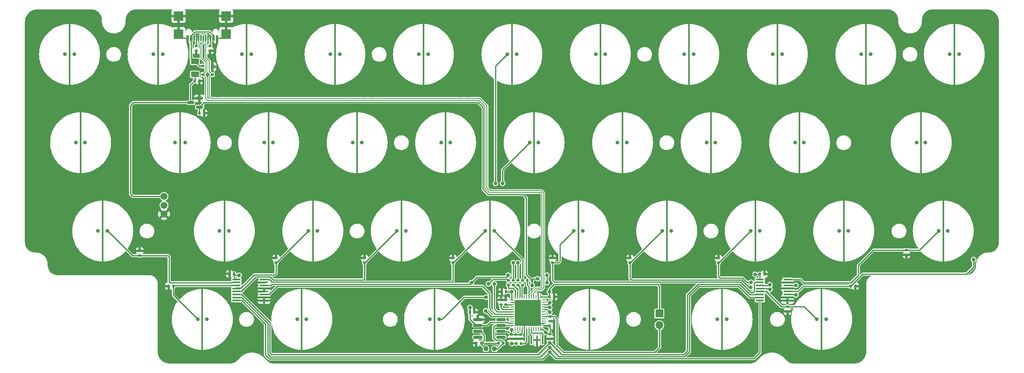
<source format=gbr>
%TF.GenerationSoftware,KiCad,Pcbnew,(7.0.0)*%
%TF.CreationDate,2024-02-06T10:54:18+01:00*%
%TF.ProjectId,travaulta HHKB,74726176-6175-46c7-9461-2048484b422e,rev?*%
%TF.SameCoordinates,Original*%
%TF.FileFunction,Copper,L4,Bot*%
%TF.FilePolarity,Positive*%
%FSLAX46Y46*%
G04 Gerber Fmt 4.6, Leading zero omitted, Abs format (unit mm)*
G04 Created by KiCad (PCBNEW (7.0.0)) date 2024-02-06 10:54:18*
%MOMM*%
%LPD*%
G01*
G04 APERTURE LIST*
G04 Aperture macros list*
%AMRoundRect*
0 Rectangle with rounded corners*
0 $1 Rounding radius*
0 $2 $3 $4 $5 $6 $7 $8 $9 X,Y pos of 4 corners*
0 Add a 4 corners polygon primitive as box body*
4,1,4,$2,$3,$4,$5,$6,$7,$8,$9,$2,$3,0*
0 Add four circle primitives for the rounded corners*
1,1,$1+$1,$2,$3*
1,1,$1+$1,$4,$5*
1,1,$1+$1,$6,$7*
1,1,$1+$1,$8,$9*
0 Add four rect primitives between the rounded corners*
20,1,$1+$1,$2,$3,$4,$5,0*
20,1,$1+$1,$4,$5,$6,$7,0*
20,1,$1+$1,$6,$7,$8,$9,0*
20,1,$1+$1,$8,$9,$2,$3,0*%
%AMFreePoly0*
4,1,17,0.124698,6.656366,0.180194,6.586777,0.200000,6.500000,0.200000,-6.500000,0.180194,-6.586777,0.124698,-6.656366,0.044504,-6.694986,-0.044504,-6.694986,-0.124698,-6.656366,-0.180194,-6.586777,-0.200000,-6.500000,-0.200000,6.500000,-0.180194,6.586777,-0.124698,6.656366,-0.044504,6.694986,0.044504,6.694986,0.124698,6.656366,0.124698,6.656366,$1*%
G04 Aperture macros list end*
%TA.AperFunction,SMDPad,CuDef*%
%ADD10FreePoly0,0.000000*%
%TD*%
%TA.AperFunction,SMDPad,CuDef*%
%ADD11FreePoly0,180.000000*%
%TD*%
%TA.AperFunction,ComponentPad*%
%ADD12C,1.500000*%
%TD*%
%TA.AperFunction,SMDPad,CuDef*%
%ADD13R,0.400000X1.900000*%
%TD*%
%TA.AperFunction,SMDPad,CuDef*%
%ADD14RoundRect,0.140000X0.140000X0.170000X-0.140000X0.170000X-0.140000X-0.170000X0.140000X-0.170000X0*%
%TD*%
%TA.AperFunction,SMDPad,CuDef*%
%ADD15RoundRect,0.140000X-0.140000X-0.170000X0.140000X-0.170000X0.140000X0.170000X-0.140000X0.170000X0*%
%TD*%
%TA.AperFunction,SMDPad,CuDef*%
%ADD16RoundRect,0.140000X-0.170000X0.140000X-0.170000X-0.140000X0.170000X-0.140000X0.170000X0.140000X0*%
%TD*%
%TA.AperFunction,SMDPad,CuDef*%
%ADD17RoundRect,0.150000X-0.825000X-0.150000X0.825000X-0.150000X0.825000X0.150000X-0.825000X0.150000X0*%
%TD*%
%TA.AperFunction,SMDPad,CuDef*%
%ADD18RoundRect,0.135000X-0.185000X0.135000X-0.185000X-0.135000X0.185000X-0.135000X0.185000X0.135000X0*%
%TD*%
%TA.AperFunction,SMDPad,CuDef*%
%ADD19RoundRect,0.135000X0.185000X-0.135000X0.185000X0.135000X-0.185000X0.135000X-0.185000X-0.135000X0*%
%TD*%
%TA.AperFunction,SMDPad,CuDef*%
%ADD20RoundRect,0.135000X-0.135000X-0.185000X0.135000X-0.185000X0.135000X0.185000X-0.135000X0.185000X0*%
%TD*%
%TA.AperFunction,SMDPad,CuDef*%
%ADD21RoundRect,0.062500X0.062500X-0.375000X0.062500X0.375000X-0.062500X0.375000X-0.062500X-0.375000X0*%
%TD*%
%TA.AperFunction,SMDPad,CuDef*%
%ADD22RoundRect,0.062500X0.375000X-0.062500X0.375000X0.062500X-0.375000X0.062500X-0.375000X-0.062500X0*%
%TD*%
%TA.AperFunction,SMDPad,CuDef*%
%ADD23R,5.600000X5.600000*%
%TD*%
%TA.AperFunction,SMDPad,CuDef*%
%ADD24RoundRect,0.135000X0.135000X0.185000X-0.135000X0.185000X-0.135000X-0.185000X0.135000X-0.185000X0*%
%TD*%
%TA.AperFunction,SMDPad,CuDef*%
%ADD25R,1.778000X0.419100*%
%TD*%
%TA.AperFunction,SMDPad,CuDef*%
%ADD26RoundRect,0.250000X-0.625000X0.375000X-0.625000X-0.375000X0.625000X-0.375000X0.625000X0.375000X0*%
%TD*%
%TA.AperFunction,SMDPad,CuDef*%
%ADD27R,0.700000X1.000000*%
%TD*%
%TA.AperFunction,SMDPad,CuDef*%
%ADD28R,0.700000X0.600000*%
%TD*%
%TA.AperFunction,SMDPad,CuDef*%
%ADD29RoundRect,0.140000X0.170000X-0.140000X0.170000X0.140000X-0.170000X0.140000X-0.170000X-0.140000X0*%
%TD*%
%TA.AperFunction,ComponentPad*%
%ADD30R,1.700000X1.700000*%
%TD*%
%TA.AperFunction,ComponentPad*%
%ADD31O,1.700000X1.700000*%
%TD*%
%TA.AperFunction,SMDPad,CuDef*%
%ADD32RoundRect,0.150000X0.587500X0.150000X-0.587500X0.150000X-0.587500X-0.150000X0.587500X-0.150000X0*%
%TD*%
%TA.AperFunction,SMDPad,CuDef*%
%ADD33RoundRect,0.237500X0.250000X0.237500X-0.250000X0.237500X-0.250000X-0.237500X0.250000X-0.237500X0*%
%TD*%
%TA.AperFunction,SMDPad,CuDef*%
%ADD34R,0.600000X1.300000*%
%TD*%
%TA.AperFunction,SMDPad,CuDef*%
%ADD35R,0.300000X1.300000*%
%TD*%
%TA.AperFunction,SMDPad,CuDef*%
%ADD36R,2.000000X2.000000*%
%TD*%
%TA.AperFunction,ViaPad*%
%ADD37C,0.800000*%
%TD*%
%TA.AperFunction,Conductor*%
%ADD38C,0.250000*%
%TD*%
%TA.AperFunction,Conductor*%
%ADD39C,0.200000*%
%TD*%
G04 APERTURE END LIST*
D10*
%TO.P,SW20,3,SG*%
%TO.N,GND*%
X211137500Y-76200000D03*
%TD*%
D11*
%TO.P,SW27,3,SG*%
%TO.N,GND*%
X163512500Y-95250000D03*
%TD*%
D10*
%TO.P,SW15,3,SG*%
%TO.N,GND*%
X115887500Y-76200000D03*
%TD*%
%TO.P,SW18,3,SG*%
%TO.N,GND*%
X173037500Y-76200000D03*
%TD*%
%TO.P,SW1,3,SG*%
%TO.N,GND*%
X53975000Y-57150000D03*
%TD*%
%TO.P,SW9,3,SG*%
%TO.N,GND*%
X206375000Y-57150000D03*
%TD*%
D11*
%TO.P,SW28,3,SG*%
%TO.N,GND*%
X182562500Y-95250000D03*
%TD*%
D12*
%TO.P,J1,1,Pin_1*%
%TO.N,GND*%
X74322402Y-91576772D03*
%TO.P,J1,2,Pin_2*%
%TO.N,RGB*%
X74322402Y-89676772D03*
%TO.P,J1,3,Pin_3*%
%TO.N,+5V*%
X74322402Y-87776772D03*
%TD*%
D10*
%TO.P,SW4,3,SG*%
%TO.N,GND*%
X111125000Y-57150000D03*
%TD*%
%TO.P,SW17,3,SG*%
%TO.N,GND*%
X153987500Y-76200000D03*
%TD*%
%TO.P,SW12,3,SG*%
%TO.N,GND*%
X56358000Y-76200000D03*
%TD*%
D11*
%TO.P,SW23,3,SG*%
%TO.N,GND*%
X87312500Y-95250000D03*
%TD*%
%TO.P,SW34,3,SG*%
%TO.N,GND*%
X132555000Y-114300000D03*
%TD*%
D10*
%TO.P,SW22,3,SG*%
%TO.N,GND*%
X61120000Y-95250000D03*
%TD*%
%TO.P,SW16,3,SG*%
%TO.N,GND*%
X134937500Y-76200000D03*
%TD*%
%TO.P,SW14,3,SG*%
%TO.N,GND*%
X96837500Y-76200000D03*
%TD*%
%TO.P,SW7,3,SG*%
%TO.N,GND*%
X168275000Y-57150000D03*
%TD*%
D11*
%TO.P,SW24,3,SG*%
%TO.N,GND*%
X106362500Y-95250000D03*
%TD*%
D10*
%TO.P,SW11,3,SG*%
%TO.N,GND*%
X244475000Y-57150000D03*
%TD*%
D11*
%TO.P,SW31,3,SG*%
%TO.N,GND*%
X242095000Y-95250000D03*
%TD*%
D10*
%TO.P,SW2,3,SG*%
%TO.N,GND*%
X73025000Y-57150000D03*
%TD*%
%TO.P,SW5,3,SG*%
%TO.N,GND*%
X130175000Y-57150000D03*
%TD*%
%TO.P,SW8,3,SG*%
%TO.N,GND*%
X187325000Y-57150000D03*
%TD*%
%TO.P,SW13,3,SG*%
%TO.N,GND*%
X77787500Y-76200000D03*
%TD*%
D11*
%TO.P,SW21,3,SG*%
%TO.N,GND*%
X237330000Y-76200000D03*
%TD*%
%TO.P,SW36,3,SG*%
%TO.N,GND*%
X194470000Y-114300000D03*
%TD*%
%TO.P,SW35,3,SG*%
%TO.N,GND*%
X165892000Y-114300000D03*
%TD*%
%TO.P,SW25,3,SG*%
%TO.N,GND*%
X125412500Y-95250000D03*
%TD*%
%TO.P,SW33,3,SG*%
%TO.N,GND*%
X103980000Y-114300000D03*
%TD*%
%TO.P,SW32,3,SG*%
%TO.N,GND*%
X82550000Y-114300000D03*
%TD*%
D10*
%TO.P,SW3,3,SG*%
%TO.N,GND*%
X92075000Y-57150000D03*
%TD*%
D11*
%TO.P,SW26,3,SG*%
%TO.N,GND*%
X144462500Y-95250000D03*
%TD*%
D10*
%TO.P,SW6,3,SG*%
%TO.N,GND*%
X149225000Y-57150000D03*
%TD*%
D11*
%TO.P,SW30,3,SG*%
%TO.N,GND*%
X220662500Y-95250000D03*
%TD*%
%TO.P,SW29,3,SG*%
%TO.N,GND*%
X201612500Y-95250000D03*
%TD*%
%TO.P,SW37,3,SG*%
%TO.N,GND*%
X215900000Y-114300000D03*
%TD*%
D10*
%TO.P,SW10,3,SG*%
%TO.N,GND*%
X225425000Y-57150000D03*
%TD*%
%TO.P,SW19,3,SG*%
%TO.N,GND*%
X192087500Y-76200000D03*
%TD*%
D13*
%TO.P,Y1,1,1*%
%TO.N,XTAL1*%
X153415999Y-118744999D03*
%TO.P,Y1,2,2*%
%TO.N,GND*%
X154615999Y-118744999D03*
%TO.P,Y1,3,3*%
%TO.N,XTAL0*%
X155815999Y-118744999D03*
%TD*%
D14*
%TO.P,C7,1*%
%TO.N,VBAT*%
X147984000Y-108331000D03*
%TO.P,C7,2*%
%TO.N,GND*%
X147024000Y-108331000D03*
%TD*%
D15*
%TO.P,C12,1*%
%TO.N,VBAT*%
X202609436Y-104534305D03*
%TO.P,C12,2*%
%TO.N,GND*%
X203569436Y-104534305D03*
%TD*%
D16*
%TO.P,C15,1*%
%TO.N,VBAT*%
X149031000Y-117540000D03*
%TO.P,C15,2*%
%TO.N,GND*%
X149031000Y-118500000D03*
%TD*%
D17*
%TO.P,U5,1*%
%TO.N,N/C*%
X141899097Y-118120501D03*
%TO.P,U5,2,IN-*%
%TO.N,Net-(JP1-B)*%
X141899097Y-116850501D03*
%TO.P,U5,3,IN+*%
%TO.N,APLEX_OUT_PIN_0*%
X141899097Y-115580501D03*
%TO.P,U5,4,V-*%
%TO.N,GND*%
X141899097Y-114310501D03*
%TO.P,U5,5*%
%TO.N,N/C*%
X146849097Y-114310501D03*
%TO.P,U5,6,OUT*%
%TO.N,ADC*%
X146849097Y-115580501D03*
%TO.P,U5,7,V+*%
%TO.N,VBAT*%
X146849097Y-116850501D03*
%TO.P,U5,8*%
%TO.N,N/C*%
X146849097Y-118120501D03*
%TD*%
D18*
%TO.P,R7,1*%
%TO.N,GND*%
X146843750Y-110107000D03*
%TO.P,R7,2*%
%TO.N,BOOT1*%
X146843750Y-111127000D03*
%TD*%
D19*
%TO.P,R11,1*%
%TO.N,COL2*%
X98425000Y-102110000D03*
%TO.P,R11,2*%
%TO.N,GND*%
X98425000Y-101090000D03*
%TD*%
D18*
%TO.P,R2,1*%
%TO.N,ROW2*%
X151511000Y-105877000D03*
%TO.P,R2,2*%
%TO.N,Net-(U1-PB15)*%
X151511000Y-106897000D03*
%TD*%
D15*
%TO.P,C9,1*%
%TO.N,VBAT*%
X157311000Y-115663994D03*
%TO.P,C9,2*%
%TO.N,GND*%
X158271000Y-115663994D03*
%TD*%
D20*
%TO.P,R4,1*%
%TO.N,Net-(U1-PA10)*%
X152525000Y-105918000D03*
%TO.P,R4,2*%
%TO.N,VBAT*%
X153545000Y-105918000D03*
%TD*%
D21*
%TO.P,U1,1,VBAT*%
%TO.N,VBAT*%
X155404000Y-116340500D03*
%TO.P,U1,2,PC13*%
%TO.N,unconnected-(U1-PC13-Pad2)*%
X154904000Y-116340500D03*
%TO.P,U1,3,PC14*%
%TO.N,unconnected-(U1-PC14-Pad3)*%
X154404000Y-116340500D03*
%TO.P,U1,4,PC15*%
%TO.N,unconnected-(U1-PC15-Pad4)*%
X153904000Y-116340500D03*
%TO.P,U1,5,PH0*%
%TO.N,XTAL0*%
X153404000Y-116340500D03*
%TO.P,U1,6,PH1*%
%TO.N,XTAL1*%
X152904000Y-116340500D03*
%TO.P,U1,7,NRST*%
%TO.N,NRST*%
X152404000Y-116340500D03*
%TO.P,U1,8,VSSA*%
%TO.N,GND*%
X151904000Y-116340500D03*
%TO.P,U1,9,VREF+*%
%TO.N,VBAT*%
X151404000Y-116340500D03*
%TO.P,U1,10,PA0*%
%TO.N,unconnected-(U1-PA0-Pad10)*%
X150904000Y-116340500D03*
%TO.P,U1,11,PA1*%
%TO.N,unconnected-(U1-PA1-Pad11)*%
X150404000Y-116340500D03*
%TO.P,U1,12,PA2*%
%TO.N,unconnected-(U1-PA2-Pad12)*%
X149904000Y-116340500D03*
D22*
%TO.P,U1,13,PA3*%
%TO.N,ADC*%
X149216500Y-115653000D03*
%TO.P,U1,14,PA4*%
%TO.N,APLEX_OUT_PIN_0*%
X149216500Y-115153000D03*
%TO.P,U1,15,PA5*%
%TO.N,unconnected-(U1-PA5-Pad15)*%
X149216500Y-114653000D03*
%TO.P,U1,16,PA6*%
%TO.N,unconnected-(U1-PA6-Pad16)*%
X149216500Y-114153000D03*
%TO.P,U1,17,PA7*%
%TO.N,RGB*%
X149216500Y-113653000D03*
%TO.P,U1,18,PB0*%
%TO.N,APLEX_EN_PIN_0*%
X149216500Y-113153000D03*
%TO.P,U1,19,PB1*%
%TO.N,APLEX_EN_PIN_1*%
X149216500Y-112653000D03*
%TO.P,U1,20,PB2*%
%TO.N,BOOT1*%
X149216500Y-112153000D03*
%TO.P,U1,21,PB10*%
%TO.N,unconnected-(U1-PB10-Pad21)*%
X149216500Y-111653000D03*
%TO.P,U1,22,VCAP1*%
%TO.N,Net-(U1-VCAP1)*%
X149216500Y-111153000D03*
%TO.P,U1,23,VSS*%
%TO.N,GND*%
X149216500Y-110653000D03*
%TO.P,U1,24,VDD*%
%TO.N,VBAT*%
X149216500Y-110153000D03*
D21*
%TO.P,U1,25,PB12*%
%TO.N,Net-(U1-PB12)*%
X149904000Y-109465500D03*
%TO.P,U1,26,PB13*%
%TO.N,Net-(U1-PB13)*%
X150404000Y-109465500D03*
%TO.P,U1,27,PB14*%
%TO.N,Net-(U1-PB14)*%
X150904000Y-109465500D03*
%TO.P,U1,28,PB15*%
%TO.N,Net-(U1-PB15)*%
X151404000Y-109465500D03*
%TO.P,U1,29,PA8*%
%TO.N,unconnected-(U1-PA8-Pad29)*%
X151904000Y-109465500D03*
%TO.P,U1,30,PA9*%
%TO.N,unconnected-(U1-PA9-Pad30)*%
X152404000Y-109465500D03*
%TO.P,U1,31,PA10*%
%TO.N,Net-(U1-PA10)*%
X152904000Y-109465500D03*
%TO.P,U1,32,PA11*%
%TO.N,D-*%
X153404000Y-109465500D03*
%TO.P,U1,33,PA12*%
%TO.N,D+*%
X153904000Y-109465500D03*
%TO.P,U1,34,PA13*%
%TO.N,SWDIO*%
X154404000Y-109465500D03*
%TO.P,U1,35,VSS*%
%TO.N,GND*%
X154904000Y-109465500D03*
%TO.P,U1,36,VDD*%
%TO.N,VBAT*%
X155404000Y-109465500D03*
D22*
%TO.P,U1,37,PA14*%
%TO.N,SWCLK*%
X156091500Y-110153000D03*
%TO.P,U1,38,PA15*%
%TO.N,unconnected-(U1-PA15-Pad38)*%
X156091500Y-110653000D03*
%TO.P,U1,39,PB3*%
%TO.N,AMUX_SEL_2*%
X156091500Y-111153000D03*
%TO.P,U1,40,PB4*%
%TO.N,AMUX_SEL_1*%
X156091500Y-111653000D03*
%TO.P,U1,41,PB5*%
%TO.N,AMUX_SEL_0*%
X156091500Y-112153000D03*
%TO.P,U1,42,PB6*%
%TO.N,unconnected-(U1-PB6-Pad42)*%
X156091500Y-112653000D03*
%TO.P,U1,43,PB7*%
%TO.N,unconnected-(U1-PB7-Pad43)*%
X156091500Y-113153000D03*
%TO.P,U1,44,BOOT0*%
%TO.N,BOOT0*%
X156091500Y-113653000D03*
%TO.P,U1,45,PB8*%
%TO.N,unconnected-(U1-PB8-Pad45)*%
X156091500Y-114153000D03*
%TO.P,U1,46,PB9*%
%TO.N,unconnected-(U1-PB9-Pad46)*%
X156091500Y-114653000D03*
%TO.P,U1,47,VSS*%
%TO.N,GND*%
X156091500Y-115153000D03*
%TO.P,U1,48,VDD*%
%TO.N,VBAT*%
X156091500Y-115653000D03*
D23*
%TO.P,U1,49,VSS*%
%TO.N,GND*%
X152653999Y-112902999D03*
%TD*%
D19*
%TO.P,R12,1*%
%TO.N,COL5*%
X157956250Y-102110000D03*
%TO.P,R12,2*%
%TO.N,GND*%
X157956250Y-101090000D03*
%TD*%
%TO.P,R15,1*%
%TO.N,COL0*%
X69088000Y-100522500D03*
%TO.P,R15,2*%
%TO.N,GND*%
X69088000Y-99502500D03*
%TD*%
D16*
%TO.P,C11,1*%
%TO.N,VBAT*%
X151063000Y-117540000D03*
%TO.P,C11,2*%
%TO.N,GND*%
X151063000Y-118500000D03*
%TD*%
D24*
%TO.P,R13,1*%
%TO.N,COL1*%
X76305148Y-107156250D03*
%TO.P,R13,2*%
%TO.N,GND*%
X75285148Y-107156250D03*
%TD*%
D15*
%TO.P,C8,1*%
%TO.N,VBAT*%
X157311000Y-109474000D03*
%TO.P,C8,2*%
%TO.N,GND*%
X158271000Y-109474000D03*
%TD*%
D19*
%TO.P,R10,1*%
%TO.N,COL6*%
X174625000Y-102110000D03*
%TO.P,R10,2*%
%TO.N,GND*%
X174625000Y-101090000D03*
%TD*%
D25*
%TO.P,U3,1,A4*%
%TO.N,COL9*%
X208555589Y-105676699D03*
%TO.P,U3,2,A6*%
%TO.N,GND*%
X208555589Y-106326939D03*
%TO.P,U3,3,A*%
%TO.N,APLEX_OUT_PIN_0*%
X208555589Y-106977179D03*
%TO.P,U3,4,A7*%
%TO.N,GND*%
X208555589Y-107627419D03*
%TO.P,U3,5,A5*%
%TO.N,COL10*%
X208555589Y-108272579D03*
%TO.P,U3,6,~{E}*%
%TO.N,APLEX_EN_PIN_1*%
X208555589Y-108922819D03*
%TO.P,U3,7,VEE*%
%TO.N,GND*%
X208555589Y-109573059D03*
%TO.P,U3,8,GND*%
X208555589Y-110223299D03*
%TO.P,U3,9,S2*%
%TO.N,AMUX_SEL_2*%
X202606909Y-110223299D03*
%TO.P,U3,10,S1*%
%TO.N,AMUX_SEL_1*%
X202606909Y-109573059D03*
%TO.P,U3,11,S0*%
%TO.N,AMUX_SEL_0*%
X202606909Y-108922819D03*
%TO.P,U3,12,A3*%
%TO.N,COL8*%
X202606909Y-108272579D03*
%TO.P,U3,13,A0*%
%TO.N,COL7*%
X202606909Y-107627419D03*
%TO.P,U3,14,A1*%
%TO.N,COL6*%
X202606909Y-106977179D03*
%TO.P,U3,15,A2*%
%TO.N,COL5*%
X202606909Y-106326939D03*
%TO.P,U3,16,VCC*%
%TO.N,VBAT*%
X202606909Y-105676699D03*
%TD*%
D19*
%TO.P,R1,1*%
%TO.N,Net-(U1-PB12)*%
X148463000Y-106897000D03*
%TO.P,R1,2*%
%TO.N,ROW3*%
X148463000Y-105877000D03*
%TD*%
D18*
%TO.P,R16,1*%
%TO.N,COL9*%
X234156250Y-99377387D03*
%TO.P,R16,2*%
%TO.N,GND*%
X234156250Y-100397387D03*
%TD*%
D14*
%TO.P,C14,1*%
%TO.N,GND*%
X141132500Y-112712500D03*
%TO.P,C14,2*%
%TO.N,APLEX_OUT_PIN_0*%
X140172500Y-112712500D03*
%TD*%
D19*
%TO.P,R9,1*%
%TO.N,Net-(U1-PB13)*%
X149479000Y-106897000D03*
%TO.P,R9,2*%
%TO.N,ROW0*%
X149479000Y-105877000D03*
%TD*%
D14*
%TO.P,C13,1*%
%TO.N,VBAT*%
X89380000Y-104485820D03*
%TO.P,C13,2*%
%TO.N,GND*%
X88420000Y-104485820D03*
%TD*%
D20*
%TO.P,R21,1*%
%TO.N,Net-(JP1-B)*%
X146332687Y-119390501D03*
%TO.P,R21,2*%
%TO.N,ADC*%
X147352687Y-119390501D03*
%TD*%
D15*
%TO.P,C5,1*%
%TO.N,VBAT*%
X81943000Y-69850000D03*
%TO.P,C5,2*%
%TO.N,GND*%
X82903000Y-69850000D03*
%TD*%
D19*
%TO.P,R20,1*%
%TO.N,COL7*%
X193675000Y-102110000D03*
%TO.P,R20,2*%
%TO.N,GND*%
X193675000Y-101090000D03*
%TD*%
D24*
%TO.P,R23,1*%
%TO.N,Net-(JP1-B)*%
X142592312Y-119390501D03*
%TO.P,R23,2*%
%TO.N,GND*%
X141572312Y-119390501D03*
%TD*%
D18*
%TO.P,R14,1*%
%TO.N,COL8*%
X208548088Y-111558447D03*
%TO.P,R14,2*%
%TO.N,GND*%
X208548088Y-112578447D03*
%TD*%
D20*
%TO.P,R6,1*%
%TO.N,VBAT*%
X150169000Y-119507000D03*
%TO.P,R6,2*%
%TO.N,NRST*%
X151189000Y-119507000D03*
%TD*%
D26*
%TO.P,F_USBC1,1*%
%TO.N,VCC*%
X80962500Y-58671000D03*
%TO.P,F_USBC1,2*%
%TO.N,+5V*%
X80962500Y-61471000D03*
%TD*%
D27*
%TO.P,D1,1,GND*%
%TO.N,GND*%
X84692999Y-59828999D03*
D28*
%TO.P,D1,2,I/O1*%
%TO.N,D+*%
X84692999Y-61528999D03*
%TO.P,D1,3,I/O2*%
%TO.N,D-*%
X82692999Y-61528999D03*
%TO.P,D1,4,VCC*%
%TO.N,VCC*%
X82692999Y-59628999D03*
%TD*%
D19*
%TO.P,R18,1*%
%TO.N,GND*%
X81280000Y-56356250D03*
%TO.P,R18,2*%
%TO.N,Net-(USB1-CC1)*%
X81280000Y-55336250D03*
%TD*%
D18*
%TO.P,R3,1*%
%TO.N,BOOT0*%
X157410000Y-113663000D03*
%TO.P,R3,2*%
%TO.N,GND*%
X157410000Y-114683000D03*
%TD*%
%TO.P,R8,1*%
%TO.N,ROW1*%
X150495000Y-105877000D03*
%TO.P,R8,2*%
%TO.N,Net-(U1-PB14)*%
X150495000Y-106897000D03*
%TD*%
D20*
%TO.P,R5,1*%
%TO.N,COL10*%
X222146885Y-107164145D03*
%TO.P,R5,2*%
%TO.N,GND*%
X223166885Y-107164145D03*
%TD*%
D29*
%TO.P,C1,1*%
%TO.N,Net-(U1-VCAP1)*%
X147885000Y-111097000D03*
%TO.P,C1,2*%
%TO.N,GND*%
X147885000Y-110137000D03*
%TD*%
D15*
%TO.P,C4,1*%
%TO.N,+5V*%
X80927000Y-62865000D03*
%TO.P,C4,2*%
%TO.N,GND*%
X81887000Y-62865000D03*
%TD*%
D25*
%TO.P,U4,1,A4*%
%TO.N,COL4*%
X95843089Y-105676699D03*
%TO.P,U4,2,A6*%
%TO.N,GND*%
X95843089Y-106326939D03*
%TO.P,U4,3,A*%
%TO.N,APLEX_OUT_PIN_0*%
X95843089Y-106977179D03*
%TO.P,U4,4,A7*%
%TO.N,GND*%
X95843089Y-107627419D03*
%TO.P,U4,5,A5*%
X95843089Y-108272579D03*
%TO.P,U4,6,~{E}*%
%TO.N,APLEX_EN_PIN_0*%
X95843089Y-108922819D03*
%TO.P,U4,7,VEE*%
%TO.N,GND*%
X95843089Y-109573059D03*
%TO.P,U4,8,GND*%
X95843089Y-110223299D03*
%TO.P,U4,9,S2*%
%TO.N,AMUX_SEL_2*%
X89894409Y-110223299D03*
%TO.P,U4,10,S1*%
%TO.N,AMUX_SEL_1*%
X89894409Y-109573059D03*
%TO.P,U4,11,S0*%
%TO.N,AMUX_SEL_0*%
X89894409Y-108922819D03*
%TO.P,U4,12,A3*%
%TO.N,COL3*%
X89894409Y-108272579D03*
%TO.P,U4,13,A0*%
%TO.N,COL2*%
X89894409Y-107627419D03*
%TO.P,U4,14,A1*%
%TO.N,COL1*%
X89894409Y-106977179D03*
%TO.P,U4,15,A2*%
%TO.N,COL0*%
X89894409Y-106326939D03*
%TO.P,U4,16,VCC*%
%TO.N,VBAT*%
X89894409Y-105676699D03*
%TD*%
D30*
%TO.P,SW38,1,A*%
%TO.N,VBAT*%
X180974999Y-113024999D03*
D31*
%TO.P,SW38,2,B*%
%TO.N,BOOT0*%
X180974999Y-115564999D03*
%TD*%
D16*
%TO.P,C6,1*%
%TO.N,VBAT*%
X157410000Y-117503000D03*
%TO.P,C6,2*%
%TO.N,GND*%
X157410000Y-118463000D03*
%TD*%
D32*
%TO.P,U2,1,GND*%
%TO.N,GND*%
X81963500Y-66614000D03*
%TO.P,U2,2,VO*%
%TO.N,VBAT*%
X81963500Y-68514000D03*
%TO.P,U2,3,VI*%
%TO.N,+5V*%
X80088500Y-67564000D03*
%TD*%
D33*
%TO.P,JP1,1,A*%
%TO.N,ADC*%
X145462340Y-120650000D03*
%TO.P,JP1,2,B*%
%TO.N,Net-(JP1-B)*%
X143637340Y-120650000D03*
%TD*%
D34*
%TO.P,USB1,1,GND*%
%TO.N,GND*%
X79349999Y-53631249D03*
%TO.P,USB1,2,VBUS*%
%TO.N,VCC*%
X80149999Y-53631249D03*
D35*
%TO.P,USB1,3,SBU2*%
%TO.N,unconnected-(USB1-SBU2-Pad3)*%
X80799999Y-53631249D03*
%TO.P,USB1,4,CC1*%
%TO.N,Net-(USB1-CC1)*%
X81299999Y-53631249D03*
%TO.P,USB1,5,DN2*%
%TO.N,D-*%
X81799999Y-53631249D03*
%TO.P,USB1,6,DP1*%
%TO.N,D+*%
X82299999Y-53631249D03*
%TO.P,USB1,7,DN1*%
%TO.N,D-*%
X82799999Y-53631249D03*
%TO.P,USB1,8,DP2*%
%TO.N,D+*%
X83299999Y-53631249D03*
%TO.P,USB1,9,SBU1*%
%TO.N,unconnected-(USB1-SBU1-Pad9)*%
X83799999Y-53631249D03*
%TO.P,USB1,10,CC2*%
%TO.N,Net-(USB1-CC2)*%
X84299999Y-53631249D03*
D34*
%TO.P,USB1,11,VBUS*%
%TO.N,VCC*%
X84949999Y-53631249D03*
%TO.P,USB1,12,GND*%
%TO.N,GND*%
X85749999Y-53631249D03*
D36*
%TO.P,USB1,13,SHIELD*%
X77429999Y-48871249D03*
X77429999Y-52771249D03*
X87669999Y-48871249D03*
X87669999Y-52771249D03*
%TD*%
D19*
%TO.P,R19,1*%
%TO.N,COL4*%
X136525000Y-102110000D03*
%TO.P,R19,2*%
%TO.N,GND*%
X136525000Y-101090000D03*
%TD*%
D18*
%TO.P,R24,1*%
%TO.N,Net-(USB1-CC2)*%
X84201000Y-55336250D03*
%TO.P,R24,2*%
%TO.N,GND*%
X84201000Y-56356250D03*
%TD*%
D16*
%TO.P,C10,1*%
%TO.N,VBAT*%
X150047000Y-117540000D03*
%TO.P,C10,2*%
%TO.N,GND*%
X150047000Y-118500000D03*
%TD*%
D19*
%TO.P,R17,1*%
%TO.N,COL3*%
X117475000Y-102110000D03*
%TO.P,R17,2*%
%TO.N,GND*%
X117475000Y-101090000D03*
%TD*%
D37*
%TO.N,GND*%
X114300000Y-68278054D03*
X135597207Y-104261223D03*
X74457450Y-102146851D03*
X151003000Y-99314000D03*
X111125000Y-107950000D03*
X96463710Y-101616045D03*
X153987500Y-92075000D03*
X177165000Y-109855000D03*
X81280000Y-57277000D03*
X79634279Y-102166606D03*
X153988003Y-102068356D03*
X82550000Y-49999000D03*
X177176938Y-83255788D03*
X183356250Y-119062500D03*
X87249000Y-80010000D03*
X117475000Y-68262500D03*
X47117000Y-76200000D03*
X131445000Y-101854000D03*
X207962500Y-104366597D03*
X103187500Y-83125992D03*
X226028066Y-101600000D03*
X119027099Y-64169317D03*
X77430000Y-51094000D03*
X178593750Y-104324688D03*
X175451935Y-104317849D03*
X231534211Y-101576668D03*
X84198075Y-57286253D03*
X107950000Y-68278054D03*
X137577839Y-104298443D03*
X182499000Y-80010000D03*
X92075000Y-117475000D03*
X117445381Y-65971118D03*
X117475491Y-121047612D03*
X65244068Y-83266471D03*
X113284000Y-114300000D03*
X171831000Y-101981000D03*
X120215418Y-83268437D03*
X156464799Y-64146969D03*
X144653000Y-76200000D03*
X233867827Y-64186346D03*
X158602637Y-85060062D03*
X144688580Y-83212362D03*
X88926415Y-65964205D03*
X142113000Y-110617000D03*
X213758720Y-65997413D03*
X194539821Y-104317849D03*
X175816362Y-65997905D03*
X214425221Y-102091428D03*
X101155500Y-83125992D03*
X75819000Y-120777000D03*
X215272292Y-83233441D03*
X173101000Y-95250000D03*
X141859000Y-80010000D03*
X121059099Y-64169317D03*
X152584000Y-112903000D03*
X144374097Y-116215501D03*
X158753070Y-104320989D03*
X137901311Y-64231533D03*
X47371000Y-50800000D03*
X121095883Y-65974574D03*
X192539949Y-102088341D03*
X82558981Y-83268437D03*
X234950000Y-61087000D03*
X60075298Y-64176230D03*
X160918079Y-102299291D03*
X177839421Y-64193631D03*
X139700000Y-57150000D03*
X99867728Y-65952852D03*
X88900000Y-68262500D03*
X215781779Y-64193139D03*
X154003054Y-85382318D03*
X190232918Y-104293450D03*
X122237500Y-118268750D03*
X120650491Y-121047612D03*
X158750000Y-57150000D03*
X139262558Y-85049380D03*
X99815881Y-64231533D03*
X111125000Y-65960003D03*
X141294558Y-85049380D03*
X142081250Y-106362500D03*
X142081250Y-107950000D03*
X197035308Y-64193631D03*
X122986934Y-104249644D03*
X63212068Y-83266471D03*
X215900000Y-57150000D03*
X187325000Y-102108000D03*
X197044249Y-65997905D03*
X117331079Y-107950000D03*
X114272348Y-65964205D03*
X196850000Y-57150000D03*
X106426000Y-76200000D03*
X98422526Y-65950379D03*
X123825000Y-65951243D03*
X92868750Y-107950000D03*
X86288880Y-104214561D03*
X65253009Y-85070745D03*
X231512224Y-97872127D03*
X120506079Y-107950000D03*
X144716101Y-85427602D03*
X143668750Y-104344178D03*
X92075000Y-104154757D03*
X206505152Y-107452269D03*
X159004000Y-110744000D03*
X209550000Y-101508785D03*
X138303000Y-101981000D03*
X120904000Y-101727000D03*
X78607665Y-65964205D03*
X144653000Y-72517000D03*
X125349000Y-80010000D03*
X77600359Y-104245177D03*
X233876768Y-65990620D03*
X177800000Y-53213000D03*
X82189797Y-64153271D03*
X188111837Y-104311833D03*
X251079000Y-50800000D03*
X85751415Y-65964205D03*
X199852839Y-121754293D03*
X127000000Y-68309162D03*
X92075000Y-68262500D03*
X234146640Y-85107708D03*
X101092000Y-101600000D03*
X173573173Y-104293450D03*
X134874000Y-95250000D03*
X67120529Y-102090937D03*
X111125000Y-104214561D03*
X196338366Y-83219809D03*
X77300138Y-108312928D03*
X133985000Y-101727000D03*
X92075000Y-65964205D03*
X51435000Y-95250000D03*
X96774000Y-95250000D03*
X251206000Y-63500000D03*
X140493750Y-104333809D03*
X80962500Y-60071000D03*
X222758000Y-120650000D03*
X231844768Y-65990620D03*
X124474829Y-107950000D03*
X244094000Y-69723000D03*
X158496799Y-64146969D03*
X184221378Y-107343390D03*
X172415783Y-107530039D03*
X130175000Y-68309162D03*
X160911418Y-104281020D03*
X217417014Y-104354056D03*
X164306250Y-104289692D03*
X187216121Y-107327344D03*
X179217879Y-85060062D03*
X98425000Y-68262500D03*
X95250000Y-68262500D03*
X49530000Y-69850000D03*
X60116776Y-66008155D03*
X98425491Y-121047612D03*
X101847881Y-64231533D03*
X104728337Y-104167899D03*
X87249000Y-72644000D03*
X127000000Y-65951243D03*
X75692000Y-48895000D03*
X177848362Y-65997905D03*
X116496665Y-104176446D03*
X133383834Y-65953835D03*
X139933311Y-64231533D03*
X236537500Y-101600000D03*
X111125000Y-68278054D03*
X87312500Y-107950000D03*
X85725000Y-68262500D03*
X175807421Y-64193631D03*
X123825000Y-68309162D03*
X136525000Y-68262500D03*
X192561494Y-104301005D03*
X175418750Y-107530039D03*
X234950000Y-53340000D03*
X181768750Y-104324688D03*
X118375427Y-104200845D03*
X95250000Y-65964205D03*
X103148167Y-85096043D03*
X153987500Y-88900000D03*
X182499000Y-72390000D03*
X234154774Y-83203271D03*
X82567922Y-85072711D03*
X101899728Y-65952852D03*
X107950000Y-104191230D03*
X133350000Y-68309162D03*
X161131250Y-107950000D03*
X232114640Y-85107708D03*
X178593750Y-107530039D03*
X141285617Y-83245106D03*
X101121020Y-104154757D03*
X175895000Y-101981000D03*
X119063883Y-65974574D03*
X207168750Y-101473000D03*
X198361068Y-85095059D03*
X150018750Y-88900000D03*
X115824000Y-99314000D03*
X247015000Y-89027000D03*
X137872571Y-65974082D03*
X84599922Y-85072711D03*
X141859000Y-72517000D03*
X156473740Y-65951243D03*
X217304292Y-83233441D03*
X132556250Y-104249644D03*
X160634637Y-85060062D03*
X68453000Y-76200000D03*
X201676000Y-76200000D03*
X146681488Y-64206158D03*
X192024000Y-91313000D03*
X231835827Y-64186346D03*
X120650000Y-53213000D03*
X77851000Y-95250000D03*
X158593696Y-83255788D03*
X197643750Y-104323931D03*
X224282000Y-80137000D03*
X160625696Y-83255788D03*
X115607034Y-101739495D03*
X124619241Y-121047612D03*
X170676988Y-104308377D03*
X115824000Y-91313000D03*
X146793645Y-104323439D03*
X122247418Y-83268437D03*
X147066000Y-107315000D03*
X77602279Y-102166606D03*
X120650000Y-60960000D03*
X121126329Y-68333618D03*
X220662500Y-104354056D03*
X114298033Y-104219745D03*
X153321343Y-104242074D03*
X215281233Y-85037715D03*
X183356250Y-109855000D03*
X232122774Y-83203271D03*
X158505740Y-65951243D03*
X126206250Y-104261223D03*
X196329068Y-85095059D03*
X130175000Y-65951243D03*
X213749779Y-64193139D03*
X144653000Y-67691000D03*
X229235000Y-95250000D03*
X65659000Y-76200000D03*
X147896567Y-109273002D03*
X62148776Y-66008155D03*
X101600000Y-57150000D03*
X153987500Y-99218750D03*
X78581250Y-68262500D03*
X122256359Y-85072711D03*
X169545000Y-101981000D03*
X99212437Y-104149937D03*
X243967000Y-85725000D03*
X139904571Y-65974082D03*
X89408000Y-48895000D03*
X224282000Y-72390000D03*
X125349000Y-72517000D03*
X148586409Y-83241559D03*
X67120529Y-104050751D03*
X195003308Y-64193631D03*
X185166000Y-114300000D03*
X157162500Y-99314000D03*
X101911437Y-68262500D03*
X104775000Y-65960003D03*
X189144827Y-108929415D03*
X163576000Y-76200000D03*
X195012249Y-65997905D03*
X120888576Y-104225245D03*
X63221009Y-85070745D03*
X211905460Y-101600000D03*
X158750000Y-107950000D03*
X74295000Y-99314000D03*
X144652281Y-64206158D03*
X144653000Y-80010000D03*
X251079000Y-95123000D03*
X148209000Y-101981000D03*
X157956250Y-88900000D03*
X107936174Y-65943466D03*
X114300491Y-121047612D03*
X179208938Y-83255788D03*
X98806000Y-50800000D03*
X211201000Y-95250000D03*
X231521000Y-91186000D03*
X146685000Y-72517000D03*
X98425000Y-108743750D03*
X206375000Y-118268750D03*
X167481250Y-104289692D03*
X62107298Y-64176230D03*
X217313233Y-85037715D03*
X78581250Y-63500000D03*
X146685000Y-80010000D03*
X120224359Y-85072711D03*
X198370366Y-83219809D03*
X181768750Y-107343390D03*
X74441896Y-104246652D03*
X190240765Y-102103407D03*
X214312500Y-104348659D03*
X129381250Y-104261223D03*
X84590981Y-83268437D03*
X188641422Y-121694338D03*
X101116167Y-85096043D03*
X114156079Y-107950000D03*
X84137500Y-68262500D03*
X87312500Y-63500000D03*
X104775000Y-68278054D03*
X136558834Y-65953835D03*
X227965000Y-76200000D03*
X184936837Y-104311833D03*
X246473566Y-101666909D03*
X79653498Y-104245177D03*
X177185879Y-85060062D03*
X70970165Y-102114268D03*
X223043750Y-108743750D03*
X203835000Y-114300000D03*
X204787500Y-104370593D03*
X211681401Y-104370102D03*
X139253617Y-83245106D03*
X246062500Y-76200000D03*
X92075000Y-101600000D03*
X146685000Y-67691000D03*
X228600000Y-101600000D03*
X54356000Y-88900000D03*
X177800000Y-60960000D03*
X215790720Y-65997413D03*
X139953601Y-68350091D03*
X228600000Y-98425000D03*
X87653038Y-51101306D03*
X84074000Y-69850000D03*
X177165000Y-119062500D03*
%TO.N,APLEX_OUT_PIN_0*%
X210352632Y-106976214D03*
X156787000Y-106362500D03*
X156787000Y-104775000D03*
X148431250Y-104775000D03*
X140493750Y-106362500D03*
X140168917Y-111725196D03*
%TO.N,ROW0*%
X243459000Y-57150000D03*
X110109000Y-57150000D03*
X186309000Y-57150000D03*
X148209000Y-57150000D03*
X167259000Y-57150000D03*
X224409000Y-57150000D03*
X129159000Y-57150000D03*
X72009000Y-57150000D03*
X52959000Y-57150000D03*
X91059000Y-57150000D03*
X149495497Y-102108000D03*
X145669000Y-84987000D03*
X205359000Y-57150000D03*
%TO.N,ROW1*%
X55372000Y-76200000D03*
X191135000Y-76200000D03*
X133985000Y-76200000D03*
X147189272Y-84974626D03*
X76708000Y-76200000D03*
X153035000Y-76200000D03*
X210185000Y-76200000D03*
X171958000Y-76200000D03*
X114935000Y-76200000D03*
X150495000Y-102108000D03*
X238252000Y-76200000D03*
X95885000Y-76200000D03*
%TO.N,VBAT*%
X149155000Y-108331000D03*
X201599534Y-104576503D03*
X149158000Y-116524000D03*
X153545858Y-106982709D03*
X156556000Y-117129000D03*
X149189578Y-119489093D03*
X157291782Y-108302925D03*
X90487500Y-104775000D03*
X154781250Y-105533209D03*
%TO.N,COL0*%
X62103000Y-95250000D03*
X54991000Y-57150000D03*
X57277000Y-76200000D03*
%TO.N,COL1*%
X74041000Y-57150000D03*
X81550000Y-114300000D03*
X86233000Y-95250000D03*
X78867000Y-76200000D03*
%TO.N,COL2*%
X93075000Y-57150000D03*
X105362500Y-95250000D03*
X97790000Y-76200000D03*
X102980000Y-114300000D03*
%TO.N,COL3*%
X124412500Y-95250000D03*
X116887500Y-76200000D03*
X131555000Y-114300000D03*
X112125000Y-57150000D03*
%TO.N,COL4*%
X143462500Y-95250000D03*
X135937500Y-76200000D03*
X131175000Y-57150000D03*
%TO.N,COL5*%
X150241000Y-57150000D03*
X162512500Y-95250000D03*
X164846000Y-114300000D03*
X154940000Y-76200000D03*
%TO.N,COL6*%
X169291000Y-57150000D03*
X173990000Y-76200000D03*
X181562500Y-95250000D03*
X204755969Y-106823574D03*
X200668410Y-107440416D03*
%TO.N,COL7*%
X188325000Y-57150000D03*
X200674646Y-106307080D03*
X200612500Y-95250000D03*
X193421000Y-114300000D03*
X204787500Y-107822580D03*
X193040000Y-76200000D03*
%TO.N,COL8*%
X207391000Y-57150000D03*
X214884000Y-114300000D03*
X219662500Y-95250000D03*
X212090000Y-76200000D03*
%TO.N,COL9*%
X241095000Y-95250000D03*
X226441000Y-57150000D03*
X236347000Y-76200000D03*
%TO.N,ROW2*%
X164512500Y-95250000D03*
X221662500Y-95250000D03*
X126412500Y-95250000D03*
X243078000Y-95250000D03*
X202612500Y-95250000D03*
X107362500Y-95250000D03*
X145462500Y-95250000D03*
X60071000Y-95250000D03*
X88312500Y-95250000D03*
X183562500Y-95250000D03*
%TO.N,ROW3*%
X144157368Y-106657415D03*
X104980000Y-114300000D03*
X143668750Y-109537500D03*
X195453000Y-114300000D03*
X216916000Y-114300000D03*
X166878000Y-114300000D03*
X133555000Y-114300000D03*
X83550000Y-114300000D03*
%TO.N,AMUX_SEL_2*%
X157348680Y-121365408D03*
X157353000Y-110744000D03*
%TO.N,AMUX_SEL_1*%
X157357299Y-111755701D03*
X157364941Y-120356364D03*
%TO.N,AMUX_SEL_0*%
X157353500Y-119342500D03*
X157353000Y-112776000D03*
%TO.N,APLEX_EN_PIN_1*%
X145415000Y-106680000D03*
X210343750Y-108997080D03*
%TO.N,RGB*%
X143556286Y-112448643D03*
%TO.N,COL10*%
X245491000Y-57150000D03*
X248602500Y-101409500D03*
%TD*%
D38*
%TO.N,GND*%
X85750000Y-53624000D02*
X86810000Y-53624000D01*
X157410000Y-114683000D02*
X158047000Y-114683000D01*
X86810000Y-53624000D02*
X87670000Y-52764000D01*
X151896000Y-113591000D02*
X152584000Y-112903000D01*
X77430000Y-52764000D02*
X77430000Y-51094000D01*
X151896000Y-116340500D02*
X151896000Y-113591000D01*
X77430000Y-48864000D02*
X75723000Y-48864000D01*
X78290000Y-53624000D02*
X77430000Y-52764000D01*
X149040000Y-118491000D02*
X149031000Y-118500000D01*
X154889279Y-110592899D02*
X154889279Y-109405399D01*
X82903000Y-69850000D02*
X84074000Y-69850000D01*
X152654000Y-112828178D02*
X154889279Y-110592899D01*
X152646000Y-112903000D02*
X152637137Y-112903000D01*
X89377000Y-48864000D02*
X89408000Y-48895000D01*
X81280000Y-56390000D02*
X81280000Y-57277000D01*
X75723000Y-48864000D02*
X75692000Y-48895000D01*
X154908180Y-115157180D02*
X155575000Y-115157180D01*
X84201000Y-56356250D02*
X84201000Y-57283328D01*
X77430000Y-51094000D02*
X77470000Y-51054000D01*
X151896000Y-116340500D02*
X151896000Y-118233000D01*
X87670000Y-48864000D02*
X89377000Y-48864000D01*
X79350000Y-53624000D02*
X78290000Y-53624000D01*
X158299000Y-114935000D02*
X158299000Y-115635994D01*
X87670000Y-52764000D02*
X87670000Y-51118268D01*
X158299000Y-115635994D02*
X158271000Y-115663994D01*
X77430000Y-51094000D02*
X77430000Y-48864000D01*
X152654000Y-112903000D02*
X154908180Y-115157180D01*
X87670000Y-51084344D02*
X87670000Y-48864000D01*
X151896000Y-118233000D02*
X151638000Y-118491000D01*
X152654000Y-112903000D02*
X152654000Y-112828178D01*
X152654000Y-112903000D02*
X150404000Y-110653000D01*
X151638000Y-118491000D02*
X149040000Y-118491000D01*
X158299000Y-114935000D02*
X158047000Y-114683000D01*
X156038686Y-115157180D02*
X155575000Y-115157180D01*
X84201000Y-57283328D02*
X84198075Y-57286253D01*
X150404000Y-110653000D02*
X149216500Y-110653000D01*
D39*
%TO.N,D-*%
X153396000Y-109457500D02*
X153404000Y-109465500D01*
X81800000Y-54474000D02*
X82063000Y-54737000D01*
X83343000Y-58928000D02*
X83343000Y-60879000D01*
X81800000Y-53624000D02*
X81800000Y-54474000D01*
X155687500Y-105678500D02*
X155687500Y-87196936D01*
X144296814Y-86918750D02*
X143427000Y-86048936D01*
X155686125Y-105679875D02*
X155687500Y-105681250D01*
X83343000Y-60879000D02*
X82693000Y-61529000D01*
X155686125Y-105679875D02*
X155687500Y-105678500D01*
X82296000Y-54737000D02*
X82550000Y-54737000D01*
X155687500Y-87196936D02*
X155409314Y-86918750D01*
X155687500Y-107271814D02*
X155409314Y-107550000D01*
X142162040Y-67075000D02*
X83712000Y-67075000D01*
X154387500Y-107550000D02*
X153396000Y-108541500D01*
X143427000Y-68339960D02*
X142162040Y-67075000D01*
X153396000Y-108541500D02*
X153396000Y-109457500D01*
X155409314Y-107550000D02*
X154387500Y-107550000D01*
X155687500Y-105681250D02*
X155687500Y-107271814D01*
X83312000Y-62148000D02*
X82693000Y-61529000D01*
X83712000Y-67075000D02*
X83312000Y-66675000D01*
X82296000Y-57881000D02*
X83343000Y-58928000D01*
X143427000Y-86048936D02*
X143427000Y-68339960D01*
X82296000Y-54737000D02*
X82296000Y-57881000D01*
X82800000Y-54487000D02*
X82800000Y-53624000D01*
X155409314Y-86918750D02*
X144296814Y-86918750D01*
X82550000Y-54737000D02*
X82800000Y-54487000D01*
X82063000Y-54737000D02*
X82296000Y-54737000D01*
X83312000Y-66675000D02*
X83312000Y-62148000D01*
%TO.N,D+*%
X83300000Y-53624000D02*
X83300000Y-57804000D01*
X155575000Y-86518750D02*
X156087500Y-87031251D01*
X84043000Y-58547000D02*
X84043000Y-60879000D01*
X84043000Y-60879000D02*
X84693000Y-61529000D01*
X84519000Y-66675000D02*
X142327725Y-66675000D01*
X153904000Y-108701750D02*
X153904000Y-109465500D01*
X84648000Y-61529000D02*
X84074000Y-62103000D01*
X83300000Y-57804000D02*
X84043000Y-58547000D01*
X82300000Y-53624000D02*
X82300000Y-52828000D01*
X83058000Y-52705000D02*
X83300000Y-52947000D01*
X143827000Y-68174275D02*
X143827000Y-85883250D01*
X154655750Y-107950000D02*
X153904000Y-108701750D01*
X156087500Y-87031251D02*
X156087500Y-107437500D01*
X84074000Y-62103000D02*
X84074000Y-66230000D01*
X143827000Y-85883250D02*
X144462500Y-86518750D01*
X82423000Y-52705000D02*
X83058000Y-52705000D01*
X142327725Y-66675000D02*
X143827000Y-68174275D01*
X84693000Y-61529000D02*
X84648000Y-61529000D01*
X82300000Y-52828000D02*
X82423000Y-52705000D01*
X144462500Y-86518750D02*
X155575000Y-86518750D01*
X84074000Y-66230000D02*
X84519000Y-66675000D01*
X155575000Y-107950000D02*
X154655750Y-107950000D01*
X83300000Y-52947000D02*
X83300000Y-53624000D01*
X156087500Y-107437500D02*
X155575000Y-107950000D01*
D38*
%TO.N,VCC*%
X80994000Y-52280000D02*
X84137500Y-52280000D01*
X84137500Y-52280000D02*
X84950000Y-53092500D01*
X80150000Y-57858500D02*
X80962500Y-58671000D01*
X81920500Y-59629000D02*
X82693000Y-59629000D01*
X80150000Y-53124000D02*
X80994000Y-52280000D01*
X84950000Y-53092500D02*
X84950000Y-53631250D01*
X80150000Y-53624000D02*
X80150000Y-57858500D01*
X80150000Y-53624000D02*
X80150000Y-53124000D01*
X80962500Y-58671000D02*
X81920500Y-59629000D01*
%TO.N,+5V*%
X67091060Y-87312500D02*
X67091060Y-68137096D01*
X80062000Y-67537500D02*
X80088500Y-67564000D01*
X80899000Y-62865000D02*
X80010000Y-63754000D01*
X80962500Y-62829500D02*
X80927000Y-62865000D01*
X67690656Y-67537500D02*
X80062000Y-67537500D01*
X80962500Y-61471000D02*
X80962500Y-62829500D01*
X67091060Y-68137096D02*
X67690656Y-67537500D01*
X80927000Y-62865000D02*
X80899000Y-62865000D01*
X80010000Y-67485500D02*
X80088500Y-67564000D01*
X67555332Y-87776772D02*
X67091060Y-87312500D01*
X74322402Y-87776772D02*
X67555332Y-87776772D01*
X80010000Y-63754000D02*
X80010000Y-67485500D01*
%TO.N,Net-(U1-VCAP1)*%
X147941000Y-111153000D02*
X149216500Y-111153000D01*
X147885000Y-111097000D02*
X147941000Y-111153000D01*
%TO.N,NRST*%
X151954000Y-119507000D02*
X152396000Y-119065000D01*
X152396000Y-117348000D02*
X152396000Y-116348500D01*
X151189000Y-119507000D02*
X151954000Y-119507000D01*
X152396000Y-117348000D02*
X152396000Y-119065000D01*
X152396000Y-116348500D02*
X152404000Y-116340500D01*
X152396000Y-116340500D02*
X152396000Y-117348000D01*
%TO.N,APLEX_OUT_PIN_0*%
X141681250Y-105175000D02*
X148031250Y-105175000D01*
X95843090Y-106977180D02*
X97360320Y-106977180D01*
X140172500Y-112712500D02*
X140172500Y-111728779D01*
X144566200Y-114946646D02*
X148284146Y-114946646D01*
X140493750Y-106362500D02*
X141681250Y-105175000D01*
X210351666Y-106977180D02*
X210352632Y-106976214D01*
X148490500Y-115153000D02*
X149216500Y-115153000D01*
X140150000Y-106706250D02*
X140493750Y-106362500D01*
X148031250Y-105175000D02*
X148431250Y-104775000D01*
X148284146Y-114946646D02*
X148490500Y-115153000D01*
X141899097Y-115580501D02*
X143932346Y-115580501D01*
X140172500Y-111728779D02*
X140168917Y-111725196D01*
X208555590Y-106977180D02*
X210351666Y-106977180D01*
X141899097Y-115580501D02*
X141522346Y-115580501D01*
X97631250Y-106706250D02*
X140150000Y-106706250D01*
X141522346Y-115580501D02*
X140172500Y-114230655D01*
X97360320Y-106977180D02*
X97631250Y-106706250D01*
X156787000Y-106362500D02*
X156787000Y-104775000D01*
X143932346Y-115580501D02*
X144566200Y-114946646D01*
X140172500Y-114230655D02*
X140172500Y-112712500D01*
%TO.N,ROW0*%
X145669000Y-59690000D02*
X145669000Y-84875500D01*
X148209000Y-57150000D02*
X145669000Y-59690000D01*
X149479000Y-102124497D02*
X149479000Y-105877000D01*
X149495497Y-102108000D02*
X149479000Y-102124497D01*
%TO.N,ROW1*%
X147189272Y-82045728D02*
X153035000Y-76200000D01*
X147189272Y-82045728D02*
X147189272Y-84974626D01*
X150495000Y-102108000D02*
X150495000Y-105877000D01*
%TO.N,Net-(JP1-B)*%
X142592312Y-119390501D02*
X146332687Y-119390501D01*
X142592312Y-119390501D02*
X142592312Y-119604972D01*
X142275848Y-116850501D02*
X143199097Y-117773750D01*
X143199097Y-117773750D02*
X143199097Y-118783716D01*
X143199097Y-118783716D02*
X142592312Y-119390501D01*
X141899097Y-116850501D02*
X142275848Y-116850501D01*
X142592312Y-119604972D02*
X143637340Y-120650000D01*
%TO.N,VBAT*%
X143002000Y-86224977D02*
X144120773Y-87343750D01*
X157410000Y-115762994D02*
X157410000Y-117503000D01*
X151150000Y-117540000D02*
X151063000Y-117540000D01*
X202567238Y-104576503D02*
X202609436Y-104534305D01*
X150169000Y-119507000D02*
X149207485Y-119507000D01*
X201599534Y-104576503D02*
X202567238Y-104576503D01*
X157302500Y-109465500D02*
X157311000Y-109474000D01*
X89380000Y-104485820D02*
X89380000Y-105162290D01*
X151396000Y-117294000D02*
X151150000Y-117540000D01*
X151606250Y-87343750D02*
X152262500Y-88000000D01*
X149208500Y-110153000D02*
X149155000Y-110099500D01*
X152262500Y-104637500D02*
X153543000Y-105918000D01*
X156083500Y-115653000D02*
X157300006Y-115653000D01*
X157311000Y-108322143D02*
X157291782Y-108302925D01*
X141986000Y-67500000D02*
X143002000Y-68516000D01*
X157311000Y-115663994D02*
X157410000Y-115762994D01*
X149207485Y-119507000D02*
X149189578Y-119489093D01*
X157311000Y-115663994D02*
X156102494Y-115663994D01*
X141986000Y-67500000D02*
X82977500Y-67500000D01*
X151396000Y-116340500D02*
X151396000Y-116840000D01*
X151396000Y-116840000D02*
X151396000Y-117294000D01*
X151063000Y-117540000D02*
X149031000Y-117540000D01*
X89380000Y-105162290D02*
X89894410Y-105676700D01*
X155767500Y-116340500D02*
X156556000Y-117129000D01*
X149031000Y-116651000D02*
X149158000Y-116524000D01*
X151396000Y-116348500D02*
X151404000Y-116340500D01*
X144120773Y-87343750D02*
X151606250Y-87343750D01*
X152262500Y-88000000D02*
X152262500Y-104637500D01*
X156930000Y-117503000D02*
X157410000Y-117503000D01*
X149155000Y-110099500D02*
X149155000Y-108331000D01*
X143002000Y-68516000D02*
X143002000Y-86224977D01*
X157291782Y-107749218D02*
X157291782Y-108302925D01*
X156556000Y-117129000D02*
X156930000Y-117503000D01*
X155396000Y-109465500D02*
X157302500Y-109465500D01*
X155404000Y-109465500D02*
X157302500Y-109465500D01*
X147984000Y-108331000D02*
X149155000Y-108331000D01*
X156102494Y-115663994D02*
X156091500Y-115653000D01*
X149155000Y-108331000D02*
X149155000Y-110091500D01*
X180975000Y-107156250D02*
X180525000Y-106706250D01*
X149155000Y-110091500D02*
X149216500Y-110153000D01*
X202609436Y-105674174D02*
X202606910Y-105676700D01*
X89669180Y-104775000D02*
X90487500Y-104775000D01*
X153543000Y-105918000D02*
X153545000Y-105918000D01*
X180525000Y-106706250D02*
X158334750Y-106706250D01*
X154781250Y-105533209D02*
X153929791Y-105533209D01*
X153545858Y-106982709D02*
X153545858Y-105918858D01*
X89380000Y-104485820D02*
X89669180Y-104775000D01*
X153545858Y-105918858D02*
X153545000Y-105918000D01*
X180975000Y-113025000D02*
X180975000Y-107156250D01*
X149031000Y-117540000D02*
X148341501Y-116850501D01*
X81943000Y-68534500D02*
X81963500Y-68514000D01*
X151396000Y-116840000D02*
X151396000Y-116348500D01*
X158334750Y-106706250D02*
X157291782Y-107749218D01*
X149031000Y-117540000D02*
X149031000Y-116651000D01*
X82977500Y-67500000D02*
X81963500Y-68514000D01*
X148341501Y-116850501D02*
X146849097Y-116850501D01*
X155396000Y-116340500D02*
X155767500Y-116340500D01*
X155767500Y-116340500D02*
X155404000Y-116340500D01*
X202609436Y-104534305D02*
X202609436Y-105674174D01*
X81943000Y-69850000D02*
X81943000Y-68534500D01*
X153929791Y-105533209D02*
X153545000Y-105918000D01*
X157311000Y-109474000D02*
X157311000Y-108322143D01*
%TO.N,BOOT1*%
X146843750Y-111830768D02*
X147165982Y-112153000D01*
X146843750Y-111127000D02*
X146843750Y-111830768D01*
X147165982Y-112153000D02*
X147637500Y-112153000D01*
X146843750Y-111359250D02*
X146843750Y-111127000D01*
X147637500Y-112153000D02*
X149216500Y-112153000D01*
%TO.N,COL0*%
X62228000Y-95250000D02*
X67500500Y-100522500D01*
X88900000Y-106326940D02*
X88867940Y-106359000D01*
X88867940Y-106359000D02*
X75646923Y-106359000D01*
X62228000Y-95250000D02*
X62103000Y-95250000D01*
X89894410Y-106326940D02*
X88900000Y-106326940D01*
X75646923Y-106359000D02*
X75406250Y-106118327D01*
X67500500Y-100522500D02*
X69088000Y-100522500D01*
X75122500Y-100522500D02*
X69088000Y-100522500D01*
X75406250Y-100806250D02*
X75122500Y-100522500D01*
X75406250Y-106118327D02*
X75406250Y-100806250D01*
%TO.N,COL1*%
X76484218Y-106977180D02*
X89894410Y-106977180D01*
X76305148Y-107156250D02*
X76305148Y-109055148D01*
X76305148Y-109055148D02*
X81550000Y-114300000D01*
X76305148Y-107156250D02*
X76484218Y-106977180D01*
%TO.N,COL2*%
X98425000Y-102110000D02*
X98502500Y-102110000D01*
X90925770Y-107511730D02*
X93745350Y-104692150D01*
X98425000Y-104437275D02*
X98425000Y-102110000D01*
X98502500Y-102110000D02*
X105362500Y-95250000D01*
X93745350Y-104692150D02*
X98170125Y-104692150D01*
X98170125Y-104692150D02*
X98425000Y-104437275D01*
X89693750Y-107511730D02*
X90925770Y-107511730D01*
%TO.N,COL3*%
X89894410Y-108272580D02*
X90958670Y-108272580D01*
X97204650Y-105142150D02*
X97868750Y-105806250D01*
X94089100Y-105142150D02*
X97204650Y-105142150D01*
X97868750Y-105806250D02*
X117237500Y-105806250D01*
X117552500Y-102110000D02*
X124412500Y-95250000D01*
X117475000Y-105568750D02*
X117475000Y-102110000D01*
X117237500Y-105806250D02*
X117475000Y-105568750D01*
X90958670Y-108272580D02*
X94089100Y-105142150D01*
X117475000Y-102110000D02*
X117552500Y-102110000D01*
%TO.N,COL4*%
X97051700Y-105676700D02*
X97631250Y-106256250D01*
X136602500Y-102110000D02*
X143462500Y-95250000D01*
X136525000Y-102110000D02*
X136602500Y-102110000D01*
X136525000Y-106071626D02*
X136525000Y-102110000D01*
X136525236Y-106071862D02*
X136525000Y-106071626D01*
X97631250Y-106256250D02*
X136340848Y-106256250D01*
X95843090Y-105676700D02*
X97051700Y-105676700D01*
X136340848Y-106256250D02*
X136525236Y-106071862D01*
%TO.N,COL5*%
X159260000Y-102110000D02*
X159543750Y-101826250D01*
X201089680Y-108472820D02*
X201392910Y-108169590D01*
X200676216Y-108472820D02*
X201089680Y-108472820D01*
X162512500Y-95250000D02*
X159543750Y-98218750D01*
X198459646Y-106256250D02*
X158369000Y-106256250D01*
X201467910Y-106326940D02*
X202606910Y-106326940D01*
X157956250Y-105843500D02*
X158369000Y-106256250D01*
X198459646Y-106256250D02*
X200676216Y-108472820D01*
X201392910Y-106401940D02*
X201467910Y-106326940D01*
X157956250Y-105843500D02*
X157956250Y-102110000D01*
X159260000Y-102110000D02*
X157956250Y-102110000D01*
X201392910Y-108169590D02*
X201392910Y-106401940D01*
X159543750Y-101826250D02*
X159543750Y-98218750D01*
%TO.N,COL6*%
X174625000Y-102110000D02*
X174625000Y-105439795D01*
X198675000Y-105806250D02*
X200309166Y-107440416D01*
X174991456Y-105806250D02*
X198675000Y-105806250D01*
X204602363Y-106977180D02*
X204755969Y-106823574D01*
X174702500Y-102110000D02*
X181562500Y-95250000D01*
X200309166Y-107440416D02*
X200668410Y-107440416D01*
X202606910Y-106977180D02*
X204602363Y-106977180D01*
X174625000Y-105439795D02*
X174991456Y-105806250D01*
%TO.N,COL7*%
X193752500Y-102110000D02*
X200612500Y-95250000D01*
X193675000Y-102110000D02*
X193675000Y-105043096D01*
X193988154Y-105356250D02*
X198861396Y-105356250D01*
X202606910Y-107627420D02*
X204592340Y-107627420D01*
X193675000Y-105043096D02*
X193988154Y-105356250D01*
X199812226Y-106307080D02*
X200674646Y-106307080D01*
X198861396Y-105356250D02*
X199812226Y-106307080D01*
X204592340Y-107627420D02*
X204787500Y-107822580D01*
%TO.N,COL8*%
X203931520Y-108272580D02*
X202606910Y-108272580D01*
X207217387Y-111558447D02*
X203931520Y-108272580D01*
X212142447Y-111558447D02*
X214884000Y-114300000D01*
X208548088Y-111558447D02*
X207217387Y-111558447D01*
X208548088Y-111558447D02*
X212142447Y-111558447D01*
%TO.N,COL9*%
X234156250Y-99377387D02*
X227047425Y-99377387D01*
X222250000Y-106362500D02*
X212020921Y-106362500D01*
X234156250Y-99377387D02*
X236967613Y-99377387D01*
X236967613Y-99377387D02*
X241095000Y-95250000D01*
X212020921Y-106362500D02*
X211335121Y-105676700D01*
X211335121Y-105676700D02*
X208555590Y-105676700D01*
X223837500Y-102587311D02*
X227047425Y-99377387D01*
X223837500Y-104775000D02*
X222250000Y-106362500D01*
X223837500Y-102587311D02*
X223837500Y-104775000D01*
%TO.N,ROW2*%
X145462500Y-95250000D02*
X151511000Y-101298500D01*
X151511000Y-101298500D02*
X151511000Y-105877000D01*
%TO.N,ROW3*%
X133555000Y-114300000D02*
X134201500Y-114300000D01*
X134201500Y-114300000D02*
X138935125Y-109566375D01*
X143668750Y-109537500D02*
X138964000Y-109537500D01*
X145189783Y-105625000D02*
X148211000Y-105625000D01*
X148211000Y-105625000D02*
X148463000Y-105877000D01*
X145189783Y-105625000D02*
X144157368Y-106657415D01*
%TO.N,Net-(U1-PB12)*%
X148500000Y-107606000D02*
X148463000Y-107569000D01*
X149455305Y-107606000D02*
X148500000Y-107606000D01*
X149896000Y-108204000D02*
X149896000Y-109457500D01*
X149896000Y-109457500D02*
X149904000Y-109465500D01*
X149896000Y-108204000D02*
X149896000Y-108046695D01*
X149896000Y-109465500D02*
X149896000Y-108204000D01*
X149896000Y-108046695D02*
X149455305Y-107606000D01*
X148463000Y-107569000D02*
X148463000Y-106897000D01*
%TO.N,Net-(U1-PB15)*%
X151396000Y-109457500D02*
X151404000Y-109465500D01*
X151396000Y-107012000D02*
X151511000Y-106897000D01*
X151396000Y-107696000D02*
X151396000Y-107012000D01*
X151396000Y-107696000D02*
X151396000Y-109457500D01*
X151396000Y-109465500D02*
X151396000Y-107696000D01*
%TO.N,Net-(U1-PA10)*%
X152896000Y-107950000D02*
X152896000Y-107303000D01*
X152896000Y-109465500D02*
X152896000Y-107950000D01*
X152527000Y-105920000D02*
X152525000Y-105918000D01*
X152896000Y-109457500D02*
X152904000Y-109465500D01*
X152896000Y-107303000D02*
X152527000Y-106934000D01*
X152527000Y-106934000D02*
X152527000Y-105920000D01*
X152896000Y-107950000D02*
X152896000Y-109457500D01*
%TO.N,XTAL0*%
X155759000Y-117221000D02*
X155816000Y-117278000D01*
X153396000Y-116840000D02*
X153396000Y-117144000D01*
X153396000Y-117144000D02*
X153473000Y-117221000D01*
X153473000Y-117221000D02*
X155759000Y-117221000D01*
X155816000Y-117278000D02*
X155816000Y-118745000D01*
X153396000Y-116840000D02*
X153396000Y-116348500D01*
X153396000Y-116348500D02*
X153404000Y-116340500D01*
X153396000Y-116340500D02*
X153396000Y-116840000D01*
%TO.N,XTAL1*%
X153416000Y-117800396D02*
X153416000Y-118745000D01*
X152896000Y-116340500D02*
X152896000Y-117221000D01*
X152896000Y-117221000D02*
X152896000Y-116348500D01*
X152896000Y-116348500D02*
X152904000Y-116340500D01*
X152896000Y-117221000D02*
X152896000Y-117280396D01*
X152896000Y-117280396D02*
X153416000Y-117800396D01*
%TO.N,Net-(U1-PB14)*%
X150896000Y-109465500D02*
X150896000Y-107950000D01*
X150896000Y-107950000D02*
X150896000Y-109457500D01*
X150896000Y-109457500D02*
X150904000Y-109465500D01*
X150896000Y-107298000D02*
X150495000Y-106897000D01*
X150896000Y-107950000D02*
X150896000Y-107298000D01*
%TO.N,Net-(U1-PB13)*%
X149479000Y-106897000D02*
X149499000Y-106897000D01*
X150396000Y-108077000D02*
X150396000Y-107794000D01*
X150396000Y-109465500D02*
X150396000Y-108077000D01*
X149499000Y-106897000D02*
X150396000Y-107794000D01*
X150396000Y-108077000D02*
X150396000Y-109457500D01*
X150396000Y-109457500D02*
X150404000Y-109465500D01*
%TO.N,Net-(USB1-CC1)*%
X81280000Y-53644000D02*
X81300000Y-53624000D01*
X81280000Y-55370000D02*
X81280000Y-53644000D01*
%TO.N,Net-(USB1-CC2)*%
X84300000Y-55237250D02*
X84201000Y-55336250D01*
X84300000Y-53624000D02*
X84300000Y-55237250D01*
%TO.N,ADC*%
X145256250Y-118268750D02*
X145256250Y-115887500D01*
X146849097Y-115580501D02*
X145563249Y-115580501D01*
X145733001Y-118745501D02*
X146707687Y-118745501D01*
X145563249Y-115580501D02*
X145256250Y-115887500D01*
X146093188Y-120650000D02*
X145462340Y-120650000D01*
X145256250Y-118268750D02*
X145733001Y-118745501D01*
X149216500Y-115653000D02*
X146921596Y-115653000D01*
X146707687Y-118745501D02*
X147352687Y-119390501D01*
X147352687Y-119390501D02*
X146093188Y-120650000D01*
X146921596Y-115653000D02*
X146849097Y-115580501D01*
%TO.N,AMUX_SEL_2*%
X157348680Y-121365408D02*
X158745272Y-122762000D01*
X89894410Y-110223300D02*
X91061098Y-110223300D01*
X202606910Y-121497090D02*
X202606910Y-110223300D01*
X156944000Y-111153000D02*
X157353000Y-110744000D01*
X201342000Y-122762000D02*
X202606910Y-121497090D01*
X158745272Y-122762000D02*
X201342000Y-122762000D01*
X96175000Y-121947792D02*
X97039027Y-122811819D01*
X91061098Y-110223300D02*
X96175000Y-115337202D01*
X97039027Y-122811819D02*
X155902269Y-122811819D01*
X156944000Y-111153000D02*
X156091500Y-111153000D01*
X156083500Y-111153000D02*
X156944000Y-111153000D01*
X155902269Y-122811819D02*
X157348680Y-121365408D01*
X96175000Y-115337202D02*
X96175000Y-121947792D01*
%TO.N,AMUX_SEL_1*%
X198019250Y-107156250D02*
X200436060Y-109573060D01*
X96625000Y-121761396D02*
X97225423Y-122361819D01*
X157357299Y-111755701D02*
X157254598Y-111653000D01*
X155326964Y-122361819D02*
X157332419Y-120356364D01*
X189475750Y-107156250D02*
X198019250Y-107156250D01*
X157374502Y-120365925D02*
X159320577Y-122312000D01*
X186425000Y-122312000D02*
X187452000Y-121285000D01*
X97225423Y-122361819D02*
X155326964Y-122361819D01*
X187452000Y-109180000D02*
X189475750Y-107156250D01*
X96625000Y-115150806D02*
X96625000Y-121761396D01*
X157254598Y-111653000D02*
X156091500Y-111653000D01*
X187452000Y-121285000D02*
X187452000Y-109180000D01*
X200436060Y-109573060D02*
X202606910Y-109573060D01*
X159320577Y-122312000D02*
X186425000Y-122312000D01*
X157332419Y-120356364D02*
X157364941Y-120356364D01*
X91047254Y-109573060D02*
X96625000Y-115150806D01*
X89894410Y-109573060D02*
X91047254Y-109573060D01*
X156083500Y-111653000D02*
X157254598Y-111653000D01*
%TO.N,AMUX_SEL_0*%
X91033410Y-108922820D02*
X89894410Y-108922820D01*
X156083500Y-112153000D02*
X156730000Y-112153000D01*
X187002000Y-108993604D02*
X189289354Y-106706250D01*
X97411819Y-121911819D02*
X154784181Y-121911819D01*
X189289354Y-106706250D02*
X198273250Y-106706250D01*
X186238604Y-121862000D02*
X187002000Y-121098604D01*
X157442500Y-119342500D02*
X159962000Y-121862000D01*
X157353500Y-119342500D02*
X154784181Y-121911819D01*
X157353500Y-119342500D02*
X157442500Y-119342500D01*
X159962000Y-121862000D02*
X186238604Y-121862000D01*
X97075000Y-114964410D02*
X91033410Y-108922820D01*
X97075000Y-121575000D02*
X97075000Y-114964410D01*
X97411819Y-121911819D02*
X97075000Y-121575000D01*
X187002000Y-121098604D02*
X187002000Y-108993604D01*
X157353000Y-112776000D02*
X156730000Y-112153000D01*
X198273250Y-106706250D02*
X200489820Y-108922820D01*
X200489820Y-108922820D02*
X202606910Y-108922820D01*
X156730000Y-112153000D02*
X156091500Y-112153000D01*
%TO.N,BOOT0*%
X158877000Y-119983250D02*
X160305750Y-121412000D01*
X157537000Y-113663000D02*
X158424000Y-113663000D01*
X160305750Y-121412000D02*
X179959000Y-121412000D01*
X180975000Y-120396000D02*
X180975000Y-115565000D01*
X158424000Y-113663000D02*
X158877000Y-114116000D01*
X156101500Y-113663000D02*
X156091500Y-113653000D01*
X156083500Y-113653000D02*
X157527000Y-113653000D01*
X179959000Y-121412000D02*
X180975000Y-120396000D01*
X157527000Y-113653000D02*
X157537000Y-113663000D01*
X158424000Y-113663000D02*
X156101500Y-113663000D01*
X158877000Y-114116000D02*
X158877000Y-119983250D01*
%TO.N,APLEX_EN_PIN_1*%
X146054000Y-112653000D02*
X149216500Y-112653000D01*
X146054000Y-112653000D02*
X145405000Y-112004000D01*
X210269490Y-108922820D02*
X210343750Y-108997080D01*
X208555590Y-108922820D02*
X210269490Y-108922820D01*
X145405000Y-106690000D02*
X145415000Y-106680000D01*
X145405000Y-112004000D02*
X145405000Y-106690000D01*
%TO.N,APLEX_EN_PIN_0*%
X145542000Y-113157000D02*
X144399000Y-112014000D01*
X149212500Y-113157000D02*
X149216500Y-113153000D01*
X149204500Y-113157000D02*
X148463000Y-113157000D01*
X148463000Y-113157000D02*
X149212500Y-113157000D01*
X96941400Y-108922820D02*
X95843090Y-108922820D01*
X144399000Y-112014000D02*
X144399000Y-108680250D01*
X149208500Y-113153000D02*
X149204500Y-113157000D01*
X148463000Y-113157000D02*
X145542000Y-113157000D01*
X142875000Y-107156250D02*
X98707970Y-107156250D01*
X98707970Y-107156250D02*
X96941400Y-108922820D01*
X144399000Y-108680250D02*
X142875000Y-107156250D01*
%TO.N,RGB*%
X149216500Y-113653000D02*
X144760643Y-113653000D01*
X144760643Y-113653000D02*
X143556286Y-112448643D01*
%TO.N,COL10*%
X227456459Y-104520459D02*
X227457000Y-104521000D01*
X211939145Y-107164145D02*
X210830710Y-108272580D01*
X210830710Y-108272580D02*
X208555590Y-108272580D01*
X227457000Y-104521000D02*
X247110250Y-104521000D01*
X224790571Y-104520459D02*
X227456459Y-104520459D01*
X247110250Y-104521000D02*
X248602500Y-103028750D01*
X222146885Y-107164145D02*
X224790571Y-104520459D01*
X222146885Y-107164145D02*
X211939145Y-107164145D01*
X248602500Y-101409500D02*
X248602500Y-103028750D01*
%TD*%
%TA.AperFunction,Conductor*%
%TO.N,GND*%
G36*
X197884055Y-107482641D02*
G01*
X197887851Y-107485177D01*
X200195484Y-109792811D01*
X200196174Y-109793563D01*
X200223605Y-109826254D01*
X200224487Y-109826763D01*
X200224488Y-109826764D01*
X200231637Y-109830891D01*
X200260576Y-109847598D01*
X200261420Y-109848137D01*
X200296376Y-109872613D01*
X200308931Y-109875977D01*
X200311750Y-109877145D01*
X200322125Y-109883135D01*
X200322128Y-109883136D01*
X200323015Y-109883648D01*
X200324021Y-109883825D01*
X200324023Y-109883826D01*
X200338560Y-109886389D01*
X200365053Y-109891060D01*
X200366026Y-109891275D01*
X200407253Y-109902323D01*
X200449751Y-109898605D01*
X200450772Y-109898560D01*
X201531850Y-109898560D01*
X201539564Y-109901464D01*
X201543450Y-109908733D01*
X201541578Y-109916760D01*
X201529683Y-109934560D01*
X201529681Y-109934563D01*
X201529043Y-109935519D01*
X201528818Y-109936646D01*
X201528818Y-109936648D01*
X201517523Y-109993432D01*
X201517410Y-109994002D01*
X201517410Y-110452598D01*
X201517522Y-110453165D01*
X201517523Y-110453167D01*
X201524428Y-110487883D01*
X201529043Y-110511081D01*
X201529682Y-110512038D01*
X201529683Y-110512039D01*
X201549179Y-110541217D01*
X201573358Y-110577402D01*
X201639679Y-110621717D01*
X201698162Y-110633350D01*
X202269710Y-110633350D01*
X202277983Y-110636777D01*
X202281410Y-110645050D01*
X202281410Y-121357418D01*
X202277983Y-121365691D01*
X201210601Y-122433073D01*
X201202328Y-122436500D01*
X186789072Y-122436500D01*
X186780799Y-122433073D01*
X186777372Y-122424800D01*
X186780799Y-122416527D01*
X187226236Y-121971090D01*
X187671767Y-121525558D01*
X187672497Y-121524889D01*
X187705194Y-121497455D01*
X187726542Y-121460476D01*
X187727067Y-121459653D01*
X187751554Y-121424684D01*
X187754919Y-121412119D01*
X187756085Y-121409306D01*
X187762588Y-121398045D01*
X187770000Y-121356004D01*
X187770212Y-121355046D01*
X187781263Y-121313807D01*
X187777545Y-121271308D01*
X187777500Y-121270288D01*
X187777500Y-114300000D01*
X187911744Y-114300000D01*
X187931961Y-114814555D01*
X187931985Y-114814762D01*
X187931987Y-114814781D01*
X187992458Y-115325697D01*
X187992460Y-115325711D01*
X187992487Y-115325937D01*
X187992532Y-115326166D01*
X187992534Y-115326175D01*
X188079659Y-115764183D01*
X188092949Y-115830994D01*
X188093009Y-115831207D01*
X188093011Y-115831215D01*
X188160695Y-116071204D01*
X188232728Y-116326613D01*
X188232801Y-116326811D01*
X188232803Y-116326817D01*
X188335123Y-116604167D01*
X188410962Y-116809736D01*
X188411061Y-116809952D01*
X188411062Y-116809953D01*
X188626360Y-117276973D01*
X188626551Y-117277386D01*
X188626657Y-117277576D01*
X188626663Y-117277587D01*
X188878051Y-117726471D01*
X188878056Y-117726480D01*
X188878168Y-117726679D01*
X189164259Y-118154846D01*
X189164397Y-118155022D01*
X189164405Y-118155032D01*
X189342375Y-118380785D01*
X189483063Y-118559247D01*
X189832613Y-118937387D01*
X190210753Y-119286937D01*
X190343856Y-119391867D01*
X190614967Y-119605594D01*
X190614973Y-119605598D01*
X190615154Y-119605741D01*
X191043321Y-119891832D01*
X191043526Y-119891947D01*
X191043528Y-119891948D01*
X191405700Y-120094775D01*
X191492614Y-120143449D01*
X191960264Y-120359038D01*
X192443387Y-120537272D01*
X192939006Y-120677051D01*
X193444063Y-120777513D01*
X193955445Y-120838039D01*
X194470000Y-120858256D01*
X194984555Y-120838039D01*
X195495937Y-120777513D01*
X196000994Y-120677051D01*
X196496613Y-120537272D01*
X196979736Y-120359038D01*
X197447386Y-120143449D01*
X197896679Y-119891832D01*
X198324846Y-119605741D01*
X198729247Y-119286937D01*
X199107387Y-118937387D01*
X199456937Y-118559247D01*
X199775741Y-118154846D01*
X200061832Y-117726679D01*
X200313449Y-117277386D01*
X200529038Y-116809736D01*
X200707272Y-116326613D01*
X200847051Y-115830994D01*
X200947513Y-115325937D01*
X201008039Y-114814555D01*
X201028256Y-114300000D01*
X201008039Y-113785445D01*
X200947513Y-113274063D01*
X200847051Y-112769006D01*
X200707272Y-112273387D01*
X200529038Y-111790264D01*
X200313449Y-111322614D01*
X200269805Y-111244683D01*
X200061948Y-110873528D01*
X200061947Y-110873526D01*
X200061832Y-110873321D01*
X199775741Y-110445154D01*
X199773155Y-110441874D01*
X199550041Y-110158855D01*
X199456937Y-110040753D01*
X199107387Y-109662613D01*
X198729247Y-109313063D01*
X198525089Y-109152118D01*
X198325032Y-108994405D01*
X198325022Y-108994397D01*
X198324846Y-108994259D01*
X198206938Y-108915476D01*
X198021868Y-108791816D01*
X197896679Y-108708168D01*
X197896480Y-108708056D01*
X197896471Y-108708051D01*
X197447587Y-108456663D01*
X197447576Y-108456657D01*
X197447386Y-108456551D01*
X197447179Y-108456455D01*
X197447172Y-108456452D01*
X196979953Y-108241062D01*
X196979952Y-108241061D01*
X196979736Y-108240962D01*
X196801077Y-108175051D01*
X196496817Y-108062803D01*
X196496811Y-108062801D01*
X196496613Y-108062728D01*
X196266367Y-107997792D01*
X196001215Y-107923011D01*
X196001207Y-107923009D01*
X196000994Y-107922949D01*
X195993835Y-107921525D01*
X195496175Y-107822534D01*
X195496166Y-107822532D01*
X195495937Y-107822487D01*
X195495711Y-107822460D01*
X195495697Y-107822458D01*
X194984781Y-107761987D01*
X194984762Y-107761985D01*
X194984555Y-107761961D01*
X194470000Y-107741744D01*
X194469771Y-107741753D01*
X193955673Y-107761952D01*
X193955671Y-107761952D01*
X193955445Y-107761961D01*
X193955238Y-107761985D01*
X193955218Y-107761987D01*
X193444302Y-107822458D01*
X193444284Y-107822460D01*
X193444063Y-107822487D01*
X193443837Y-107822531D01*
X193443824Y-107822534D01*
X192939236Y-107922903D01*
X192939229Y-107922904D01*
X192939006Y-107922949D01*
X192938798Y-107923007D01*
X192938784Y-107923011D01*
X192459272Y-108058248D01*
X192443387Y-108062728D01*
X192443195Y-108062798D01*
X192443182Y-108062803D01*
X191960480Y-108240882D01*
X191960473Y-108240884D01*
X191960264Y-108240962D01*
X191960056Y-108241057D01*
X191960046Y-108241062D01*
X191492827Y-108456452D01*
X191492810Y-108456460D01*
X191492614Y-108456551D01*
X191492433Y-108456651D01*
X191492412Y-108456663D01*
X191043528Y-108708051D01*
X191043508Y-108708063D01*
X191043321Y-108708168D01*
X191043132Y-108708293D01*
X191043121Y-108708301D01*
X190615349Y-108994128D01*
X190615336Y-108994136D01*
X190615154Y-108994259D01*
X190614989Y-108994388D01*
X190614967Y-108994405D01*
X190210935Y-109312919D01*
X190210926Y-109312925D01*
X190210753Y-109313063D01*
X190210597Y-109313206D01*
X190210589Y-109313214D01*
X189832771Y-109662466D01*
X189832758Y-109662478D01*
X189832613Y-109662613D01*
X189832478Y-109662758D01*
X189832466Y-109662771D01*
X189483214Y-110040589D01*
X189483206Y-110040597D01*
X189483063Y-110040753D01*
X189482925Y-110040926D01*
X189482919Y-110040935D01*
X189164405Y-110444967D01*
X189164388Y-110444989D01*
X189164259Y-110445154D01*
X189164136Y-110445336D01*
X189164128Y-110445349D01*
X188878301Y-110873121D01*
X188878293Y-110873132D01*
X188878168Y-110873321D01*
X188878063Y-110873508D01*
X188878051Y-110873528D01*
X188626663Y-111322412D01*
X188626651Y-111322433D01*
X188626551Y-111322614D01*
X188626460Y-111322810D01*
X188626452Y-111322827D01*
X188411062Y-111790046D01*
X188410962Y-111790264D01*
X188410884Y-111790473D01*
X188410882Y-111790480D01*
X188232803Y-112273182D01*
X188232798Y-112273195D01*
X188232728Y-112273387D01*
X188232669Y-112273594D01*
X188232669Y-112273596D01*
X188093011Y-112768784D01*
X188093007Y-112768798D01*
X188092949Y-112769006D01*
X188092904Y-112769229D01*
X188092903Y-112769236D01*
X187992534Y-113273824D01*
X187992531Y-113273837D01*
X187992487Y-113274063D01*
X187992460Y-113274284D01*
X187992458Y-113274302D01*
X187931987Y-113785218D01*
X187931985Y-113785238D01*
X187931961Y-113785445D01*
X187931952Y-113785671D01*
X187931952Y-113785673D01*
X187921047Y-114063226D01*
X187911744Y-114300000D01*
X187777500Y-114300000D01*
X187777500Y-109319672D01*
X187780927Y-109311399D01*
X189607149Y-107485177D01*
X189615422Y-107481750D01*
X197879578Y-107481750D01*
X197884055Y-107482641D01*
G37*
%TD.AperFunction*%
%TA.AperFunction,Conductor*%
G36*
X94750163Y-105471077D02*
G01*
X94753590Y-105479350D01*
X94753590Y-105641865D01*
X94751501Y-105648538D01*
X94745979Y-105652827D01*
X94708913Y-105666651D01*
X94707457Y-105667446D01*
X94591854Y-105753985D01*
X94590685Y-105755154D01*
X94504146Y-105870757D01*
X94503351Y-105872213D01*
X94452850Y-106007609D01*
X94452516Y-106009022D01*
X94446122Y-106068493D01*
X94446090Y-106069109D01*
X94446090Y-106115063D01*
X94446771Y-106116708D01*
X94448417Y-106117390D01*
X96040940Y-106117390D01*
X96049213Y-106120817D01*
X96052640Y-106129090D01*
X96052640Y-106555430D01*
X96049213Y-106563703D01*
X96040940Y-106567130D01*
X95645240Y-106567130D01*
X95636967Y-106563703D01*
X95633540Y-106555430D01*
X95633540Y-106538817D01*
X95632858Y-106537171D01*
X95631213Y-106536490D01*
X94448417Y-106536490D01*
X94446771Y-106537171D01*
X94446090Y-106538817D01*
X94446090Y-106584771D01*
X94446122Y-106585386D01*
X94452516Y-106644857D01*
X94452850Y-106646270D01*
X94503351Y-106781666D01*
X94504146Y-106783122D01*
X94590685Y-106898725D01*
X94591854Y-106899894D01*
X94682583Y-106967813D01*
X94686715Y-106973616D01*
X94686715Y-106980741D01*
X94682583Y-106986545D01*
X94591854Y-107054465D01*
X94590685Y-107055634D01*
X94504146Y-107171237D01*
X94503351Y-107172693D01*
X94452850Y-107308089D01*
X94452516Y-107309502D01*
X94446122Y-107368973D01*
X94446090Y-107369589D01*
X94446090Y-107415543D01*
X94446771Y-107417188D01*
X94448417Y-107417870D01*
X95631213Y-107417870D01*
X95632858Y-107417188D01*
X95633540Y-107415543D01*
X95633540Y-107398930D01*
X95636967Y-107390657D01*
X95645240Y-107387230D01*
X96040940Y-107387230D01*
X96049213Y-107390657D01*
X96052640Y-107398930D01*
X96052640Y-107415543D01*
X96053321Y-107417188D01*
X96054967Y-107417870D01*
X97237763Y-107417870D01*
X97239408Y-107417188D01*
X97240090Y-107415543D01*
X97240090Y-107369589D01*
X97240057Y-107368973D01*
X97234322Y-107315631D01*
X97235431Y-107309268D01*
X97239747Y-107304463D01*
X97245955Y-107302680D01*
X97345600Y-107302680D01*
X97346620Y-107302725D01*
X97389127Y-107306444D01*
X97430373Y-107295391D01*
X97431331Y-107295179D01*
X97473365Y-107287768D01*
X97484626Y-107281265D01*
X97487439Y-107280099D01*
X97500004Y-107276734D01*
X97534970Y-107252249D01*
X97535793Y-107251724D01*
X97572775Y-107230374D01*
X97600216Y-107197669D01*
X97600885Y-107196939D01*
X97762648Y-107035177D01*
X97770922Y-107031750D01*
X98343897Y-107031750D01*
X98352170Y-107035177D01*
X98355597Y-107043450D01*
X98352170Y-107051723D01*
X97260063Y-108143830D01*
X97251790Y-108147257D01*
X97243517Y-108143830D01*
X97240090Y-108135557D01*
X97240090Y-108014749D01*
X97240057Y-108014133D01*
X97233663Y-107954664D01*
X97233197Y-107952695D01*
X97233197Y-107947301D01*
X97233663Y-107945331D01*
X97240057Y-107885866D01*
X97240090Y-107885251D01*
X97240090Y-107839297D01*
X97239408Y-107837651D01*
X97237763Y-107836970D01*
X96054967Y-107836970D01*
X96053321Y-107837651D01*
X96052640Y-107839297D01*
X96052640Y-108501070D01*
X96049213Y-108509343D01*
X96040940Y-108512770D01*
X95645240Y-108512770D01*
X95636967Y-108509343D01*
X95633540Y-108501070D01*
X95633540Y-108484457D01*
X95632858Y-108482811D01*
X95631213Y-108482130D01*
X94448417Y-108482130D01*
X94446771Y-108482811D01*
X94446090Y-108484457D01*
X94446090Y-108530411D01*
X94446122Y-108531026D01*
X94452516Y-108590497D01*
X94452850Y-108591910D01*
X94503351Y-108727306D01*
X94504146Y-108728762D01*
X94590685Y-108844365D01*
X94591854Y-108845534D01*
X94682583Y-108913453D01*
X94686715Y-108919256D01*
X94686715Y-108926381D01*
X94682583Y-108932185D01*
X94591854Y-109000105D01*
X94590685Y-109001274D01*
X94504146Y-109116877D01*
X94503351Y-109118333D01*
X94452850Y-109253729D01*
X94452516Y-109255142D01*
X94446122Y-109314613D01*
X94446090Y-109315229D01*
X94446090Y-109361183D01*
X94446771Y-109362828D01*
X94448417Y-109363510D01*
X95631213Y-109363510D01*
X95632858Y-109362828D01*
X95633540Y-109361183D01*
X95633540Y-109344570D01*
X95636967Y-109336297D01*
X95645240Y-109332870D01*
X96040940Y-109332870D01*
X96049213Y-109336297D01*
X96052640Y-109344570D01*
X96052640Y-109361183D01*
X96053321Y-109362828D01*
X96054967Y-109363510D01*
X97237763Y-109363510D01*
X97239408Y-109362828D01*
X97240090Y-109361183D01*
X97240090Y-109315229D01*
X97240057Y-109314613D01*
X97233663Y-109255142D01*
X97233329Y-109253729D01*
X97191808Y-109142409D01*
X97191337Y-109135833D01*
X97194495Y-109130049D01*
X98839369Y-107485177D01*
X98847643Y-107481750D01*
X142735328Y-107481750D01*
X142739805Y-107482641D01*
X142743601Y-107485177D01*
X144070073Y-108811650D01*
X144073500Y-108819923D01*
X144073500Y-109067436D01*
X144070426Y-109075340D01*
X144062820Y-109079091D01*
X144054678Y-109076718D01*
X143982715Y-109021500D01*
X143971591Y-109012964D01*
X143970877Y-109012668D01*
X143970875Y-109012667D01*
X143826223Y-108952750D01*
X143826219Y-108952749D01*
X143825512Y-108952456D01*
X143824753Y-108952356D01*
X143824749Y-108952355D01*
X143669510Y-108931918D01*
X143668750Y-108931818D01*
X143667990Y-108931918D01*
X143512750Y-108952355D01*
X143512745Y-108952356D01*
X143511988Y-108952456D01*
X143511282Y-108952748D01*
X143511276Y-108952750D01*
X143366624Y-109012667D01*
X143366618Y-109012669D01*
X143365909Y-109012964D01*
X143365295Y-109013434D01*
X143365295Y-109013435D01*
X143241078Y-109108749D01*
X143241073Y-109108753D01*
X143240468Y-109109218D01*
X143240003Y-109109823D01*
X143239999Y-109109828D01*
X143165114Y-109207422D01*
X143161007Y-109210793D01*
X143155832Y-109212000D01*
X138935525Y-109212000D01*
X138935027Y-109212087D01*
X138935024Y-109212088D01*
X138851962Y-109226734D01*
X138851959Y-109226734D01*
X138850955Y-109226912D01*
X138850074Y-109227420D01*
X138850070Y-109227422D01*
X138752428Y-109283795D01*
X138752423Y-109283798D01*
X138751545Y-109284306D01*
X138750892Y-109285083D01*
X138750885Y-109285090D01*
X138724106Y-109317003D01*
X138723417Y-109317755D01*
X137753355Y-110287817D01*
X137747664Y-110290956D01*
X137741176Y-110290573D01*
X137735895Y-110286787D01*
X137541937Y-110040753D01*
X137192387Y-109662613D01*
X136814247Y-109313063D01*
X136610089Y-109152118D01*
X136410032Y-108994405D01*
X136410022Y-108994397D01*
X136409846Y-108994259D01*
X136291938Y-108915476D01*
X136106868Y-108791816D01*
X135981679Y-108708168D01*
X135981480Y-108708056D01*
X135981471Y-108708051D01*
X135532587Y-108456663D01*
X135532576Y-108456657D01*
X135532386Y-108456551D01*
X135532179Y-108456455D01*
X135532172Y-108456452D01*
X135064953Y-108241062D01*
X135064952Y-108241061D01*
X135064736Y-108240962D01*
X134886077Y-108175051D01*
X134581817Y-108062803D01*
X134581811Y-108062801D01*
X134581613Y-108062728D01*
X134351367Y-107997792D01*
X134086215Y-107923011D01*
X134086207Y-107923009D01*
X134085994Y-107922949D01*
X134078835Y-107921525D01*
X133581175Y-107822534D01*
X133581166Y-107822532D01*
X133580937Y-107822487D01*
X133580711Y-107822460D01*
X133580697Y-107822458D01*
X133069781Y-107761987D01*
X133069762Y-107761985D01*
X133069555Y-107761961D01*
X132555000Y-107741744D01*
X132554771Y-107741753D01*
X132040673Y-107761952D01*
X132040671Y-107761952D01*
X132040445Y-107761961D01*
X132040238Y-107761985D01*
X132040218Y-107761987D01*
X131529302Y-107822458D01*
X131529284Y-107822460D01*
X131529063Y-107822487D01*
X131528837Y-107822531D01*
X131528824Y-107822534D01*
X131024236Y-107922903D01*
X131024229Y-107922904D01*
X131024006Y-107922949D01*
X131023798Y-107923007D01*
X131023784Y-107923011D01*
X130544272Y-108058248D01*
X130528387Y-108062728D01*
X130528195Y-108062798D01*
X130528182Y-108062803D01*
X130045480Y-108240882D01*
X130045473Y-108240884D01*
X130045264Y-108240962D01*
X130045056Y-108241057D01*
X130045046Y-108241062D01*
X129577827Y-108456452D01*
X129577810Y-108456460D01*
X129577614Y-108456551D01*
X129577433Y-108456651D01*
X129577412Y-108456663D01*
X129128528Y-108708051D01*
X129128508Y-108708063D01*
X129128321Y-108708168D01*
X129128132Y-108708293D01*
X129128121Y-108708301D01*
X128700349Y-108994128D01*
X128700336Y-108994136D01*
X128700154Y-108994259D01*
X128699989Y-108994388D01*
X128699967Y-108994405D01*
X128295935Y-109312919D01*
X128295926Y-109312925D01*
X128295753Y-109313063D01*
X128295597Y-109313206D01*
X128295589Y-109313214D01*
X127917771Y-109662466D01*
X127917758Y-109662478D01*
X127917613Y-109662613D01*
X127917478Y-109662758D01*
X127917466Y-109662771D01*
X127568214Y-110040589D01*
X127568206Y-110040597D01*
X127568063Y-110040753D01*
X127567925Y-110040926D01*
X127567919Y-110040935D01*
X127249405Y-110444967D01*
X127249388Y-110444989D01*
X127249259Y-110445154D01*
X127249136Y-110445336D01*
X127249128Y-110445349D01*
X126963301Y-110873121D01*
X126963293Y-110873132D01*
X126963168Y-110873321D01*
X126963063Y-110873508D01*
X126963051Y-110873528D01*
X126711663Y-111322412D01*
X126711651Y-111322433D01*
X126711551Y-111322614D01*
X126711460Y-111322810D01*
X126711452Y-111322827D01*
X126496062Y-111790046D01*
X126495962Y-111790264D01*
X126495884Y-111790473D01*
X126495882Y-111790480D01*
X126317803Y-112273182D01*
X126317798Y-112273195D01*
X126317728Y-112273387D01*
X126317669Y-112273594D01*
X126317669Y-112273596D01*
X126178011Y-112768784D01*
X126178007Y-112768798D01*
X126177949Y-112769006D01*
X126177904Y-112769229D01*
X126177903Y-112769236D01*
X126077534Y-113273824D01*
X126077531Y-113273837D01*
X126077487Y-113274063D01*
X126077460Y-113274284D01*
X126077458Y-113274302D01*
X126016987Y-113785218D01*
X126016985Y-113785238D01*
X126016961Y-113785445D01*
X126016952Y-113785671D01*
X126016952Y-113785673D01*
X126006047Y-114063226D01*
X125996744Y-114300000D01*
X126016961Y-114814555D01*
X126016985Y-114814762D01*
X126016987Y-114814781D01*
X126077458Y-115325697D01*
X126077460Y-115325711D01*
X126077487Y-115325937D01*
X126077532Y-115326166D01*
X126077534Y-115326175D01*
X126164659Y-115764183D01*
X126177949Y-115830994D01*
X126178009Y-115831207D01*
X126178011Y-115831215D01*
X126245695Y-116071204D01*
X126317728Y-116326613D01*
X126317801Y-116326811D01*
X126317803Y-116326817D01*
X126420123Y-116604167D01*
X126495962Y-116809736D01*
X126496061Y-116809952D01*
X126496062Y-116809953D01*
X126711360Y-117276973D01*
X126711551Y-117277386D01*
X126711657Y-117277576D01*
X126711663Y-117277587D01*
X126963051Y-117726471D01*
X126963056Y-117726480D01*
X126963168Y-117726679D01*
X127249259Y-118154846D01*
X127249397Y-118155022D01*
X127249405Y-118155032D01*
X127427375Y-118380785D01*
X127568063Y-118559247D01*
X127917613Y-118937387D01*
X128295753Y-119286937D01*
X128428856Y-119391867D01*
X128699967Y-119605594D01*
X128699973Y-119605598D01*
X128700154Y-119605741D01*
X129128321Y-119891832D01*
X129128526Y-119891947D01*
X129128528Y-119891948D01*
X129490700Y-120094775D01*
X129577614Y-120143449D01*
X130045264Y-120359038D01*
X130528387Y-120537272D01*
X131024006Y-120677051D01*
X131529063Y-120777513D01*
X132040445Y-120838039D01*
X132555000Y-120858256D01*
X133069555Y-120838039D01*
X133580937Y-120777513D01*
X134085994Y-120677051D01*
X134581613Y-120537272D01*
X135064736Y-120359038D01*
X135532386Y-120143449D01*
X135981679Y-119891832D01*
X136349426Y-119646112D01*
X140794757Y-119646112D01*
X140797133Y-119676292D01*
X140797347Y-119677464D01*
X140842299Y-119832190D01*
X140842877Y-119833527D01*
X140924831Y-119972102D01*
X140925723Y-119973252D01*
X141039560Y-120087089D01*
X141040710Y-120087981D01*
X141179285Y-120169935D01*
X141180622Y-120170513D01*
X141316561Y-120210007D01*
X141317904Y-120209972D01*
X141318312Y-120208695D01*
X141318312Y-119646828D01*
X141317630Y-119645182D01*
X141315985Y-119644501D01*
X140796250Y-119644501D01*
X140795008Y-119644851D01*
X140794757Y-119646112D01*
X136349426Y-119646112D01*
X136409846Y-119605741D01*
X136814247Y-119286937D01*
X137192387Y-118937387D01*
X137541937Y-118559247D01*
X137860741Y-118154846D01*
X138146832Y-117726679D01*
X138398449Y-117277386D01*
X138614038Y-116809736D01*
X138792272Y-116326613D01*
X138932051Y-115830994D01*
X139032513Y-115325937D01*
X139093039Y-114814555D01*
X139113256Y-114300000D01*
X139093039Y-113785445D01*
X139032513Y-113274063D01*
X138932051Y-112769006D01*
X138792272Y-112273387D01*
X138614038Y-111790264D01*
X138398449Y-111322614D01*
X138354805Y-111244683D01*
X138146948Y-110873528D01*
X138146947Y-110873526D01*
X138146832Y-110873321D01*
X138128802Y-110846338D01*
X138126887Y-110838692D01*
X138130257Y-110831567D01*
X139095398Y-109866427D01*
X139103672Y-109863000D01*
X143155832Y-109863000D01*
X143161007Y-109864207D01*
X143165113Y-109867577D01*
X143196693Y-109908733D01*
X143218776Y-109937513D01*
X143240468Y-109965782D01*
X143365909Y-110062036D01*
X143511988Y-110122544D01*
X143668750Y-110143182D01*
X143825512Y-110122544D01*
X143971591Y-110062036D01*
X144052882Y-109999660D01*
X144054678Y-109998282D01*
X144062820Y-109995909D01*
X144070426Y-109999660D01*
X144073500Y-110007564D01*
X144073500Y-111999280D01*
X144073455Y-112000300D01*
X144069825Y-112041782D01*
X144069825Y-112041785D01*
X144069736Y-112042807D01*
X144070001Y-112043799D01*
X144070002Y-112043800D01*
X144080781Y-112084029D01*
X144081002Y-112085025D01*
X144086667Y-112117154D01*
X144085463Y-112124701D01*
X144079857Y-112129895D01*
X144072240Y-112130520D01*
X144065864Y-112126309D01*
X143984568Y-112020361D01*
X143859127Y-111924107D01*
X143858413Y-111923811D01*
X143858411Y-111923810D01*
X143713759Y-111863893D01*
X143713755Y-111863892D01*
X143713048Y-111863599D01*
X143712289Y-111863499D01*
X143712285Y-111863498D01*
X143557046Y-111843061D01*
X143556286Y-111842961D01*
X143555526Y-111843061D01*
X143400286Y-111863498D01*
X143400281Y-111863499D01*
X143399524Y-111863599D01*
X143398818Y-111863891D01*
X143398812Y-111863893D01*
X143254160Y-111923810D01*
X143254154Y-111923812D01*
X143253445Y-111924107D01*
X143252831Y-111924577D01*
X143252831Y-111924578D01*
X143128614Y-112019892D01*
X143128609Y-112019896D01*
X143128004Y-112020361D01*
X143127539Y-112020966D01*
X143127535Y-112020971D01*
X143034928Y-112141660D01*
X143031750Y-112145802D01*
X143031455Y-112146511D01*
X143031453Y-112146517D01*
X142971536Y-112291169D01*
X142971534Y-112291175D01*
X142971242Y-112291881D01*
X142971142Y-112292638D01*
X142971141Y-112292643D01*
X142956613Y-112402999D01*
X142950604Y-112448643D01*
X142950704Y-112449403D01*
X142971141Y-112604642D01*
X142971142Y-112604646D01*
X142971242Y-112605405D01*
X142971535Y-112606112D01*
X142971536Y-112606116D01*
X143027337Y-112740830D01*
X143031750Y-112751484D01*
X143128004Y-112876925D01*
X143253445Y-112973179D01*
X143399524Y-113033687D01*
X143556286Y-113054325D01*
X143679011Y-113038167D01*
X143684299Y-113038688D01*
X143688811Y-113041494D01*
X144520062Y-113872745D01*
X144520752Y-113873497D01*
X144548188Y-113906194D01*
X144549075Y-113906706D01*
X144585141Y-113927529D01*
X144586002Y-113928077D01*
X144620959Y-113952554D01*
X144633523Y-113955920D01*
X144636337Y-113957086D01*
X144647598Y-113963588D01*
X144689625Y-113970998D01*
X144690598Y-113971213D01*
X144731836Y-113982264D01*
X144774342Y-113978545D01*
X144775363Y-113978500D01*
X145704188Y-113978500D01*
X145711501Y-113981067D01*
X145715605Y-113987641D01*
X145714699Y-113995339D01*
X145685132Y-114055819D01*
X145683524Y-114059108D01*
X145683393Y-114060001D01*
X145683393Y-114060004D01*
X145673658Y-114126818D01*
X145673657Y-114126826D01*
X145673597Y-114127241D01*
X145673597Y-114493761D01*
X145673657Y-114494176D01*
X145673658Y-114494183D01*
X145682199Y-114552801D01*
X145683524Y-114561894D01*
X145684846Y-114564599D01*
X145704258Y-114604307D01*
X145705164Y-114612005D01*
X145701060Y-114618579D01*
X145693747Y-114621146D01*
X144580920Y-114621146D01*
X144579900Y-114621101D01*
X144538417Y-114617471D01*
X144538413Y-114617471D01*
X144537393Y-114617382D01*
X144536400Y-114617647D01*
X144536399Y-114617648D01*
X144496169Y-114628427D01*
X144495173Y-114628648D01*
X144454163Y-114635880D01*
X144454161Y-114635880D01*
X144453155Y-114636058D01*
X144452270Y-114636568D01*
X144452267Y-114636570D01*
X144441892Y-114642559D01*
X144439072Y-114643727D01*
X144427504Y-114646827D01*
X144427502Y-114646827D01*
X144426516Y-114647092D01*
X144425680Y-114647676D01*
X144425674Y-114647680D01*
X144391558Y-114671567D01*
X144390698Y-114672115D01*
X144354632Y-114692939D01*
X144354628Y-114692941D01*
X144353745Y-114693452D01*
X144353091Y-114694230D01*
X144353084Y-114694237D01*
X144326306Y-114726149D01*
X144325617Y-114726901D01*
X143800947Y-115251574D01*
X143797151Y-115254110D01*
X143792674Y-115255001D01*
X143035745Y-115255001D01*
X143029549Y-115253226D01*
X143025234Y-115248440D01*
X143022708Y-115243274D01*
X143013295Y-115224018D01*
X142930580Y-115141303D01*
X142929707Y-115140876D01*
X142886465Y-115119736D01*
X142881422Y-115114988D01*
X142879947Y-115108220D01*
X142882558Y-115101804D01*
X142888340Y-115097990D01*
X142986790Y-115069388D01*
X142988127Y-115068810D01*
X143129964Y-114984928D01*
X143131114Y-114984036D01*
X143247632Y-114867518D01*
X143248524Y-114866368D01*
X143332406Y-114724531D01*
X143332984Y-114723194D01*
X143378581Y-114566251D01*
X143378546Y-114564908D01*
X143377269Y-114564501D01*
X141656797Y-114564501D01*
X141648524Y-114561074D01*
X141645097Y-114552801D01*
X141645097Y-114054174D01*
X142153097Y-114054174D01*
X142153778Y-114055819D01*
X142155424Y-114056501D01*
X143377269Y-114056501D01*
X143378546Y-114056093D01*
X143378581Y-114054750D01*
X143332984Y-113897807D01*
X143332406Y-113896470D01*
X143248524Y-113754633D01*
X143247632Y-113753483D01*
X143131114Y-113636965D01*
X143129964Y-113636073D01*
X142988127Y-113552191D01*
X142986790Y-113551613D01*
X142828425Y-113505603D01*
X142827253Y-113505389D01*
X142790780Y-113502518D01*
X142790326Y-113502501D01*
X142155424Y-113502501D01*
X142153778Y-113503182D01*
X142153097Y-113504828D01*
X142153097Y-114054174D01*
X141645097Y-114054174D01*
X141645097Y-113504828D01*
X141644415Y-113503182D01*
X141642770Y-113502501D01*
X141539884Y-113502501D01*
X141532786Y-113500102D01*
X141528599Y-113493888D01*
X141529040Y-113486409D01*
X141533928Y-113480730D01*
X141672189Y-113398962D01*
X141673339Y-113398070D01*
X141788070Y-113283339D01*
X141788962Y-113282189D01*
X141871558Y-113142527D01*
X141872136Y-113141190D01*
X141917441Y-112985251D01*
X141917655Y-112984079D01*
X141918912Y-112968111D01*
X141918661Y-112966850D01*
X141917420Y-112966500D01*
X140890200Y-112966500D01*
X140881927Y-112963073D01*
X140878500Y-112954800D01*
X140878500Y-112456173D01*
X141386500Y-112456173D01*
X141387181Y-112457818D01*
X141388827Y-112458500D01*
X141917420Y-112458500D01*
X141918661Y-112458149D01*
X141918912Y-112456888D01*
X141917655Y-112440920D01*
X141917441Y-112439748D01*
X141872136Y-112283809D01*
X141871558Y-112282472D01*
X141788962Y-112142810D01*
X141788070Y-112141660D01*
X141673339Y-112026929D01*
X141672189Y-112026037D01*
X141532527Y-111943441D01*
X141531190Y-111942863D01*
X141388250Y-111901335D01*
X141386907Y-111901370D01*
X141386500Y-111902648D01*
X141386500Y-112456173D01*
X140878500Y-112456173D01*
X140878500Y-111902648D01*
X140878092Y-111901370D01*
X140876749Y-111901335D01*
X140751435Y-111937742D01*
X140742914Y-111936959D01*
X140737205Y-111930585D01*
X140737361Y-111922031D01*
X140753961Y-111881958D01*
X140774599Y-111725196D01*
X140753961Y-111568434D01*
X140693453Y-111422355D01*
X140597199Y-111296914D01*
X140471758Y-111200660D01*
X140471044Y-111200364D01*
X140471042Y-111200363D01*
X140326390Y-111140446D01*
X140326386Y-111140445D01*
X140325679Y-111140152D01*
X140324920Y-111140052D01*
X140324916Y-111140051D01*
X140169677Y-111119614D01*
X140168917Y-111119514D01*
X140168157Y-111119614D01*
X140012917Y-111140051D01*
X140012912Y-111140052D01*
X140012155Y-111140152D01*
X140011449Y-111140444D01*
X140011443Y-111140446D01*
X139866791Y-111200363D01*
X139866785Y-111200365D01*
X139866076Y-111200660D01*
X139865462Y-111201130D01*
X139865462Y-111201131D01*
X139741245Y-111296445D01*
X139741240Y-111296449D01*
X139740635Y-111296914D01*
X139740170Y-111297519D01*
X139740166Y-111297524D01*
X139644852Y-111421741D01*
X139644381Y-111422355D01*
X139644086Y-111423064D01*
X139644084Y-111423070D01*
X139584167Y-111567722D01*
X139584165Y-111567728D01*
X139583873Y-111568434D01*
X139583773Y-111569191D01*
X139583772Y-111569196D01*
X139567724Y-111691096D01*
X139563235Y-111725196D01*
X139563335Y-111725956D01*
X139583772Y-111881195D01*
X139583773Y-111881198D01*
X139583873Y-111881958D01*
X139584166Y-111882665D01*
X139584167Y-111882669D01*
X139643922Y-112026929D01*
X139644381Y-112028037D01*
X139740635Y-112153478D01*
X139787580Y-112189500D01*
X139842423Y-112231583D01*
X139845793Y-112235690D01*
X139847000Y-112240865D01*
X139847000Y-112245846D01*
X139845168Y-112252132D01*
X139840245Y-112256449D01*
X139834184Y-112259276D01*
X139833462Y-112259997D01*
X139833459Y-112260000D01*
X139749999Y-112343460D01*
X139749996Y-112343463D01*
X139749276Y-112344184D01*
X139748845Y-112345106D01*
X139748844Y-112345109D01*
X139698905Y-112452202D01*
X139698903Y-112452208D01*
X139698528Y-112453013D01*
X139698411Y-112453898D01*
X139698411Y-112453900D01*
X139692049Y-112502219D01*
X139692048Y-112502234D01*
X139692000Y-112502599D01*
X139692000Y-112502981D01*
X139692000Y-112502982D01*
X139692000Y-112922016D01*
X139692000Y-112922031D01*
X139692001Y-112922400D01*
X139692049Y-112922765D01*
X139692050Y-112922779D01*
X139697806Y-112966500D01*
X139698528Y-112971987D01*
X139698903Y-112972792D01*
X139698905Y-112972797D01*
X139736876Y-113054225D01*
X139749276Y-113080816D01*
X139834184Y-113165724D01*
X139840245Y-113168550D01*
X139845168Y-113172868D01*
X139847000Y-113179154D01*
X139847000Y-114215935D01*
X139846955Y-114216955D01*
X139843325Y-114258437D01*
X139843325Y-114258440D01*
X139843236Y-114259462D01*
X139843501Y-114260454D01*
X139843502Y-114260455D01*
X139854281Y-114300684D01*
X139854502Y-114301680D01*
X139861733Y-114342690D01*
X139861734Y-114342694D01*
X139861912Y-114343700D01*
X139868413Y-114354961D01*
X139869580Y-114357778D01*
X139872946Y-114370339D01*
X139873533Y-114371177D01*
X139897421Y-114405294D01*
X139897969Y-114406155D01*
X139918793Y-114442222D01*
X139919306Y-114443110D01*
X139920088Y-114443766D01*
X139952003Y-114470546D01*
X139952755Y-114471236D01*
X140752933Y-115271414D01*
X140756200Y-115277761D01*
X140755171Y-115284825D01*
X140733923Y-115328290D01*
X140733921Y-115328294D01*
X140733524Y-115329108D01*
X140733393Y-115330005D01*
X140733393Y-115330006D01*
X140723658Y-115396818D01*
X140723657Y-115396826D01*
X140723597Y-115397241D01*
X140723597Y-115763761D01*
X140723657Y-115764176D01*
X140723658Y-115764183D01*
X140732792Y-115826873D01*
X140733524Y-115831894D01*
X140734653Y-115834204D01*
X140771592Y-115909765D01*
X140784899Y-115936984D01*
X140867614Y-116019699D01*
X140972704Y-116071074D01*
X141040837Y-116081001D01*
X142756928Y-116081001D01*
X142757357Y-116081001D01*
X142825490Y-116071074D01*
X142930580Y-116019699D01*
X143013295Y-115936984D01*
X143025234Y-115912560D01*
X143029549Y-115907776D01*
X143035745Y-115906001D01*
X143917626Y-115906001D01*
X143918646Y-115906046D01*
X143961153Y-115909765D01*
X144002399Y-115898712D01*
X144003357Y-115898500D01*
X144045391Y-115891089D01*
X144056652Y-115884586D01*
X144059465Y-115883420D01*
X144072030Y-115880055D01*
X144106999Y-115855568D01*
X144107822Y-115855043D01*
X144144801Y-115833695D01*
X144172237Y-115800996D01*
X144172906Y-115800266D01*
X144697600Y-115275573D01*
X144705873Y-115272146D01*
X145399026Y-115272146D01*
X145405944Y-115274411D01*
X145410185Y-115280328D01*
X145410105Y-115287607D01*
X145405736Y-115293429D01*
X145402526Y-115295678D01*
X145388607Y-115305423D01*
X145387747Y-115305970D01*
X145351681Y-115326794D01*
X145351677Y-115326796D01*
X145350794Y-115327307D01*
X145350140Y-115328085D01*
X145350133Y-115328092D01*
X145323355Y-115360004D01*
X145322666Y-115360756D01*
X145036503Y-115646919D01*
X145035751Y-115647608D01*
X145003841Y-115674384D01*
X145003834Y-115674391D01*
X145003056Y-115675045D01*
X145002545Y-115675928D01*
X145002543Y-115675932D01*
X144981719Y-115711998D01*
X144981171Y-115712858D01*
X144957284Y-115746974D01*
X144957280Y-115746980D01*
X144956696Y-115747816D01*
X144956431Y-115748802D01*
X144956431Y-115748804D01*
X144953331Y-115760372D01*
X144952163Y-115763192D01*
X144946174Y-115773567D01*
X144946172Y-115773570D01*
X144945662Y-115774455D01*
X144945484Y-115775461D01*
X144945484Y-115775463D01*
X144938252Y-115816473D01*
X144938031Y-115817469D01*
X144927252Y-115857699D01*
X144926986Y-115858693D01*
X144927075Y-115859713D01*
X144927075Y-115859717D01*
X144930705Y-115901200D01*
X144930750Y-115902220D01*
X144930750Y-118254030D01*
X144930705Y-118255050D01*
X144927075Y-118296532D01*
X144927075Y-118296535D01*
X144926986Y-118297557D01*
X144927251Y-118298549D01*
X144927252Y-118298550D01*
X144938031Y-118338779D01*
X144938252Y-118339775D01*
X144945483Y-118380785D01*
X144945484Y-118380789D01*
X144945662Y-118381795D01*
X144952163Y-118393056D01*
X144953330Y-118395873D01*
X144956696Y-118408434D01*
X144957283Y-118409272D01*
X144981171Y-118443389D01*
X144981719Y-118444250D01*
X145002543Y-118480317D01*
X145003056Y-118481205D01*
X145003838Y-118481861D01*
X145035753Y-118508641D01*
X145036505Y-118509331D01*
X145492420Y-118965246D01*
X145493110Y-118965998D01*
X145520546Y-118998695D01*
X145521433Y-118999207D01*
X145557499Y-119020030D01*
X145558360Y-119020578D01*
X145591406Y-119043717D01*
X145595774Y-119049540D01*
X145595853Y-119056819D01*
X145591613Y-119062736D01*
X145584695Y-119065001D01*
X143406384Y-119065001D01*
X143398111Y-119061574D01*
X143394684Y-119053301D01*
X143398109Y-119045028D01*
X143418869Y-119024268D01*
X143419587Y-119023611D01*
X143452291Y-118996171D01*
X143473641Y-118959189D01*
X143474166Y-118958366D01*
X143498651Y-118923400D01*
X143502016Y-118910835D01*
X143503182Y-118908022D01*
X143509685Y-118896761D01*
X143517096Y-118854727D01*
X143517308Y-118853769D01*
X143528361Y-118812523D01*
X143524642Y-118770012D01*
X143524597Y-118768992D01*
X143524597Y-117788463D01*
X143524642Y-117787443D01*
X143525758Y-117774682D01*
X143528360Y-117744943D01*
X143517311Y-117703712D01*
X143517094Y-117702729D01*
X143513598Y-117682901D01*
X143509685Y-117660705D01*
X143503183Y-117649444D01*
X143502017Y-117646630D01*
X143498651Y-117634066D01*
X143474172Y-117599106D01*
X143473633Y-117598262D01*
X143452291Y-117561295D01*
X143427145Y-117540194D01*
X143419598Y-117533862D01*
X143418846Y-117533172D01*
X143045260Y-117159586D01*
X143041993Y-117153239D01*
X143043022Y-117146174D01*
X143064670Y-117101894D01*
X143074597Y-117033761D01*
X143074597Y-116667241D01*
X143064670Y-116599108D01*
X143013295Y-116494018D01*
X142930580Y-116411303D01*
X142825490Y-116359928D01*
X142824594Y-116359797D01*
X142824593Y-116359797D01*
X142757779Y-116350062D01*
X142757772Y-116350061D01*
X142757357Y-116350001D01*
X141040837Y-116350001D01*
X141040422Y-116350061D01*
X141040414Y-116350062D01*
X140973600Y-116359797D01*
X140973597Y-116359797D01*
X140972704Y-116359928D01*
X140971891Y-116360325D01*
X140971889Y-116360326D01*
X140868486Y-116410876D01*
X140868482Y-116410878D01*
X140867614Y-116411303D01*
X140866929Y-116411987D01*
X140866926Y-116411990D01*
X140785586Y-116493330D01*
X140785583Y-116493333D01*
X140784899Y-116494018D01*
X140784474Y-116494886D01*
X140784472Y-116494890D01*
X140737756Y-116590451D01*
X140733524Y-116599108D01*
X140733393Y-116600001D01*
X140733393Y-116600004D01*
X140723658Y-116666818D01*
X140723657Y-116666826D01*
X140723597Y-116667241D01*
X140723597Y-117033761D01*
X140723657Y-117034176D01*
X140723658Y-117034183D01*
X140733393Y-117100997D01*
X140733524Y-117101894D01*
X140733922Y-117102708D01*
X140781953Y-117200959D01*
X140784899Y-117206984D01*
X140867614Y-117289699D01*
X140972704Y-117341074D01*
X141040837Y-117351001D01*
X142311176Y-117351001D01*
X142315653Y-117351892D01*
X142319449Y-117354428D01*
X142565048Y-117600028D01*
X142568475Y-117608301D01*
X142565048Y-117616574D01*
X142556775Y-117620001D01*
X141040837Y-117620001D01*
X141040422Y-117620061D01*
X141040414Y-117620062D01*
X140973600Y-117629797D01*
X140973597Y-117629797D01*
X140972704Y-117629928D01*
X140971891Y-117630325D01*
X140971889Y-117630326D01*
X140868486Y-117680876D01*
X140868482Y-117680878D01*
X140867614Y-117681303D01*
X140866929Y-117681987D01*
X140866926Y-117681990D01*
X140785586Y-117763330D01*
X140785583Y-117763333D01*
X140784899Y-117764018D01*
X140784474Y-117764886D01*
X140784472Y-117764890D01*
X140733922Y-117868293D01*
X140733524Y-117869108D01*
X140733393Y-117870001D01*
X140733393Y-117870004D01*
X140723658Y-117936818D01*
X140723657Y-117936826D01*
X140723597Y-117937241D01*
X140723597Y-118303761D01*
X140733524Y-118371894D01*
X140733922Y-118372708D01*
X140768475Y-118443389D01*
X140784899Y-118476984D01*
X140867614Y-118559699D01*
X140972704Y-118611074D01*
X141040837Y-118621001D01*
X141041266Y-118621001D01*
X141119719Y-118621001D01*
X141126817Y-118623400D01*
X141131004Y-118629614D01*
X141130563Y-118637093D01*
X141125675Y-118642772D01*
X141040710Y-118693020D01*
X141039560Y-118693912D01*
X140925723Y-118807749D01*
X140924831Y-118808899D01*
X140842877Y-118947474D01*
X140842299Y-118948811D01*
X140797347Y-119103537D01*
X140797133Y-119104709D01*
X140794757Y-119134889D01*
X140795008Y-119136150D01*
X140796250Y-119136501D01*
X141814612Y-119136501D01*
X141822885Y-119139928D01*
X141826312Y-119148201D01*
X141826312Y-120208695D01*
X141826719Y-120209972D01*
X141828062Y-120210007D01*
X141964001Y-120170513D01*
X141965338Y-120169935D01*
X142103913Y-120087981D01*
X142105063Y-120087089D01*
X142218900Y-119973252D01*
X142219792Y-119972102D01*
X142277980Y-119873710D01*
X142284591Y-119868489D01*
X142292994Y-119869061D01*
X142369139Y-119904569D01*
X142417996Y-119911001D01*
X142433169Y-119911001D01*
X142441442Y-119914428D01*
X142945913Y-120418899D01*
X142949340Y-120427172D01*
X142949340Y-120940256D01*
X142949363Y-120940503D01*
X142949364Y-120940521D01*
X142951962Y-120968217D01*
X142952115Y-120969849D01*
X142995724Y-121094475D01*
X143074129Y-121200711D01*
X143180365Y-121279116D01*
X143304991Y-121322725D01*
X143334584Y-121325500D01*
X143939828Y-121325500D01*
X143940096Y-121325500D01*
X143969689Y-121322725D01*
X144094315Y-121279116D01*
X144200551Y-121200711D01*
X144278956Y-121094475D01*
X144322565Y-120969849D01*
X144325340Y-120940256D01*
X144325340Y-120359744D01*
X144322565Y-120330151D01*
X144278956Y-120205525D01*
X144200551Y-120099289D01*
X144184020Y-120087089D01*
X144095018Y-120021403D01*
X144094315Y-120020884D01*
X143969689Y-119977275D01*
X143968982Y-119977208D01*
X143968979Y-119977208D01*
X143940361Y-119974524D01*
X143940343Y-119974523D01*
X143940096Y-119974500D01*
X143939828Y-119974500D01*
X143427012Y-119974500D01*
X143418739Y-119971073D01*
X143183640Y-119735974D01*
X143180213Y-119727701D01*
X143183640Y-119719428D01*
X143191913Y-119716001D01*
X145885566Y-119716001D01*
X145891852Y-119717833D01*
X145896169Y-119722755D01*
X145918622Y-119770905D01*
X146002283Y-119854566D01*
X146032141Y-119868489D01*
X146090065Y-119895500D01*
X146109514Y-119904569D01*
X146158371Y-119911001D01*
X146343615Y-119911001D01*
X146350115Y-119912973D01*
X146354424Y-119918224D01*
X146355090Y-119924984D01*
X146351888Y-119930974D01*
X146102265Y-120180595D01*
X146096453Y-120183760D01*
X146089854Y-120183266D01*
X146084579Y-120179271D01*
X146025551Y-120099289D01*
X146009020Y-120087089D01*
X145920018Y-120021403D01*
X145919315Y-120020884D01*
X145794689Y-119977275D01*
X145793982Y-119977208D01*
X145793979Y-119977208D01*
X145765361Y-119974524D01*
X145765343Y-119974523D01*
X145765096Y-119974500D01*
X145159584Y-119974500D01*
X145159337Y-119974523D01*
X145159318Y-119974524D01*
X145130700Y-119977208D01*
X145130695Y-119977208D01*
X145129991Y-119977275D01*
X145129317Y-119977510D01*
X145129316Y-119977511D01*
X145006193Y-120020594D01*
X145006191Y-120020594D01*
X145005365Y-120020884D01*
X145004663Y-120021401D01*
X145004661Y-120021403D01*
X144899831Y-120098770D01*
X144899827Y-120098773D01*
X144899129Y-120099289D01*
X144898613Y-120099987D01*
X144898610Y-120099991D01*
X144821243Y-120204821D01*
X144821241Y-120204823D01*
X144820724Y-120205525D01*
X144820434Y-120206351D01*
X144820434Y-120206353D01*
X144802947Y-120256328D01*
X144777115Y-120330151D01*
X144777048Y-120330855D01*
X144777048Y-120330860D01*
X144774364Y-120359478D01*
X144774363Y-120359497D01*
X144774340Y-120359744D01*
X144774340Y-120940256D01*
X144774363Y-120940503D01*
X144774364Y-120940521D01*
X144776962Y-120968217D01*
X144777115Y-120969849D01*
X144820724Y-121094475D01*
X144899129Y-121200711D01*
X145005365Y-121279116D01*
X145129991Y-121322725D01*
X145159584Y-121325500D01*
X145764828Y-121325500D01*
X145765096Y-121325500D01*
X145794689Y-121322725D01*
X145919315Y-121279116D01*
X146025551Y-121200711D01*
X146103956Y-121094475D01*
X146144533Y-120978510D01*
X146147617Y-120973800D01*
X146152544Y-120971077D01*
X146163236Y-120968212D01*
X146164199Y-120967999D01*
X146206233Y-120960588D01*
X146217494Y-120954085D01*
X146220307Y-120952919D01*
X146232872Y-120949554D01*
X146267838Y-120925069D01*
X146268661Y-120924544D01*
X146305643Y-120903194D01*
X146333084Y-120870489D01*
X146333753Y-120869759D01*
X147289085Y-119914428D01*
X147297359Y-119911001D01*
X147526620Y-119911001D01*
X147527003Y-119911001D01*
X147575860Y-119904569D01*
X147683091Y-119854566D01*
X147766752Y-119770905D01*
X147816755Y-119663674D01*
X147823187Y-119614817D01*
X147823187Y-119166185D01*
X147816755Y-119117328D01*
X147805308Y-119092781D01*
X147792354Y-119065001D01*
X147766752Y-119010097D01*
X147683091Y-118926436D01*
X147680713Y-118925327D01*
X147576670Y-118876810D01*
X147576665Y-118876808D01*
X147575860Y-118876433D01*
X147574972Y-118876316D01*
X147527382Y-118870050D01*
X147527368Y-118870049D01*
X147527003Y-118870001D01*
X147526620Y-118870001D01*
X147297359Y-118870001D01*
X147289086Y-118866574D01*
X147063486Y-118640974D01*
X147060059Y-118632701D01*
X147063486Y-118624428D01*
X147071759Y-118621001D01*
X147706928Y-118621001D01*
X147707357Y-118621001D01*
X147775490Y-118611074D01*
X147880580Y-118559699D01*
X147963295Y-118476984D01*
X148014670Y-118371894D01*
X148024597Y-118303761D01*
X148024597Y-117937241D01*
X148014670Y-117869108D01*
X147963295Y-117764018D01*
X147880580Y-117681303D01*
X147836627Y-117659816D01*
X147776304Y-117630326D01*
X147775490Y-117629928D01*
X147774594Y-117629797D01*
X147774593Y-117629797D01*
X147707779Y-117620062D01*
X147707772Y-117620061D01*
X147707357Y-117620001D01*
X145990837Y-117620001D01*
X145990422Y-117620061D01*
X145990414Y-117620062D01*
X145923600Y-117629797D01*
X145923597Y-117629797D01*
X145922704Y-117629928D01*
X145921891Y-117630325D01*
X145921889Y-117630326D01*
X145818486Y-117680876D01*
X145818482Y-117680878D01*
X145817614Y-117681303D01*
X145816929Y-117681987D01*
X145816926Y-117681990D01*
X145735586Y-117763330D01*
X145735583Y-117763333D01*
X145734899Y-117764018D01*
X145734474Y-117764886D01*
X145734472Y-117764890D01*
X145683922Y-117868293D01*
X145683524Y-117869108D01*
X145683393Y-117870001D01*
X145683393Y-117870004D01*
X145673658Y-117936818D01*
X145673657Y-117936826D01*
X145673597Y-117937241D01*
X145673597Y-117937670D01*
X145673597Y-118197525D01*
X145670170Y-118205798D01*
X145661897Y-118209225D01*
X145653624Y-118205798D01*
X145585177Y-118137351D01*
X145581750Y-118129078D01*
X145581750Y-116027172D01*
X145585177Y-116018899D01*
X145694648Y-115909428D01*
X145702921Y-115906001D01*
X145712449Y-115906001D01*
X145718645Y-115907776D01*
X145722959Y-115912560D01*
X145734899Y-115936984D01*
X145817614Y-116019699D01*
X145922704Y-116071074D01*
X145990837Y-116081001D01*
X147706928Y-116081001D01*
X147707357Y-116081001D01*
X147775490Y-116071074D01*
X147880580Y-116019699D01*
X147918352Y-115981927D01*
X147926625Y-115978500D01*
X148815599Y-115978500D01*
X148848014Y-115978500D01*
X148854829Y-115980690D01*
X148859093Y-115986439D01*
X148859210Y-115993596D01*
X148855136Y-115999481D01*
X148834912Y-116015000D01*
X148730328Y-116095249D01*
X148730323Y-116095253D01*
X148729718Y-116095718D01*
X148729253Y-116096323D01*
X148729249Y-116096328D01*
X148637806Y-116215500D01*
X148633464Y-116221159D01*
X148633169Y-116221868D01*
X148633167Y-116221874D01*
X148573250Y-116366526D01*
X148573248Y-116366532D01*
X148572956Y-116367238D01*
X148572856Y-116367995D01*
X148572855Y-116368000D01*
X148557643Y-116483550D01*
X148552318Y-116524000D01*
X148552418Y-116524760D01*
X148559531Y-116578792D01*
X148557515Y-116587030D01*
X148550463Y-116591742D01*
X148542081Y-116590451D01*
X148517001Y-116575970D01*
X148516140Y-116575422D01*
X148482023Y-116551534D01*
X148482024Y-116551534D01*
X148481185Y-116550947D01*
X148479600Y-116550522D01*
X148468624Y-116547581D01*
X148465807Y-116546414D01*
X148454546Y-116539913D01*
X148453540Y-116539735D01*
X148453536Y-116539734D01*
X148412526Y-116532503D01*
X148411530Y-116532282D01*
X148371301Y-116521503D01*
X148371300Y-116521502D01*
X148370308Y-116521237D01*
X148369286Y-116521326D01*
X148369283Y-116521326D01*
X148327801Y-116524956D01*
X148326781Y-116525001D01*
X147985745Y-116525001D01*
X147979549Y-116523226D01*
X147975234Y-116518440D01*
X147963721Y-116494890D01*
X147963295Y-116494018D01*
X147880580Y-116411303D01*
X147775490Y-116359928D01*
X147774594Y-116359797D01*
X147774593Y-116359797D01*
X147707779Y-116350062D01*
X147707772Y-116350061D01*
X147707357Y-116350001D01*
X145990837Y-116350001D01*
X145990422Y-116350061D01*
X145990414Y-116350062D01*
X145923600Y-116359797D01*
X145923597Y-116359797D01*
X145922704Y-116359928D01*
X145921891Y-116360325D01*
X145921889Y-116360326D01*
X145818486Y-116410876D01*
X145818482Y-116410878D01*
X145817614Y-116411303D01*
X145816929Y-116411987D01*
X145816926Y-116411990D01*
X145735586Y-116493330D01*
X145735583Y-116493333D01*
X145734899Y-116494018D01*
X145734474Y-116494886D01*
X145734472Y-116494890D01*
X145687756Y-116590451D01*
X145683524Y-116599108D01*
X145683393Y-116600001D01*
X145683393Y-116600004D01*
X145673658Y-116666818D01*
X145673657Y-116666826D01*
X145673597Y-116667241D01*
X145673597Y-117033761D01*
X145673657Y-117034176D01*
X145673658Y-117034183D01*
X145683393Y-117100997D01*
X145683524Y-117101894D01*
X145683922Y-117102708D01*
X145731953Y-117200959D01*
X145734899Y-117206984D01*
X145817614Y-117289699D01*
X145922704Y-117341074D01*
X145990837Y-117351001D01*
X147706928Y-117351001D01*
X147707357Y-117351001D01*
X147775490Y-117341074D01*
X147880580Y-117289699D01*
X147963295Y-117206984D01*
X147975234Y-117182560D01*
X147979549Y-117177776D01*
X147985745Y-117176001D01*
X148201829Y-117176001D01*
X148210102Y-117179428D01*
X148517073Y-117486399D01*
X148520500Y-117494672D01*
X148520500Y-117719516D01*
X148520500Y-117719531D01*
X148520501Y-117719900D01*
X148520549Y-117720265D01*
X148520550Y-117720279D01*
X148526308Y-117764018D01*
X148527028Y-117769487D01*
X148527404Y-117770293D01*
X148527406Y-117770300D01*
X148535404Y-117787451D01*
X148535977Y-117795855D01*
X148530756Y-117802466D01*
X148461310Y-117843537D01*
X148460160Y-117844429D01*
X148345429Y-117959160D01*
X148344537Y-117960310D01*
X148261941Y-118099972D01*
X148261363Y-118101309D01*
X148219835Y-118244249D01*
X148219870Y-118245592D01*
X148221148Y-118246000D01*
X151872852Y-118246000D01*
X151874129Y-118245592D01*
X151874164Y-118244249D01*
X151832636Y-118101309D01*
X151832058Y-118099972D01*
X151749462Y-117960310D01*
X151748570Y-117959160D01*
X151633839Y-117844429D01*
X151632689Y-117843537D01*
X151563242Y-117802466D01*
X151558021Y-117795854D01*
X151558594Y-117787451D01*
X151566972Y-117769487D01*
X151573500Y-117719901D01*
X151573499Y-117581670D01*
X151574390Y-117577194D01*
X151576923Y-117573401D01*
X151615761Y-117534563D01*
X151616491Y-117533894D01*
X151649194Y-117506455D01*
X151670544Y-117469473D01*
X151671069Y-117468650D01*
X151695554Y-117433684D01*
X151698919Y-117421119D01*
X151700085Y-117418306D01*
X151706588Y-117407045D01*
X151713997Y-117365018D01*
X151714213Y-117364041D01*
X151725264Y-117322806D01*
X151722358Y-117289591D01*
X151723796Y-117282871D01*
X151728762Y-117278117D01*
X151735540Y-117276973D01*
X151777343Y-117282476D01*
X151778634Y-117282278D01*
X151779000Y-117281023D01*
X151779000Y-116227200D01*
X151782427Y-116218927D01*
X151790700Y-116215500D01*
X152017300Y-116215500D01*
X152025573Y-116218927D01*
X152029000Y-116227200D01*
X152029000Y-117281023D01*
X152029365Y-117282278D01*
X152030656Y-117282476D01*
X152057273Y-117278973D01*
X152063745Y-117279969D01*
X152068668Y-117284287D01*
X152070500Y-117290573D01*
X152070500Y-118925327D01*
X152067073Y-118933600D01*
X151822601Y-119178073D01*
X151818805Y-119180609D01*
X151814328Y-119181500D01*
X151636121Y-119181500D01*
X151629836Y-119179668D01*
X151625518Y-119174747D01*
X151624869Y-119173356D01*
X151624295Y-119164949D01*
X151629518Y-119158337D01*
X151632687Y-119156463D01*
X151633842Y-119155567D01*
X151748570Y-119040839D01*
X151749462Y-119039689D01*
X151832058Y-118900027D01*
X151832636Y-118898690D01*
X151874164Y-118755750D01*
X151874129Y-118754407D01*
X151872852Y-118754000D01*
X148221148Y-118754000D01*
X148219870Y-118754407D01*
X148219835Y-118755750D01*
X148261363Y-118898690D01*
X148261941Y-118900027D01*
X148344537Y-119039689D01*
X148345429Y-119040839D01*
X148460160Y-119155570D01*
X148461310Y-119156462D01*
X148600972Y-119239058D01*
X148602309Y-119239636D01*
X148626022Y-119246525D01*
X148631494Y-119249977D01*
X148634294Y-119255809D01*
X148633567Y-119262237D01*
X148604828Y-119331618D01*
X148604825Y-119331627D01*
X148604534Y-119332331D01*
X148604434Y-119333087D01*
X148604433Y-119333093D01*
X148587765Y-119459702D01*
X148583896Y-119489093D01*
X148583996Y-119489853D01*
X148604433Y-119645092D01*
X148604434Y-119645096D01*
X148604534Y-119645855D01*
X148604827Y-119646562D01*
X148604828Y-119646566D01*
X148660839Y-119781787D01*
X148665042Y-119791934D01*
X148761296Y-119917375D01*
X148886737Y-120013629D01*
X149032816Y-120074137D01*
X149189578Y-120094775D01*
X149346340Y-120074137D01*
X149492419Y-120013629D01*
X149617860Y-119917375D01*
X149679474Y-119837077D01*
X149683582Y-119833707D01*
X149688757Y-119832500D01*
X149721879Y-119832500D01*
X149728165Y-119834332D01*
X149732483Y-119839255D01*
X149753285Y-119883867D01*
X149754935Y-119887404D01*
X149838596Y-119971065D01*
X149877898Y-119989392D01*
X149944810Y-120020594D01*
X149945827Y-120021068D01*
X149994684Y-120027500D01*
X150342933Y-120027500D01*
X150343316Y-120027500D01*
X150392173Y-120021068D01*
X150499404Y-119971065D01*
X150583065Y-119887404D01*
X150633068Y-119780173D01*
X150639500Y-119731316D01*
X150639500Y-119282684D01*
X150636151Y-119257248D01*
X150637660Y-119249804D01*
X150643425Y-119244853D01*
X150651015Y-119244489D01*
X150711209Y-119261978D01*
X150717740Y-119266815D01*
X150719545Y-119274739D01*
X150718550Y-119282302D01*
X150718500Y-119282684D01*
X150718500Y-119731316D01*
X150718548Y-119731681D01*
X150718549Y-119731695D01*
X150723590Y-119769979D01*
X150724932Y-119780173D01*
X150725307Y-119780978D01*
X150725309Y-119780983D01*
X150773390Y-119884091D01*
X150774935Y-119887404D01*
X150858596Y-119971065D01*
X150897898Y-119989392D01*
X150964810Y-120020594D01*
X150965827Y-120021068D01*
X151014684Y-120027500D01*
X151362933Y-120027500D01*
X151363316Y-120027500D01*
X151412173Y-120021068D01*
X151519404Y-119971065D01*
X151603065Y-119887404D01*
X151625517Y-119839254D01*
X151629835Y-119834332D01*
X151636121Y-119832500D01*
X151939280Y-119832500D01*
X151940300Y-119832545D01*
X151982807Y-119836264D01*
X152024053Y-119825211D01*
X152025011Y-119824999D01*
X152067045Y-119817588D01*
X152078306Y-119811085D01*
X152081119Y-119809919D01*
X152093684Y-119806554D01*
X152128650Y-119782069D01*
X152129473Y-119781544D01*
X152166455Y-119760194D01*
X152193896Y-119727489D01*
X152194565Y-119726759D01*
X152615767Y-119305558D01*
X152616497Y-119304889D01*
X152649194Y-119277455D01*
X152670544Y-119240472D01*
X152671069Y-119239649D01*
X152695553Y-119204684D01*
X152698918Y-119192123D01*
X152700082Y-119189312D01*
X152706588Y-119178045D01*
X152714001Y-119136000D01*
X152714213Y-119135042D01*
X152725263Y-119093807D01*
X152721545Y-119051308D01*
X152721500Y-119050288D01*
X152721500Y-117594468D01*
X152724927Y-117586195D01*
X152733200Y-117582768D01*
X152741473Y-117586195D01*
X153012073Y-117856795D01*
X153015500Y-117865068D01*
X153015500Y-119714748D01*
X153015612Y-119715315D01*
X153015613Y-119715317D01*
X153021175Y-119743281D01*
X153027133Y-119773231D01*
X153027772Y-119774188D01*
X153027773Y-119774189D01*
X153069072Y-119835997D01*
X153071448Y-119839552D01*
X153137769Y-119883867D01*
X153196252Y-119895500D01*
X153635168Y-119895500D01*
X153635748Y-119895500D01*
X153694231Y-119883867D01*
X153760552Y-119839552D01*
X153804867Y-119773231D01*
X153810824Y-119743281D01*
X153908000Y-119743281D01*
X153908032Y-119743896D01*
X153914426Y-119803367D01*
X153914760Y-119804780D01*
X153965261Y-119940176D01*
X153966056Y-119941632D01*
X154052595Y-120057235D01*
X154053764Y-120058404D01*
X154169367Y-120144943D01*
X154170823Y-120145738D01*
X154306219Y-120196239D01*
X154307632Y-120196573D01*
X154367103Y-120202967D01*
X154367719Y-120203000D01*
X154413673Y-120203000D01*
X154415318Y-120202318D01*
X154416000Y-120200673D01*
X154816000Y-120200673D01*
X154816681Y-120202318D01*
X154818327Y-120203000D01*
X154864281Y-120203000D01*
X154864896Y-120202967D01*
X154924367Y-120196573D01*
X154925780Y-120196239D01*
X155061176Y-120145738D01*
X155062632Y-120144943D01*
X155178235Y-120058404D01*
X155179404Y-120057235D01*
X155265943Y-119941632D01*
X155266738Y-119940176D01*
X155317239Y-119804780D01*
X155317573Y-119803367D01*
X155323967Y-119743896D01*
X155324000Y-119743281D01*
X155324000Y-118947327D01*
X155323318Y-118945681D01*
X155321673Y-118945000D01*
X154818327Y-118945000D01*
X154816681Y-118945681D01*
X154816000Y-118947327D01*
X154816000Y-120200673D01*
X154416000Y-120200673D01*
X154416000Y-118947327D01*
X154415318Y-118945681D01*
X154413673Y-118945000D01*
X153910327Y-118945000D01*
X153908681Y-118945681D01*
X153908000Y-118947327D01*
X153908000Y-119743281D01*
X153810824Y-119743281D01*
X153816500Y-119714748D01*
X153816500Y-117775252D01*
X153804867Y-117716769D01*
X153760552Y-117650448D01*
X153759052Y-117649446D01*
X153695189Y-117606773D01*
X153695188Y-117606772D01*
X153694231Y-117606133D01*
X153691915Y-117605672D01*
X153683009Y-117603900D01*
X153678477Y-117601935D01*
X153675162Y-117598279D01*
X153669194Y-117587941D01*
X153644432Y-117567163D01*
X153640652Y-117561228D01*
X153640959Y-117554198D01*
X153645242Y-117548616D01*
X153651953Y-117546500D01*
X153949650Y-117546500D01*
X153956662Y-117548834D01*
X153960876Y-117554904D01*
X153960612Y-117562289D01*
X153914760Y-117685219D01*
X153914426Y-117686632D01*
X153908032Y-117746103D01*
X153908000Y-117746719D01*
X153908000Y-118542673D01*
X153908681Y-118544318D01*
X153910327Y-118545000D01*
X155321673Y-118545000D01*
X155323318Y-118544318D01*
X155324000Y-118542673D01*
X155324000Y-117746719D01*
X155323967Y-117746103D01*
X155317573Y-117686632D01*
X155317239Y-117685219D01*
X155271388Y-117562289D01*
X155271124Y-117554904D01*
X155275338Y-117548834D01*
X155282350Y-117546500D01*
X155478800Y-117546500D01*
X155487073Y-117549927D01*
X155490500Y-117558200D01*
X155490500Y-117631464D01*
X155489119Y-117636979D01*
X155485300Y-117641192D01*
X155472406Y-117649807D01*
X155472403Y-117649809D01*
X155471448Y-117650448D01*
X155470809Y-117651403D01*
X155470807Y-117651406D01*
X155427773Y-117715810D01*
X155427771Y-117715813D01*
X155427133Y-117716769D01*
X155426908Y-117717896D01*
X155426908Y-117717898D01*
X155415613Y-117774682D01*
X155415500Y-117775252D01*
X155415500Y-119714748D01*
X155415612Y-119715315D01*
X155415613Y-119715317D01*
X155421175Y-119743281D01*
X155427133Y-119773231D01*
X155427772Y-119774188D01*
X155427773Y-119774189D01*
X155469072Y-119835997D01*
X155471448Y-119839552D01*
X155537769Y-119883867D01*
X155596252Y-119895500D01*
X156035168Y-119895500D01*
X156035748Y-119895500D01*
X156094231Y-119883867D01*
X156160552Y-119839552D01*
X156204867Y-119773231D01*
X156216500Y-119714748D01*
X156216500Y-117775252D01*
X156204867Y-117716769D01*
X156160552Y-117650448D01*
X156159593Y-117649807D01*
X156146700Y-117641192D01*
X156142881Y-117636979D01*
X156141500Y-117631464D01*
X156141500Y-117591582D01*
X156144574Y-117583678D01*
X156152180Y-117579927D01*
X156160322Y-117582299D01*
X156253159Y-117653536D01*
X156399238Y-117714044D01*
X156556000Y-117734682D01*
X156579417Y-117731599D01*
X156615274Y-117726878D01*
X156678725Y-117718524D01*
X156684013Y-117719045D01*
X156688525Y-117721851D01*
X156689419Y-117722745D01*
X156690109Y-117723497D01*
X156698336Y-117733302D01*
X156717545Y-117756194D01*
X156718432Y-117756706D01*
X156754498Y-117777529D01*
X156755359Y-117778077D01*
X156790316Y-117802554D01*
X156802880Y-117805920D01*
X156805694Y-117807086D01*
X156813923Y-117811837D01*
X156818677Y-117817024D01*
X156819595Y-117824001D01*
X156816346Y-117830242D01*
X156724429Y-117922160D01*
X156723537Y-117923310D01*
X156640941Y-118062972D01*
X156640363Y-118064309D01*
X156598835Y-118207249D01*
X156598870Y-118208592D01*
X156600148Y-118209000D01*
X158219852Y-118209000D01*
X158221129Y-118208592D01*
X158221164Y-118207249D01*
X158179636Y-118064309D01*
X158179058Y-118062972D01*
X158096462Y-117923310D01*
X158095570Y-117922160D01*
X157980839Y-117807429D01*
X157979689Y-117806537D01*
X157910242Y-117765466D01*
X157905021Y-117758854D01*
X157905594Y-117750451D01*
X157913972Y-117732487D01*
X157920500Y-117682901D01*
X157920499Y-117323100D01*
X157913972Y-117273513D01*
X157863224Y-117164684D01*
X157778316Y-117079776D01*
X157742254Y-117062959D01*
X157737332Y-117058642D01*
X157735500Y-117052356D01*
X157735500Y-116373448D01*
X157738264Y-116365896D01*
X157745249Y-116361912D01*
X157753156Y-116363377D01*
X157870972Y-116433052D01*
X157872309Y-116433630D01*
X158015249Y-116475158D01*
X158016592Y-116475123D01*
X158017000Y-116473846D01*
X158017000Y-114939327D01*
X158016318Y-114937681D01*
X158014673Y-114937000D01*
X157167700Y-114937000D01*
X157159427Y-114933573D01*
X157156000Y-114925300D01*
X157156000Y-114440700D01*
X157159427Y-114432427D01*
X157167700Y-114429000D01*
X158228194Y-114429000D01*
X158229471Y-114428592D01*
X158229506Y-114427249D01*
X158190012Y-114291310D01*
X158189434Y-114289973D01*
X158107480Y-114151398D01*
X158106588Y-114150248D01*
X157992751Y-114036411D01*
X157991601Y-114035519D01*
X157948910Y-114010271D01*
X157944022Y-114004592D01*
X157943581Y-113997113D01*
X157947768Y-113990899D01*
X157954866Y-113988500D01*
X158284328Y-113988500D01*
X158292601Y-113991927D01*
X158548073Y-114247399D01*
X158551500Y-114255672D01*
X158551500Y-114844438D01*
X158549337Y-114851216D01*
X158543647Y-114855487D01*
X158536535Y-114855673D01*
X158526749Y-114852829D01*
X158525407Y-114852864D01*
X158525000Y-114854142D01*
X158525000Y-116473846D01*
X158525407Y-116475123D01*
X158526749Y-116475158D01*
X158536535Y-116472315D01*
X158543647Y-116472501D01*
X158549337Y-116476772D01*
X158551500Y-116483550D01*
X158551500Y-119962928D01*
X158548073Y-119971201D01*
X158539800Y-119974628D01*
X158531527Y-119971201D01*
X157956705Y-119396379D01*
X157953899Y-119391867D01*
X157953378Y-119386579D01*
X157954653Y-119376900D01*
X157959182Y-119342500D01*
X157938544Y-119185738D01*
X157928473Y-119161426D01*
X157928184Y-119153248D01*
X157933327Y-119146880D01*
X157979689Y-119119462D01*
X157980839Y-119118570D01*
X158095570Y-119003839D01*
X158096462Y-119002689D01*
X158179058Y-118863027D01*
X158179636Y-118861690D01*
X158221164Y-118718750D01*
X158221129Y-118717407D01*
X158219852Y-118717000D01*
X156600148Y-118717000D01*
X156598870Y-118717407D01*
X156598835Y-118718750D01*
X156640363Y-118861690D01*
X156640941Y-118863027D01*
X156723537Y-119002689D01*
X156724429Y-119003839D01*
X156803309Y-119082719D01*
X156806511Y-119088709D01*
X156805845Y-119095469D01*
X156768750Y-119185025D01*
X156768747Y-119185034D01*
X156768456Y-119185738D01*
X156768356Y-119186494D01*
X156768355Y-119186500D01*
X156752680Y-119305569D01*
X156747818Y-119342500D01*
X156747918Y-119343259D01*
X156747918Y-119343260D01*
X156763974Y-119465225D01*
X156763453Y-119470513D01*
X156760647Y-119475025D01*
X154652782Y-121582892D01*
X154648986Y-121585428D01*
X154644509Y-121586319D01*
X97551491Y-121586319D01*
X97543218Y-121582892D01*
X97403927Y-121443601D01*
X97400500Y-121435328D01*
X97400500Y-114979131D01*
X97400545Y-114978111D01*
X97404082Y-114937681D01*
X97404264Y-114935604D01*
X97393212Y-114894362D01*
X97392996Y-114893384D01*
X97386347Y-114855673D01*
X97385588Y-114851365D01*
X97379086Y-114840104D01*
X97377920Y-114837290D01*
X97374554Y-114824726D01*
X97350077Y-114789769D01*
X97349529Y-114788908D01*
X97328706Y-114752842D01*
X97328194Y-114751955D01*
X97297900Y-114726535D01*
X97295495Y-114724517D01*
X97294743Y-114723827D01*
X96870916Y-114300000D01*
X97421744Y-114300000D01*
X97441961Y-114814555D01*
X97441985Y-114814762D01*
X97441987Y-114814781D01*
X97502458Y-115325697D01*
X97502460Y-115325711D01*
X97502487Y-115325937D01*
X97502532Y-115326166D01*
X97502534Y-115326175D01*
X97589659Y-115764183D01*
X97602949Y-115830994D01*
X97603009Y-115831207D01*
X97603011Y-115831215D01*
X97670695Y-116071204D01*
X97742728Y-116326613D01*
X97742801Y-116326811D01*
X97742803Y-116326817D01*
X97845123Y-116604167D01*
X97920962Y-116809736D01*
X97921061Y-116809952D01*
X97921062Y-116809953D01*
X98136360Y-117276973D01*
X98136551Y-117277386D01*
X98136657Y-117277576D01*
X98136663Y-117277587D01*
X98388051Y-117726471D01*
X98388056Y-117726480D01*
X98388168Y-117726679D01*
X98674259Y-118154846D01*
X98674397Y-118155022D01*
X98674405Y-118155032D01*
X98852375Y-118380785D01*
X98993063Y-118559247D01*
X99342613Y-118937387D01*
X99720753Y-119286937D01*
X99853856Y-119391867D01*
X100124967Y-119605594D01*
X100124973Y-119605598D01*
X100125154Y-119605741D01*
X100553321Y-119891832D01*
X100553526Y-119891947D01*
X100553528Y-119891948D01*
X100915700Y-120094775D01*
X101002614Y-120143449D01*
X101470264Y-120359038D01*
X101953387Y-120537272D01*
X102449006Y-120677051D01*
X102954063Y-120777513D01*
X103465445Y-120838039D01*
X103980000Y-120858256D01*
X104494555Y-120838039D01*
X105005937Y-120777513D01*
X105510994Y-120677051D01*
X106006613Y-120537272D01*
X106489736Y-120359038D01*
X106957386Y-120143449D01*
X107406679Y-119891832D01*
X107834846Y-119605741D01*
X108239247Y-119286937D01*
X108617387Y-118937387D01*
X108966937Y-118559247D01*
X109285741Y-118154846D01*
X109571832Y-117726679D01*
X109823449Y-117277386D01*
X110039038Y-116809736D01*
X110217272Y-116326613D01*
X110357051Y-115830994D01*
X110457513Y-115325937D01*
X110518039Y-114814555D01*
X110538256Y-114300000D01*
X121425801Y-114300000D01*
X121428740Y-114337351D01*
X121443874Y-114529643D01*
X121445567Y-114551148D01*
X121445672Y-114551588D01*
X121445673Y-114551590D01*
X121478257Y-114687315D01*
X121504377Y-114796111D01*
X121504551Y-114796531D01*
X121504553Y-114796537D01*
X121600606Y-115028431D01*
X121600609Y-115028438D01*
X121600784Y-115028859D01*
X121601022Y-115029248D01*
X121601024Y-115029251D01*
X121719956Y-115223330D01*
X121732414Y-115243659D01*
X121732701Y-115243995D01*
X121732704Y-115243999D01*
X121805394Y-115329108D01*
X121896026Y-115435224D01*
X121896368Y-115435516D01*
X122047504Y-115564599D01*
X122087591Y-115598836D01*
X122302391Y-115730466D01*
X122302816Y-115730642D01*
X122302818Y-115730643D01*
X122383791Y-115764183D01*
X122535139Y-115826873D01*
X122780102Y-115885683D01*
X122968368Y-115900500D01*
X123093904Y-115900500D01*
X123094132Y-115900500D01*
X123282398Y-115885683D01*
X123527361Y-115826873D01*
X123760109Y-115730466D01*
X123974909Y-115598836D01*
X124166474Y-115435224D01*
X124330086Y-115243659D01*
X124461716Y-115028859D01*
X124558123Y-114796111D01*
X124616933Y-114551148D01*
X124636699Y-114300000D01*
X124616933Y-114048852D01*
X124558123Y-113803889D01*
X124461716Y-113571141D01*
X124330086Y-113356341D01*
X124328521Y-113354509D01*
X124166766Y-113165118D01*
X124166474Y-113164776D01*
X124069016Y-113081539D01*
X123975249Y-113001454D01*
X123975245Y-113001451D01*
X123974909Y-113001164D01*
X123955085Y-112989016D01*
X123760501Y-112869774D01*
X123760498Y-112869772D01*
X123760109Y-112869534D01*
X123759688Y-112869359D01*
X123759681Y-112869356D01*
X123527787Y-112773303D01*
X123527781Y-112773301D01*
X123527361Y-112773127D01*
X123526917Y-112773020D01*
X123526916Y-112773020D01*
X123282840Y-112714423D01*
X123282838Y-112714422D01*
X123282398Y-112714317D01*
X123281945Y-112714281D01*
X123281943Y-112714281D01*
X123094358Y-112699517D01*
X123094338Y-112699516D01*
X123094132Y-112699500D01*
X122968368Y-112699500D01*
X122968161Y-112699516D01*
X122968141Y-112699517D01*
X122780556Y-112714281D01*
X122780552Y-112714281D01*
X122780102Y-112714317D01*
X122779663Y-112714422D01*
X122779659Y-112714423D01*
X122535583Y-112773020D01*
X122535578Y-112773021D01*
X122535139Y-112773127D01*
X122534721Y-112773299D01*
X122534712Y-112773303D01*
X122302818Y-112869356D01*
X122302806Y-112869362D01*
X122302391Y-112869534D01*
X122302006Y-112869769D01*
X122301998Y-112869774D01*
X122087975Y-113000928D01*
X122087968Y-113000932D01*
X122087591Y-113001164D01*
X122087259Y-113001446D01*
X122087250Y-113001454D01*
X121896368Y-113164483D01*
X121896361Y-113164489D01*
X121896026Y-113164776D01*
X121895739Y-113165111D01*
X121895733Y-113165118D01*
X121732704Y-113356000D01*
X121732696Y-113356009D01*
X121732414Y-113356341D01*
X121732182Y-113356718D01*
X121732178Y-113356725D01*
X121601024Y-113570748D01*
X121601019Y-113570756D01*
X121600784Y-113571141D01*
X121600612Y-113571556D01*
X121600606Y-113571568D01*
X121504553Y-113803462D01*
X121504549Y-113803471D01*
X121504377Y-113803889D01*
X121504271Y-113804328D01*
X121504270Y-113804333D01*
X121446498Y-114044972D01*
X121445567Y-114048852D01*
X121445531Y-114049302D01*
X121445531Y-114049306D01*
X121439124Y-114130720D01*
X121425801Y-114300000D01*
X110538256Y-114300000D01*
X110518039Y-113785445D01*
X110457513Y-113274063D01*
X110357051Y-112769006D01*
X110217272Y-112273387D01*
X110039038Y-111790264D01*
X109823449Y-111322614D01*
X109779805Y-111244683D01*
X109571948Y-110873528D01*
X109571947Y-110873526D01*
X109571832Y-110873321D01*
X109285741Y-110445154D01*
X109283155Y-110441874D01*
X109060041Y-110158855D01*
X108966937Y-110040753D01*
X108617387Y-109662613D01*
X108239247Y-109313063D01*
X108035089Y-109152118D01*
X107835032Y-108994405D01*
X107835022Y-108994397D01*
X107834846Y-108994259D01*
X107716938Y-108915476D01*
X107531868Y-108791816D01*
X107406679Y-108708168D01*
X107406480Y-108708056D01*
X107406471Y-108708051D01*
X106957587Y-108456663D01*
X106957576Y-108456657D01*
X106957386Y-108456551D01*
X106957179Y-108456455D01*
X106957172Y-108456452D01*
X106489953Y-108241062D01*
X106489952Y-108241061D01*
X106489736Y-108240962D01*
X106311077Y-108175051D01*
X106006817Y-108062803D01*
X106006811Y-108062801D01*
X106006613Y-108062728D01*
X105776367Y-107997792D01*
X105511215Y-107923011D01*
X105511207Y-107923009D01*
X105510994Y-107922949D01*
X105503835Y-107921525D01*
X105006175Y-107822534D01*
X105006166Y-107822532D01*
X105005937Y-107822487D01*
X105005711Y-107822460D01*
X105005697Y-107822458D01*
X104494781Y-107761987D01*
X104494762Y-107761985D01*
X104494555Y-107761961D01*
X103980000Y-107741744D01*
X103979771Y-107741753D01*
X103465673Y-107761952D01*
X103465671Y-107761952D01*
X103465445Y-107761961D01*
X103465238Y-107761985D01*
X103465218Y-107761987D01*
X102954302Y-107822458D01*
X102954284Y-107822460D01*
X102954063Y-107822487D01*
X102953837Y-107822531D01*
X102953824Y-107822534D01*
X102449236Y-107922903D01*
X102449229Y-107922904D01*
X102449006Y-107922949D01*
X102448798Y-107923007D01*
X102448784Y-107923011D01*
X101969272Y-108058248D01*
X101953387Y-108062728D01*
X101953195Y-108062798D01*
X101953182Y-108062803D01*
X101470480Y-108240882D01*
X101470473Y-108240884D01*
X101470264Y-108240962D01*
X101470056Y-108241057D01*
X101470046Y-108241062D01*
X101002827Y-108456452D01*
X101002810Y-108456460D01*
X101002614Y-108456551D01*
X101002433Y-108456651D01*
X101002412Y-108456663D01*
X100553528Y-108708051D01*
X100553508Y-108708063D01*
X100553321Y-108708168D01*
X100553132Y-108708293D01*
X100553121Y-108708301D01*
X100125349Y-108994128D01*
X100125336Y-108994136D01*
X100125154Y-108994259D01*
X100124989Y-108994388D01*
X100124967Y-108994405D01*
X99720935Y-109312919D01*
X99720926Y-109312925D01*
X99720753Y-109313063D01*
X99720597Y-109313206D01*
X99720589Y-109313214D01*
X99342771Y-109662466D01*
X99342758Y-109662478D01*
X99342613Y-109662613D01*
X99342478Y-109662758D01*
X99342466Y-109662771D01*
X98993214Y-110040589D01*
X98993206Y-110040597D01*
X98993063Y-110040753D01*
X98992925Y-110040926D01*
X98992919Y-110040935D01*
X98674405Y-110444967D01*
X98674388Y-110444989D01*
X98674259Y-110445154D01*
X98674136Y-110445336D01*
X98674128Y-110445349D01*
X98388301Y-110873121D01*
X98388293Y-110873132D01*
X98388168Y-110873321D01*
X98388063Y-110873508D01*
X98388051Y-110873528D01*
X98136663Y-111322412D01*
X98136651Y-111322433D01*
X98136551Y-111322614D01*
X98136460Y-111322810D01*
X98136452Y-111322827D01*
X97921062Y-111790046D01*
X97920962Y-111790264D01*
X97920884Y-111790473D01*
X97920882Y-111790480D01*
X97742803Y-112273182D01*
X97742798Y-112273195D01*
X97742728Y-112273387D01*
X97742669Y-112273594D01*
X97742669Y-112273596D01*
X97603011Y-112768784D01*
X97603007Y-112768798D01*
X97602949Y-112769006D01*
X97602904Y-112769229D01*
X97602903Y-112769236D01*
X97502534Y-113273824D01*
X97502531Y-113273837D01*
X97502487Y-113274063D01*
X97502460Y-113274284D01*
X97502458Y-113274302D01*
X97441987Y-113785218D01*
X97441985Y-113785238D01*
X97441961Y-113785445D01*
X97441952Y-113785671D01*
X97441952Y-113785673D01*
X97431047Y-114063226D01*
X97421744Y-114300000D01*
X96870916Y-114300000D01*
X93052047Y-110481131D01*
X94446090Y-110481131D01*
X94446122Y-110481746D01*
X94452516Y-110541217D01*
X94452850Y-110542630D01*
X94503351Y-110678026D01*
X94504146Y-110679482D01*
X94590685Y-110795085D01*
X94591854Y-110796254D01*
X94707457Y-110882793D01*
X94708913Y-110883588D01*
X94844309Y-110934089D01*
X94845722Y-110934423D01*
X94905193Y-110940817D01*
X94905809Y-110940850D01*
X95631213Y-110940850D01*
X95632858Y-110940168D01*
X95633540Y-110938523D01*
X96052640Y-110938523D01*
X96053321Y-110940168D01*
X96054967Y-110940850D01*
X96780371Y-110940850D01*
X96780986Y-110940817D01*
X96840457Y-110934423D01*
X96841870Y-110934089D01*
X96977266Y-110883588D01*
X96978722Y-110882793D01*
X97094325Y-110796254D01*
X97095494Y-110795085D01*
X97182033Y-110679482D01*
X97182828Y-110678026D01*
X97233329Y-110542630D01*
X97233663Y-110541217D01*
X97240057Y-110481746D01*
X97240090Y-110481131D01*
X97240090Y-110435177D01*
X97239408Y-110433531D01*
X97237763Y-110432850D01*
X96054967Y-110432850D01*
X96053321Y-110433531D01*
X96052640Y-110435177D01*
X96052640Y-110938523D01*
X95633540Y-110938523D01*
X95633540Y-110435177D01*
X95632858Y-110433531D01*
X95631213Y-110432850D01*
X94448417Y-110432850D01*
X94446771Y-110433531D01*
X94446090Y-110435177D01*
X94446090Y-110481131D01*
X93052047Y-110481131D01*
X92582339Y-110011423D01*
X94446090Y-110011423D01*
X94446771Y-110013068D01*
X94448417Y-110013750D01*
X95631213Y-110013750D01*
X95632858Y-110013068D01*
X95633540Y-110011423D01*
X96052640Y-110011423D01*
X96053321Y-110013068D01*
X96054967Y-110013750D01*
X97237763Y-110013750D01*
X97239408Y-110013068D01*
X97240090Y-110011423D01*
X97240090Y-109965469D01*
X97240057Y-109964853D01*
X97233663Y-109905382D01*
X97233329Y-109903972D01*
X97232695Y-109902272D01*
X97232695Y-109894087D01*
X97233330Y-109892384D01*
X97233662Y-109890979D01*
X97240057Y-109831506D01*
X97240090Y-109830891D01*
X97240090Y-109784937D01*
X97239408Y-109783291D01*
X97237763Y-109782610D01*
X96054967Y-109782610D01*
X96053321Y-109783291D01*
X96052640Y-109784937D01*
X96052640Y-110011423D01*
X95633540Y-110011423D01*
X95633540Y-109784937D01*
X95632858Y-109783291D01*
X95631213Y-109782610D01*
X94448417Y-109782610D01*
X94446771Y-109783291D01*
X94446090Y-109784937D01*
X94446090Y-109830891D01*
X94446122Y-109831506D01*
X94452516Y-109890977D01*
X94452851Y-109892392D01*
X94453485Y-109894092D01*
X94453486Y-109902261D01*
X94452852Y-109903962D01*
X94452516Y-109905383D01*
X94446122Y-109964853D01*
X94446090Y-109965469D01*
X94446090Y-110011423D01*
X92582339Y-110011423D01*
X91273989Y-108703073D01*
X91273299Y-108702321D01*
X91267121Y-108694958D01*
X91245865Y-108669626D01*
X91244978Y-108669113D01*
X91244977Y-108669113D01*
X91208910Y-108648289D01*
X91208049Y-108647741D01*
X91173932Y-108623853D01*
X91173933Y-108623853D01*
X91173094Y-108623266D01*
X91171509Y-108622841D01*
X91160533Y-108619900D01*
X91157716Y-108618733D01*
X91146455Y-108612232D01*
X91145449Y-108612054D01*
X91145445Y-108612053D01*
X91104435Y-108604822D01*
X91103439Y-108604601D01*
X91083698Y-108599311D01*
X91076594Y-108593860D01*
X91075424Y-108584983D01*
X91080872Y-108577880D01*
X91082978Y-108576663D01*
X91085789Y-108575499D01*
X91098354Y-108572134D01*
X91133320Y-108547649D01*
X91134143Y-108547124D01*
X91171125Y-108525774D01*
X91198566Y-108493069D01*
X91199235Y-108492339D01*
X91630871Y-108060703D01*
X94446090Y-108060703D01*
X94446771Y-108062348D01*
X94448417Y-108063030D01*
X95631213Y-108063030D01*
X95632858Y-108062348D01*
X95633540Y-108060703D01*
X95633540Y-107839297D01*
X95632858Y-107837651D01*
X95631213Y-107836970D01*
X94448417Y-107836970D01*
X94446771Y-107837651D01*
X94446090Y-107839297D01*
X94446090Y-107885251D01*
X94446122Y-107885866D01*
X94452517Y-107945339D01*
X94452982Y-107947307D01*
X94452983Y-107952685D01*
X94452517Y-107954658D01*
X94446122Y-108014133D01*
X94446090Y-108014749D01*
X94446090Y-108060703D01*
X91630871Y-108060703D01*
X94220498Y-105471077D01*
X94228772Y-105467650D01*
X94741890Y-105467650D01*
X94750163Y-105471077D01*
G37*
%TD.AperFunction*%
%TA.AperFunction,Conductor*%
G36*
X188931782Y-106583722D02*
G01*
X188936091Y-106588973D01*
X188936757Y-106595733D01*
X188933555Y-106601723D01*
X186782253Y-108753023D01*
X186781501Y-108753712D01*
X186749591Y-108780488D01*
X186749584Y-108780495D01*
X186748806Y-108781149D01*
X186748295Y-108782032D01*
X186748293Y-108782036D01*
X186727469Y-108818102D01*
X186726921Y-108818962D01*
X186703034Y-108853078D01*
X186703030Y-108853084D01*
X186702446Y-108853920D01*
X186702181Y-108854906D01*
X186702181Y-108854908D01*
X186699081Y-108866476D01*
X186697913Y-108869296D01*
X186691924Y-108879671D01*
X186691922Y-108879674D01*
X186691412Y-108880559D01*
X186691234Y-108881565D01*
X186691234Y-108881567D01*
X186684002Y-108922577D01*
X186683781Y-108923573D01*
X186673002Y-108963803D01*
X186672736Y-108964797D01*
X186672825Y-108965817D01*
X186672825Y-108965821D01*
X186676455Y-109007304D01*
X186676500Y-109008324D01*
X186676500Y-120958932D01*
X186673073Y-120967205D01*
X186107205Y-121533073D01*
X186098932Y-121536500D01*
X180323072Y-121536500D01*
X180314799Y-121533073D01*
X180311372Y-121524800D01*
X180314799Y-121516527D01*
X180518545Y-121312781D01*
X181194761Y-120636563D01*
X181195491Y-120635894D01*
X181228194Y-120608455D01*
X181249544Y-120571473D01*
X181250069Y-120570650D01*
X181274554Y-120535684D01*
X181277919Y-120523119D01*
X181279085Y-120520306D01*
X181285588Y-120509045D01*
X181292999Y-120467011D01*
X181293211Y-120466053D01*
X181304264Y-120424807D01*
X181300545Y-120382300D01*
X181300500Y-120381280D01*
X181300500Y-116572707D01*
X181302803Y-116565737D01*
X181308804Y-116561511D01*
X181378954Y-116540232D01*
X181561450Y-116442685D01*
X181721410Y-116311410D01*
X181852685Y-116151450D01*
X181950232Y-115968954D01*
X182010300Y-115770934D01*
X182030583Y-115565000D01*
X182010300Y-115359066D01*
X181950232Y-115161046D01*
X181852685Y-114978550D01*
X181840120Y-114963240D01*
X181721776Y-114819036D01*
X181721410Y-114818590D01*
X181716769Y-114814781D01*
X181561898Y-114687682D01*
X181561893Y-114687679D01*
X181561450Y-114687315D01*
X181560940Y-114687042D01*
X181560938Y-114687041D01*
X181379467Y-114590042D01*
X181379465Y-114590041D01*
X181378954Y-114589768D01*
X181297001Y-114564908D01*
X181181489Y-114529868D01*
X181181485Y-114529867D01*
X181180934Y-114529700D01*
X181180362Y-114529643D01*
X181180359Y-114529643D01*
X180975569Y-114509473D01*
X180975000Y-114509417D01*
X180974431Y-114509473D01*
X180769640Y-114529643D01*
X180769635Y-114529643D01*
X180769066Y-114529700D01*
X180768516Y-114529866D01*
X180768510Y-114529868D01*
X180571602Y-114589599D01*
X180571598Y-114589600D01*
X180571046Y-114589768D01*
X180570538Y-114590039D01*
X180570532Y-114590042D01*
X180389061Y-114687041D01*
X180389054Y-114687045D01*
X180388550Y-114687315D01*
X180388110Y-114687675D01*
X180388101Y-114687682D01*
X180229036Y-114818223D01*
X180229030Y-114818228D01*
X180228590Y-114818590D01*
X180228228Y-114819030D01*
X180228223Y-114819036D01*
X180097682Y-114978101D01*
X180097675Y-114978110D01*
X180097315Y-114978550D01*
X180097045Y-114979054D01*
X180097041Y-114979061D01*
X180000042Y-115160532D01*
X180000039Y-115160538D01*
X179999768Y-115161046D01*
X179999600Y-115161598D01*
X179999599Y-115161602D01*
X179939868Y-115358510D01*
X179939866Y-115358516D01*
X179939700Y-115359066D01*
X179939643Y-115359635D01*
X179939643Y-115359640D01*
X179928574Y-115472028D01*
X179919417Y-115565000D01*
X179919473Y-115565569D01*
X179938993Y-115763761D01*
X179939700Y-115770934D01*
X179939867Y-115771485D01*
X179939868Y-115771489D01*
X179990863Y-115939599D01*
X179999768Y-115968954D01*
X180000041Y-115969465D01*
X180000042Y-115969467D01*
X180067274Y-116095249D01*
X180097315Y-116151450D01*
X180097679Y-116151893D01*
X180097682Y-116151898D01*
X180154019Y-116220545D01*
X180228590Y-116311410D01*
X180229036Y-116311776D01*
X180388101Y-116442317D01*
X180388104Y-116442319D01*
X180388550Y-116442685D01*
X180571046Y-116540232D01*
X180641196Y-116561511D01*
X180647197Y-116565737D01*
X180649500Y-116572707D01*
X180649500Y-120256328D01*
X180646073Y-120264601D01*
X179827601Y-121083073D01*
X179819328Y-121086500D01*
X160445422Y-121086500D01*
X160437149Y-121083073D01*
X159205927Y-119851851D01*
X159202500Y-119843578D01*
X159202500Y-114300000D01*
X159333744Y-114300000D01*
X159353961Y-114814555D01*
X159353985Y-114814762D01*
X159353987Y-114814781D01*
X159414458Y-115325697D01*
X159414460Y-115325711D01*
X159414487Y-115325937D01*
X159414532Y-115326166D01*
X159414534Y-115326175D01*
X159501659Y-115764183D01*
X159514949Y-115830994D01*
X159515009Y-115831207D01*
X159515011Y-115831215D01*
X159582695Y-116071204D01*
X159654728Y-116326613D01*
X159654801Y-116326811D01*
X159654803Y-116326817D01*
X159757123Y-116604167D01*
X159832962Y-116809736D01*
X159833061Y-116809952D01*
X159833062Y-116809953D01*
X160048360Y-117276973D01*
X160048551Y-117277386D01*
X160048657Y-117277576D01*
X160048663Y-117277587D01*
X160300051Y-117726471D01*
X160300056Y-117726480D01*
X160300168Y-117726679D01*
X160586259Y-118154846D01*
X160586397Y-118155022D01*
X160586405Y-118155032D01*
X160764375Y-118380785D01*
X160905063Y-118559247D01*
X161254613Y-118937387D01*
X161632753Y-119286937D01*
X161765856Y-119391867D01*
X162036967Y-119605594D01*
X162036973Y-119605598D01*
X162037154Y-119605741D01*
X162465321Y-119891832D01*
X162465526Y-119891947D01*
X162465528Y-119891948D01*
X162827700Y-120094775D01*
X162914614Y-120143449D01*
X163382264Y-120359038D01*
X163865387Y-120537272D01*
X164361006Y-120677051D01*
X164866063Y-120777513D01*
X165377445Y-120838039D01*
X165892000Y-120858256D01*
X166406555Y-120838039D01*
X166917937Y-120777513D01*
X167422994Y-120677051D01*
X167918613Y-120537272D01*
X168401736Y-120359038D01*
X168869386Y-120143449D01*
X169318679Y-119891832D01*
X169746846Y-119605741D01*
X170151247Y-119286937D01*
X170529387Y-118937387D01*
X170878937Y-118559247D01*
X171197741Y-118154846D01*
X171483832Y-117726679D01*
X171735449Y-117277386D01*
X171951038Y-116809736D01*
X172129272Y-116326613D01*
X172269051Y-115830994D01*
X172369513Y-115325937D01*
X172430039Y-114814555D01*
X172450256Y-114300000D01*
X173813301Y-114300000D01*
X173816240Y-114337351D01*
X173831374Y-114529643D01*
X173833067Y-114551148D01*
X173833172Y-114551588D01*
X173833173Y-114551590D01*
X173865757Y-114687315D01*
X173891877Y-114796111D01*
X173892051Y-114796531D01*
X173892053Y-114796537D01*
X173988106Y-115028431D01*
X173988109Y-115028438D01*
X173988284Y-115028859D01*
X173988522Y-115029248D01*
X173988524Y-115029251D01*
X174107456Y-115223330D01*
X174119914Y-115243659D01*
X174120201Y-115243995D01*
X174120204Y-115243999D01*
X174192894Y-115329108D01*
X174283526Y-115435224D01*
X174283868Y-115435516D01*
X174435004Y-115564599D01*
X174475091Y-115598836D01*
X174689891Y-115730466D01*
X174690316Y-115730642D01*
X174690318Y-115730643D01*
X174771291Y-115764183D01*
X174922639Y-115826873D01*
X175167602Y-115885683D01*
X175355868Y-115900500D01*
X175481404Y-115900500D01*
X175481632Y-115900500D01*
X175669898Y-115885683D01*
X175914861Y-115826873D01*
X176147609Y-115730466D01*
X176362409Y-115598836D01*
X176553974Y-115435224D01*
X176717586Y-115243659D01*
X176849216Y-115028859D01*
X176945623Y-114796111D01*
X177004433Y-114551148D01*
X177024199Y-114300000D01*
X177004433Y-114048852D01*
X176945623Y-113803889D01*
X176849216Y-113571141D01*
X176717586Y-113356341D01*
X176716021Y-113354509D01*
X176554266Y-113165118D01*
X176553974Y-113164776D01*
X176456516Y-113081539D01*
X176362749Y-113001454D01*
X176362745Y-113001451D01*
X176362409Y-113001164D01*
X176342585Y-112989016D01*
X176148001Y-112869774D01*
X176147998Y-112869772D01*
X176147609Y-112869534D01*
X176147188Y-112869359D01*
X176147181Y-112869356D01*
X175915287Y-112773303D01*
X175915281Y-112773301D01*
X175914861Y-112773127D01*
X175914417Y-112773020D01*
X175914416Y-112773020D01*
X175670340Y-112714423D01*
X175670338Y-112714422D01*
X175669898Y-112714317D01*
X175669445Y-112714281D01*
X175669443Y-112714281D01*
X175481858Y-112699517D01*
X175481838Y-112699516D01*
X175481632Y-112699500D01*
X175355868Y-112699500D01*
X175355661Y-112699516D01*
X175355641Y-112699517D01*
X175168056Y-112714281D01*
X175168052Y-112714281D01*
X175167602Y-112714317D01*
X175167163Y-112714422D01*
X175167159Y-112714423D01*
X174923083Y-112773020D01*
X174923078Y-112773021D01*
X174922639Y-112773127D01*
X174922221Y-112773299D01*
X174922212Y-112773303D01*
X174690318Y-112869356D01*
X174690306Y-112869362D01*
X174689891Y-112869534D01*
X174689506Y-112869769D01*
X174689498Y-112869774D01*
X174475475Y-113000928D01*
X174475468Y-113000932D01*
X174475091Y-113001164D01*
X174474759Y-113001446D01*
X174474750Y-113001454D01*
X174283868Y-113164483D01*
X174283861Y-113164489D01*
X174283526Y-113164776D01*
X174283239Y-113165111D01*
X174283233Y-113165118D01*
X174120204Y-113356000D01*
X174120196Y-113356009D01*
X174119914Y-113356341D01*
X174119682Y-113356718D01*
X174119678Y-113356725D01*
X173988524Y-113570748D01*
X173988519Y-113570756D01*
X173988284Y-113571141D01*
X173988112Y-113571556D01*
X173988106Y-113571568D01*
X173892053Y-113803462D01*
X173892049Y-113803471D01*
X173891877Y-113803889D01*
X173891771Y-113804328D01*
X173891770Y-113804333D01*
X173833998Y-114044972D01*
X173833067Y-114048852D01*
X173833031Y-114049302D01*
X173833031Y-114049306D01*
X173826624Y-114130720D01*
X173813301Y-114300000D01*
X172450256Y-114300000D01*
X172430039Y-113785445D01*
X172369513Y-113274063D01*
X172269051Y-112769006D01*
X172129272Y-112273387D01*
X171951038Y-111790264D01*
X171735449Y-111322614D01*
X171691805Y-111244683D01*
X171483948Y-110873528D01*
X171483947Y-110873526D01*
X171483832Y-110873321D01*
X171197741Y-110445154D01*
X171195155Y-110441874D01*
X170972041Y-110158855D01*
X170878937Y-110040753D01*
X170529387Y-109662613D01*
X170151247Y-109313063D01*
X169947089Y-109152118D01*
X169747032Y-108994405D01*
X169747022Y-108994397D01*
X169746846Y-108994259D01*
X169628938Y-108915476D01*
X169443868Y-108791816D01*
X169318679Y-108708168D01*
X169318480Y-108708056D01*
X169318471Y-108708051D01*
X168869587Y-108456663D01*
X168869576Y-108456657D01*
X168869386Y-108456551D01*
X168869179Y-108456455D01*
X168869172Y-108456452D01*
X168401953Y-108241062D01*
X168401952Y-108241061D01*
X168401736Y-108240962D01*
X168223077Y-108175051D01*
X167918817Y-108062803D01*
X167918811Y-108062801D01*
X167918613Y-108062728D01*
X167688367Y-107997792D01*
X167423215Y-107923011D01*
X167423207Y-107923009D01*
X167422994Y-107922949D01*
X167415835Y-107921525D01*
X166918175Y-107822534D01*
X166918166Y-107822532D01*
X166917937Y-107822487D01*
X166917711Y-107822460D01*
X166917697Y-107822458D01*
X166406781Y-107761987D01*
X166406762Y-107761985D01*
X166406555Y-107761961D01*
X165892000Y-107741744D01*
X165891771Y-107741753D01*
X165377673Y-107761952D01*
X165377671Y-107761952D01*
X165377445Y-107761961D01*
X165377238Y-107761985D01*
X165377218Y-107761987D01*
X164866302Y-107822458D01*
X164866284Y-107822460D01*
X164866063Y-107822487D01*
X164865837Y-107822531D01*
X164865824Y-107822534D01*
X164361236Y-107922903D01*
X164361229Y-107922904D01*
X164361006Y-107922949D01*
X164360798Y-107923007D01*
X164360784Y-107923011D01*
X163881272Y-108058248D01*
X163865387Y-108062728D01*
X163865195Y-108062798D01*
X163865182Y-108062803D01*
X163382480Y-108240882D01*
X163382473Y-108240884D01*
X163382264Y-108240962D01*
X163382056Y-108241057D01*
X163382046Y-108241062D01*
X162914827Y-108456452D01*
X162914810Y-108456460D01*
X162914614Y-108456551D01*
X162914433Y-108456651D01*
X162914412Y-108456663D01*
X162465528Y-108708051D01*
X162465508Y-108708063D01*
X162465321Y-108708168D01*
X162465132Y-108708293D01*
X162465121Y-108708301D01*
X162037349Y-108994128D01*
X162037336Y-108994136D01*
X162037154Y-108994259D01*
X162036989Y-108994388D01*
X162036967Y-108994405D01*
X161632935Y-109312919D01*
X161632926Y-109312925D01*
X161632753Y-109313063D01*
X161632597Y-109313206D01*
X161632589Y-109313214D01*
X161254771Y-109662466D01*
X161254758Y-109662478D01*
X161254613Y-109662613D01*
X161254478Y-109662758D01*
X161254466Y-109662771D01*
X160905214Y-110040589D01*
X160905206Y-110040597D01*
X160905063Y-110040753D01*
X160904925Y-110040926D01*
X160904919Y-110040935D01*
X160586405Y-110444967D01*
X160586388Y-110444989D01*
X160586259Y-110445154D01*
X160586136Y-110445336D01*
X160586128Y-110445349D01*
X160300301Y-110873121D01*
X160300293Y-110873132D01*
X160300168Y-110873321D01*
X160300063Y-110873508D01*
X160300051Y-110873528D01*
X160048663Y-111322412D01*
X160048651Y-111322433D01*
X160048551Y-111322614D01*
X160048460Y-111322810D01*
X160048452Y-111322827D01*
X159833062Y-111790046D01*
X159832962Y-111790264D01*
X159832884Y-111790473D01*
X159832882Y-111790480D01*
X159654803Y-112273182D01*
X159654798Y-112273195D01*
X159654728Y-112273387D01*
X159654669Y-112273594D01*
X159654669Y-112273596D01*
X159515011Y-112768784D01*
X159515007Y-112768798D01*
X159514949Y-112769006D01*
X159514904Y-112769229D01*
X159514903Y-112769236D01*
X159414534Y-113273824D01*
X159414531Y-113273837D01*
X159414487Y-113274063D01*
X159414460Y-113274284D01*
X159414458Y-113274302D01*
X159353987Y-113785218D01*
X159353985Y-113785238D01*
X159353961Y-113785445D01*
X159353952Y-113785671D01*
X159353952Y-113785673D01*
X159343047Y-114063226D01*
X159333744Y-114300000D01*
X159202500Y-114300000D01*
X159202500Y-114130720D01*
X159202545Y-114129700D01*
X159206174Y-114088217D01*
X159206264Y-114087193D01*
X159195213Y-114045955D01*
X159194996Y-114044972D01*
X159193329Y-114035519D01*
X159187588Y-114002955D01*
X159181086Y-113991694D01*
X159179920Y-113988880D01*
X159176554Y-113976316D01*
X159152077Y-113941359D01*
X159151529Y-113940498D01*
X159130706Y-113904432D01*
X159130194Y-113903545D01*
X159097495Y-113876107D01*
X159096743Y-113875417D01*
X158664579Y-113443253D01*
X158663889Y-113442501D01*
X158637111Y-113410588D01*
X158636455Y-113409806D01*
X158635568Y-113409293D01*
X158635567Y-113409293D01*
X158599500Y-113388469D01*
X158598639Y-113387921D01*
X158564522Y-113364033D01*
X158564523Y-113364033D01*
X158563684Y-113363446D01*
X158562099Y-113363021D01*
X158551123Y-113360080D01*
X158548306Y-113358913D01*
X158537045Y-113352412D01*
X158536039Y-113352234D01*
X158536035Y-113352233D01*
X158495025Y-113345002D01*
X158494029Y-113344781D01*
X158453800Y-113334002D01*
X158453799Y-113334001D01*
X158452807Y-113333736D01*
X158451785Y-113333825D01*
X158451782Y-113333825D01*
X158410300Y-113337455D01*
X158409280Y-113337500D01*
X157883373Y-113337500D01*
X157877972Y-113336179D01*
X157874189Y-113332863D01*
X157874065Y-113332596D01*
X157790404Y-113248935D01*
X157775468Y-113241970D01*
X157766007Y-113237558D01*
X157760421Y-113232052D01*
X157759567Y-113224255D01*
X157763827Y-113217674D01*
X157781282Y-113204282D01*
X157877536Y-113078841D01*
X157938044Y-112932762D01*
X157958682Y-112776000D01*
X157938044Y-112619238D01*
X157877536Y-112473159D01*
X157781282Y-112347718D01*
X157728904Y-112307527D01*
X157688835Y-112276780D01*
X157684799Y-112271016D01*
X157684800Y-112263980D01*
X157688834Y-112258217D01*
X157785581Y-112183983D01*
X157881835Y-112058542D01*
X157942343Y-111912463D01*
X157962981Y-111755701D01*
X157942343Y-111598939D01*
X157881835Y-111452860D01*
X157785581Y-111327419D01*
X157784366Y-111326487D01*
X157752056Y-111301695D01*
X157694436Y-111257481D01*
X157690401Y-111251719D01*
X157690401Y-111244683D01*
X157694436Y-111238920D01*
X157781282Y-111172282D01*
X157877536Y-111046841D01*
X157938044Y-110900762D01*
X157958682Y-110744000D01*
X157938044Y-110587238D01*
X157877536Y-110441159D01*
X157781282Y-110315718D01*
X157655841Y-110219464D01*
X157655127Y-110219168D01*
X157655125Y-110219167D01*
X157510473Y-110159250D01*
X157510469Y-110159249D01*
X157509762Y-110158956D01*
X157509003Y-110158856D01*
X157508999Y-110158855D01*
X157353760Y-110138418D01*
X157353000Y-110138318D01*
X157352240Y-110138418D01*
X157197000Y-110158855D01*
X157196995Y-110158856D01*
X157196238Y-110158956D01*
X157195532Y-110159248D01*
X157195526Y-110159250D01*
X157050874Y-110219167D01*
X157050868Y-110219169D01*
X157050159Y-110219464D01*
X157049545Y-110219934D01*
X157049545Y-110219935D01*
X156925328Y-110315249D01*
X156925323Y-110315253D01*
X156924718Y-110315718D01*
X156924253Y-110316323D01*
X156924249Y-110316328D01*
X156834840Y-110432850D01*
X156828464Y-110441159D01*
X156828169Y-110441868D01*
X156828167Y-110441874D01*
X156768250Y-110586526D01*
X156768248Y-110586532D01*
X156767956Y-110587238D01*
X156767856Y-110587995D01*
X156767855Y-110588000D01*
X156752799Y-110702361D01*
X156748621Y-110709878D01*
X156740434Y-110712509D01*
X156732660Y-110708832D01*
X156729499Y-110700835D01*
X156729499Y-110564600D01*
X156714240Y-110487883D01*
X156661865Y-110409499D01*
X156659894Y-110403000D01*
X156661866Y-110396500D01*
X156673359Y-110379300D01*
X156714240Y-110318117D01*
X156729500Y-110241401D01*
X156729499Y-110064600D01*
X156714240Y-109987883D01*
X156656112Y-109900888D01*
X156652695Y-109898605D01*
X156570075Y-109843400D01*
X156570074Y-109843399D01*
X156569117Y-109842760D01*
X156567988Y-109842535D01*
X156567987Y-109842535D01*
X156492970Y-109827613D01*
X156492968Y-109827612D01*
X156492401Y-109827500D01*
X156491821Y-109827500D01*
X155888191Y-109827500D01*
X155882954Y-109826262D01*
X155878825Y-109822812D01*
X155869018Y-109809712D01*
X155866737Y-109801588D01*
X155870514Y-109794043D01*
X155878384Y-109791000D01*
X156856393Y-109791000D01*
X156862679Y-109792832D01*
X156866997Y-109797755D01*
X156879921Y-109825472D01*
X156887776Y-109842316D01*
X156972684Y-109927224D01*
X156994749Y-109937513D01*
X157063548Y-109969595D01*
X157081513Y-109977972D01*
X157126078Y-109983839D01*
X157130711Y-109984449D01*
X157131099Y-109984500D01*
X157490900Y-109984499D01*
X157540487Y-109977972D01*
X157558451Y-109969594D01*
X157566854Y-109969021D01*
X157573466Y-109974242D01*
X157614537Y-110043689D01*
X157615429Y-110044839D01*
X157730160Y-110159570D01*
X157731310Y-110160462D01*
X157870972Y-110243058D01*
X157872309Y-110243636D01*
X158015249Y-110285164D01*
X158016592Y-110285129D01*
X158017000Y-110283852D01*
X158525000Y-110283852D01*
X158525407Y-110285129D01*
X158526750Y-110285164D01*
X158669690Y-110243636D01*
X158671027Y-110243058D01*
X158810689Y-110160462D01*
X158811839Y-110159570D01*
X158926570Y-110044839D01*
X158927462Y-110043689D01*
X159010058Y-109904027D01*
X159010636Y-109902690D01*
X159055941Y-109746751D01*
X159056155Y-109745579D01*
X159057412Y-109729611D01*
X159057161Y-109728350D01*
X159055920Y-109728000D01*
X158527327Y-109728000D01*
X158525681Y-109728681D01*
X158525000Y-109730327D01*
X158525000Y-110283852D01*
X158017000Y-110283852D01*
X158017000Y-109217673D01*
X158525000Y-109217673D01*
X158525681Y-109219318D01*
X158527327Y-109220000D01*
X159055920Y-109220000D01*
X159057161Y-109219649D01*
X159057412Y-109218388D01*
X159056155Y-109202420D01*
X159055941Y-109201248D01*
X159010636Y-109045309D01*
X159010058Y-109043972D01*
X158927462Y-108904310D01*
X158926570Y-108903160D01*
X158811839Y-108788429D01*
X158810689Y-108787537D01*
X158671027Y-108704941D01*
X158669690Y-108704363D01*
X158526750Y-108662835D01*
X158525407Y-108662870D01*
X158525000Y-108664148D01*
X158525000Y-109217673D01*
X158017000Y-109217673D01*
X158017000Y-108664148D01*
X158016592Y-108662870D01*
X158015249Y-108662835D01*
X157872309Y-108704363D01*
X157870972Y-108704941D01*
X157731310Y-108787537D01*
X157730160Y-108788429D01*
X157656473Y-108862117D01*
X157648200Y-108865544D01*
X157639927Y-108862117D01*
X157636500Y-108853844D01*
X157636500Y-108801098D01*
X157637707Y-108795923D01*
X157641077Y-108791816D01*
X157650971Y-108784224D01*
X157720064Y-108731207D01*
X157816318Y-108605766D01*
X157876826Y-108459687D01*
X157897464Y-108302925D01*
X157876826Y-108146163D01*
X157816318Y-108000084D01*
X157720064Y-107874643D01*
X157719457Y-107874177D01*
X157719453Y-107874173D01*
X157677810Y-107842220D01*
X157673938Y-107836940D01*
X157673509Y-107830406D01*
X157676657Y-107824667D01*
X158466149Y-107035177D01*
X158474423Y-107031750D01*
X180385328Y-107031750D01*
X180393601Y-107035177D01*
X180646073Y-107287649D01*
X180649500Y-107295922D01*
X180649500Y-111962800D01*
X180646073Y-111971073D01*
X180637800Y-111974500D01*
X180105252Y-111974500D01*
X180104685Y-111974612D01*
X180104682Y-111974613D01*
X180047898Y-111985908D01*
X180047896Y-111985908D01*
X180046769Y-111986133D01*
X180045813Y-111986771D01*
X180045810Y-111986773D01*
X179981406Y-112029807D01*
X179981403Y-112029809D01*
X179980448Y-112030448D01*
X179979809Y-112031403D01*
X179979807Y-112031406D01*
X179936773Y-112095810D01*
X179936771Y-112095813D01*
X179936133Y-112096769D01*
X179935908Y-112097896D01*
X179935908Y-112097898D01*
X179924812Y-112153684D01*
X179924500Y-112155252D01*
X179924500Y-113894748D01*
X179924612Y-113895315D01*
X179924613Y-113895317D01*
X179933771Y-113941359D01*
X179936133Y-113953231D01*
X179936772Y-113954188D01*
X179936773Y-113954189D01*
X179974246Y-114010271D01*
X179980448Y-114019552D01*
X180046769Y-114063867D01*
X180105252Y-114075500D01*
X181844168Y-114075500D01*
X181844748Y-114075500D01*
X181903231Y-114063867D01*
X181969552Y-114019552D01*
X182013867Y-113953231D01*
X182025500Y-113894748D01*
X182025500Y-112155252D01*
X182013867Y-112096769D01*
X181969552Y-112030448D01*
X181903231Y-111986133D01*
X181902102Y-111985908D01*
X181902101Y-111985908D01*
X181845317Y-111974613D01*
X181845315Y-111974612D01*
X181844748Y-111974500D01*
X181844168Y-111974500D01*
X181312200Y-111974500D01*
X181303927Y-111971073D01*
X181300500Y-111962800D01*
X181300500Y-107170963D01*
X181300545Y-107169943D01*
X181302946Y-107142496D01*
X181304263Y-107127443D01*
X181293214Y-107086212D01*
X181292997Y-107085229D01*
X181291109Y-107074522D01*
X181285588Y-107043205D01*
X181279086Y-107031944D01*
X181277920Y-107029130D01*
X181274554Y-107016566D01*
X181250077Y-106981609D01*
X181249529Y-106980748D01*
X181228706Y-106944682D01*
X181228194Y-106943795D01*
X181195488Y-106916351D01*
X181194743Y-106915667D01*
X180880799Y-106601723D01*
X180877372Y-106593450D01*
X180880799Y-106585177D01*
X180889072Y-106581750D01*
X188925282Y-106581750D01*
X188931782Y-106583722D01*
G37*
%TD.AperFunction*%
%TA.AperFunction,Conductor*%
G36*
X144832210Y-105502472D02*
G01*
X144836519Y-105507723D01*
X144837185Y-105514483D01*
X144833983Y-105520473D01*
X144289893Y-106064562D01*
X144285381Y-106067368D01*
X144280093Y-106067889D01*
X144158128Y-106051833D01*
X144157368Y-106051733D01*
X144156608Y-106051833D01*
X144001368Y-106072270D01*
X144001363Y-106072271D01*
X144000606Y-106072371D01*
X143999900Y-106072663D01*
X143999894Y-106072665D01*
X143855242Y-106132582D01*
X143855236Y-106132584D01*
X143854527Y-106132879D01*
X143853913Y-106133349D01*
X143853913Y-106133350D01*
X143729696Y-106228664D01*
X143729691Y-106228668D01*
X143729086Y-106229133D01*
X143728621Y-106229738D01*
X143728617Y-106229743D01*
X143642013Y-106342609D01*
X143632832Y-106354574D01*
X143632537Y-106355283D01*
X143632535Y-106355289D01*
X143572618Y-106499941D01*
X143572616Y-106499947D01*
X143572324Y-106500653D01*
X143572224Y-106501410D01*
X143572223Y-106501415D01*
X143554837Y-106633480D01*
X143551686Y-106657415D01*
X143551786Y-106658175D01*
X143572223Y-106813414D01*
X143572224Y-106813418D01*
X143572324Y-106814177D01*
X143572617Y-106814884D01*
X143572618Y-106814888D01*
X143627608Y-106947644D01*
X143632832Y-106960256D01*
X143729086Y-107085697D01*
X143854527Y-107181951D01*
X144000606Y-107242459D01*
X144133627Y-107259971D01*
X144143505Y-107261272D01*
X144157368Y-107263097D01*
X144314130Y-107242459D01*
X144460209Y-107181951D01*
X144585650Y-107085697D01*
X144681904Y-106960256D01*
X144742412Y-106814177D01*
X144761813Y-106666812D01*
X144762950Y-106658175D01*
X144763050Y-106657415D01*
X144760503Y-106638073D01*
X144746892Y-106534688D01*
X144747413Y-106529400D01*
X144750217Y-106524890D01*
X144843582Y-106431526D01*
X144850705Y-106428157D01*
X144858352Y-106430073D01*
X144863048Y-106436405D01*
X144862661Y-106444278D01*
X144830250Y-106522525D01*
X144830247Y-106522534D01*
X144829956Y-106523238D01*
X144829856Y-106523994D01*
X144829855Y-106524000D01*
X144810190Y-106673373D01*
X144809318Y-106680000D01*
X144809418Y-106680760D01*
X144829855Y-106835999D01*
X144829856Y-106836003D01*
X144829956Y-106836762D01*
X144830249Y-106837469D01*
X144830250Y-106837473D01*
X144890167Y-106982125D01*
X144890464Y-106982841D01*
X144986718Y-107108282D01*
X145046261Y-107153971D01*
X145074923Y-107175964D01*
X145078293Y-107180071D01*
X145079500Y-107185246D01*
X145079500Y-111989280D01*
X145079455Y-111990300D01*
X145075825Y-112031782D01*
X145075825Y-112031785D01*
X145075736Y-112032807D01*
X145076001Y-112033799D01*
X145076002Y-112033800D01*
X145086781Y-112074029D01*
X145087002Y-112075025D01*
X145094233Y-112116035D01*
X145094234Y-112116039D01*
X145094412Y-112117045D01*
X145100913Y-112128306D01*
X145102080Y-112131123D01*
X145105446Y-112143684D01*
X145106033Y-112144522D01*
X145129921Y-112178639D01*
X145130469Y-112179500D01*
X145136243Y-112189500D01*
X145151806Y-112216455D01*
X145184503Y-112243891D01*
X145185255Y-112244581D01*
X145752201Y-112811527D01*
X145755628Y-112819800D01*
X145752201Y-112828073D01*
X145743928Y-112831500D01*
X145681672Y-112831500D01*
X145673399Y-112828073D01*
X144727927Y-111882601D01*
X144724500Y-111874328D01*
X144724500Y-108694958D01*
X144724545Y-108693938D01*
X144725489Y-108683145D01*
X144728263Y-108651443D01*
X144717215Y-108610216D01*
X144716998Y-108609233D01*
X144716825Y-108608253D01*
X144709588Y-108567205D01*
X144709076Y-108566318D01*
X144709075Y-108566315D01*
X144703085Y-108555940D01*
X144701916Y-108553118D01*
X144701645Y-108552108D01*
X144698553Y-108540566D01*
X144674077Y-108505610D01*
X144673538Y-108504766D01*
X144652194Y-108467795D01*
X144619501Y-108440362D01*
X144618749Y-108439672D01*
X143115579Y-106936503D01*
X143114889Y-106935751D01*
X143098345Y-106916034D01*
X143087455Y-106903056D01*
X143086568Y-106902543D01*
X143086567Y-106902543D01*
X143050500Y-106881719D01*
X143049639Y-106881171D01*
X143021755Y-106861647D01*
X143014684Y-106856696D01*
X143013099Y-106856271D01*
X143002123Y-106853330D01*
X142999306Y-106852163D01*
X142988045Y-106845662D01*
X142987039Y-106845484D01*
X142987035Y-106845483D01*
X142946025Y-106838252D01*
X142945029Y-106838031D01*
X142904800Y-106827252D01*
X142904799Y-106827251D01*
X142903807Y-106826986D01*
X142902785Y-106827075D01*
X142902782Y-106827075D01*
X142861300Y-106830705D01*
X142860280Y-106830750D01*
X140904412Y-106830750D01*
X140897597Y-106828560D01*
X140893333Y-106822811D01*
X140893216Y-106815654D01*
X140897289Y-106809768D01*
X140922032Y-106790782D01*
X141018286Y-106665341D01*
X141078794Y-106519262D01*
X141097583Y-106376545D01*
X141099332Y-106363260D01*
X141099432Y-106362500D01*
X141098388Y-106354574D01*
X141083274Y-106239773D01*
X141083795Y-106234485D01*
X141086599Y-106229975D01*
X141812648Y-105503927D01*
X141820922Y-105500500D01*
X144825710Y-105500500D01*
X144832210Y-105502472D01*
G37*
%TD.AperFunction*%
%TA.AperFunction,Conductor*%
G36*
X147939073Y-105953927D02*
G01*
X147942500Y-105962200D01*
X147942500Y-106051316D01*
X147942548Y-106051681D01*
X147942549Y-106051695D01*
X147948524Y-106097072D01*
X147948932Y-106100173D01*
X147949307Y-106100978D01*
X147949309Y-106100983D01*
X147997826Y-106205026D01*
X147998935Y-106207404D01*
X148082596Y-106291065D01*
X148122632Y-106309734D01*
X148187789Y-106340118D01*
X148189827Y-106341068D01*
X148238684Y-106347500D01*
X148686933Y-106347500D01*
X148687316Y-106347500D01*
X148736173Y-106341068D01*
X148843404Y-106291065D01*
X148927065Y-106207404D01*
X148960396Y-106135924D01*
X148966680Y-106129997D01*
X148975320Y-106129997D01*
X148981603Y-106135924D01*
X149014935Y-106207404D01*
X149098596Y-106291065D01*
X149138632Y-106309734D01*
X149203789Y-106340118D01*
X149205827Y-106341068D01*
X149254684Y-106347500D01*
X149702933Y-106347500D01*
X149703316Y-106347500D01*
X149752173Y-106341068D01*
X149859404Y-106291065D01*
X149943065Y-106207404D01*
X149976396Y-106135924D01*
X149982680Y-106129997D01*
X149991320Y-106129997D01*
X149997603Y-106135924D01*
X150030935Y-106207404D01*
X150114596Y-106291065D01*
X150154632Y-106309734D01*
X150219789Y-106340118D01*
X150221827Y-106341068D01*
X150270684Y-106347500D01*
X150718933Y-106347500D01*
X150719316Y-106347500D01*
X150768173Y-106341068D01*
X150875404Y-106291065D01*
X150959065Y-106207404D01*
X150992396Y-106135924D01*
X150998680Y-106129997D01*
X151007320Y-106129997D01*
X151013603Y-106135924D01*
X151046935Y-106207404D01*
X151130596Y-106291065D01*
X151170632Y-106309734D01*
X151235789Y-106340118D01*
X151237827Y-106341068D01*
X151286684Y-106347500D01*
X151734933Y-106347500D01*
X151735316Y-106347500D01*
X151784173Y-106341068D01*
X151891404Y-106291065D01*
X151975065Y-106207404D01*
X152025068Y-106100173D01*
X152031199Y-106053595D01*
X152035378Y-106046078D01*
X152043565Y-106043447D01*
X152051339Y-106047124D01*
X152054500Y-106055122D01*
X152054500Y-106142316D01*
X152054548Y-106142681D01*
X152054549Y-106142695D01*
X152056609Y-106158337D01*
X152060932Y-106191173D01*
X152061307Y-106191978D01*
X152061309Y-106191983D01*
X152110503Y-106297478D01*
X152110935Y-106298404D01*
X152194596Y-106382065D01*
X152195524Y-106382498D01*
X152196363Y-106383085D01*
X152196159Y-106383375D01*
X152199667Y-106386451D01*
X152201500Y-106392738D01*
X152201500Y-106919280D01*
X152201455Y-106920300D01*
X152197825Y-106961782D01*
X152197825Y-106961785D01*
X152197736Y-106962807D01*
X152198001Y-106963799D01*
X152198002Y-106963800D01*
X152208781Y-107004029D01*
X152209002Y-107005025D01*
X152216233Y-107046035D01*
X152216234Y-107046039D01*
X152216412Y-107047045D01*
X152222913Y-107058306D01*
X152224080Y-107061123D01*
X152227446Y-107073684D01*
X152228033Y-107074522D01*
X152251921Y-107108639D01*
X152252469Y-107109500D01*
X152270184Y-107140182D01*
X152273806Y-107146455D01*
X152303340Y-107171237D01*
X152306503Y-107173891D01*
X152307255Y-107174581D01*
X152567073Y-107434399D01*
X152570500Y-107442672D01*
X152570500Y-108828779D01*
X152568528Y-108835279D01*
X152563277Y-108839588D01*
X152556518Y-108840253D01*
X152510333Y-108831067D01*
X152492970Y-108827613D01*
X152492968Y-108827612D01*
X152492401Y-108827500D01*
X152491821Y-108827500D01*
X152316180Y-108827500D01*
X152316169Y-108827500D01*
X152315600Y-108827501D01*
X152315034Y-108827613D01*
X152315029Y-108827614D01*
X152240016Y-108842534D01*
X152240012Y-108842535D01*
X152238883Y-108842760D01*
X152237924Y-108843400D01*
X152237921Y-108843402D01*
X152160499Y-108895132D01*
X152153999Y-108897104D01*
X152147499Y-108895132D01*
X152070075Y-108843400D01*
X152070074Y-108843399D01*
X152069117Y-108842760D01*
X152067988Y-108842535D01*
X152067987Y-108842535D01*
X151992970Y-108827613D01*
X151992968Y-108827612D01*
X151992401Y-108827500D01*
X151991821Y-108827500D01*
X151816180Y-108827500D01*
X151816169Y-108827500D01*
X151815600Y-108827501D01*
X151815034Y-108827613D01*
X151815029Y-108827614D01*
X151740014Y-108842534D01*
X151740009Y-108842536D01*
X151738883Y-108842760D01*
X151737923Y-108843401D01*
X151737678Y-108843503D01*
X151730172Y-108843995D01*
X151723918Y-108839817D01*
X151721500Y-108832694D01*
X151721500Y-107379200D01*
X151724927Y-107370927D01*
X151733200Y-107367500D01*
X151734933Y-107367500D01*
X151735316Y-107367500D01*
X151784173Y-107361068D01*
X151891404Y-107311065D01*
X151975065Y-107227404D01*
X152025068Y-107120173D01*
X152031500Y-107071316D01*
X152031500Y-106722684D01*
X152025068Y-106673827D01*
X152013386Y-106648776D01*
X151987587Y-106593450D01*
X151975065Y-106566596D01*
X151891404Y-106482935D01*
X151890478Y-106482503D01*
X151784983Y-106433309D01*
X151784978Y-106433307D01*
X151784173Y-106432932D01*
X151783285Y-106432815D01*
X151735695Y-106426549D01*
X151735681Y-106426548D01*
X151735316Y-106426500D01*
X151286684Y-106426500D01*
X151286319Y-106426548D01*
X151286304Y-106426549D01*
X151238714Y-106432815D01*
X151238712Y-106432815D01*
X151237827Y-106432932D01*
X151237022Y-106433307D01*
X151237016Y-106433309D01*
X151131521Y-106482503D01*
X151131518Y-106482504D01*
X151130596Y-106482935D01*
X151129875Y-106483655D01*
X151129872Y-106483658D01*
X151047658Y-106565872D01*
X151047655Y-106565875D01*
X151046935Y-106566596D01*
X151046504Y-106567518D01*
X151046503Y-106567521D01*
X151013604Y-106638073D01*
X151007320Y-106644001D01*
X150998680Y-106644001D01*
X150992396Y-106638073D01*
X150967827Y-106585386D01*
X150959065Y-106566596D01*
X150875404Y-106482935D01*
X150874478Y-106482503D01*
X150768983Y-106433309D01*
X150768978Y-106433307D01*
X150768173Y-106432932D01*
X150767285Y-106432815D01*
X150719695Y-106426549D01*
X150719681Y-106426548D01*
X150719316Y-106426500D01*
X150270684Y-106426500D01*
X150270319Y-106426548D01*
X150270304Y-106426549D01*
X150222714Y-106432815D01*
X150222712Y-106432815D01*
X150221827Y-106432932D01*
X150221022Y-106433307D01*
X150221016Y-106433309D01*
X150115521Y-106482503D01*
X150115518Y-106482504D01*
X150114596Y-106482935D01*
X150113875Y-106483655D01*
X150113872Y-106483658D01*
X150031658Y-106565872D01*
X150031655Y-106565875D01*
X150030935Y-106566596D01*
X150030504Y-106567518D01*
X150030503Y-106567521D01*
X149997604Y-106638073D01*
X149991320Y-106644001D01*
X149982680Y-106644001D01*
X149976396Y-106638073D01*
X149951827Y-106585386D01*
X149943065Y-106566596D01*
X149859404Y-106482935D01*
X149858478Y-106482503D01*
X149752983Y-106433309D01*
X149752978Y-106433307D01*
X149752173Y-106432932D01*
X149751285Y-106432815D01*
X149703695Y-106426549D01*
X149703681Y-106426548D01*
X149703316Y-106426500D01*
X149254684Y-106426500D01*
X149254319Y-106426548D01*
X149254304Y-106426549D01*
X149206714Y-106432815D01*
X149206712Y-106432815D01*
X149205827Y-106432932D01*
X149205022Y-106433307D01*
X149205016Y-106433309D01*
X149099521Y-106482503D01*
X149099518Y-106482504D01*
X149098596Y-106482935D01*
X149097875Y-106483655D01*
X149097872Y-106483658D01*
X149015658Y-106565872D01*
X149015655Y-106565875D01*
X149014935Y-106566596D01*
X149014504Y-106567518D01*
X149014503Y-106567521D01*
X148981604Y-106638073D01*
X148975320Y-106644001D01*
X148966680Y-106644001D01*
X148960396Y-106638073D01*
X148935827Y-106585386D01*
X148927065Y-106566596D01*
X148843404Y-106482935D01*
X148842478Y-106482503D01*
X148736983Y-106433309D01*
X148736978Y-106433307D01*
X148736173Y-106432932D01*
X148735285Y-106432815D01*
X148687695Y-106426549D01*
X148687681Y-106426548D01*
X148687316Y-106426500D01*
X148238684Y-106426500D01*
X148238319Y-106426548D01*
X148238304Y-106426549D01*
X148190714Y-106432815D01*
X148190712Y-106432815D01*
X148189827Y-106432932D01*
X148189022Y-106433307D01*
X148189016Y-106433309D01*
X148083521Y-106482503D01*
X148083518Y-106482504D01*
X148082596Y-106482935D01*
X148081875Y-106483655D01*
X148081872Y-106483658D01*
X147999658Y-106565872D01*
X147999655Y-106565875D01*
X147998935Y-106566596D01*
X147998504Y-106567518D01*
X147998503Y-106567521D01*
X147949309Y-106673016D01*
X147949307Y-106673022D01*
X147948932Y-106673827D01*
X147948815Y-106674712D01*
X147948815Y-106674714D01*
X147942549Y-106722304D01*
X147942548Y-106722319D01*
X147942500Y-106722684D01*
X147942500Y-107071316D01*
X147942548Y-107071681D01*
X147942549Y-107071695D01*
X147947428Y-107108747D01*
X147948932Y-107120173D01*
X147949307Y-107120978D01*
X147949309Y-107120983D01*
X147989177Y-107206478D01*
X147998935Y-107227404D01*
X148082596Y-107311065D01*
X148125952Y-107331282D01*
X148130745Y-107333517D01*
X148135668Y-107337835D01*
X148137500Y-107344121D01*
X148137500Y-107554280D01*
X148137455Y-107555300D01*
X148133825Y-107596782D01*
X148133825Y-107596785D01*
X148133736Y-107597807D01*
X148134001Y-107598799D01*
X148134002Y-107598800D01*
X148144781Y-107639029D01*
X148145002Y-107640025D01*
X148152233Y-107681035D01*
X148152234Y-107681039D01*
X148152412Y-107682045D01*
X148158913Y-107693306D01*
X148160080Y-107696123D01*
X148163446Y-107708684D01*
X148164033Y-107709522D01*
X148187921Y-107743639D01*
X148188469Y-107744500D01*
X148199103Y-107762918D01*
X148209806Y-107781455D01*
X148210588Y-107782111D01*
X148242503Y-107808891D01*
X148243255Y-107809581D01*
X148255036Y-107821362D01*
X148258418Y-107828615D01*
X148256347Y-107836346D01*
X148249791Y-107840936D01*
X148241818Y-107840239D01*
X148214297Y-107827405D01*
X148214292Y-107827403D01*
X148213487Y-107827028D01*
X148212599Y-107826911D01*
X148164280Y-107820549D01*
X148164266Y-107820548D01*
X148163901Y-107820500D01*
X148163517Y-107820500D01*
X147804483Y-107820500D01*
X147804467Y-107820500D01*
X147804100Y-107820501D01*
X147803735Y-107820548D01*
X147803720Y-107820550D01*
X147755402Y-107826910D01*
X147755395Y-107826911D01*
X147754513Y-107827028D01*
X147753702Y-107827406D01*
X147753699Y-107827407D01*
X147736547Y-107835404D01*
X147728143Y-107835977D01*
X147721532Y-107830756D01*
X147680462Y-107761310D01*
X147679570Y-107760160D01*
X147564839Y-107645429D01*
X147563689Y-107644537D01*
X147424027Y-107561941D01*
X147422690Y-107561363D01*
X147279750Y-107519835D01*
X147278407Y-107519870D01*
X147278000Y-107521148D01*
X147278000Y-109140852D01*
X147278407Y-109142129D01*
X147279750Y-109142164D01*
X147422690Y-109100636D01*
X147424027Y-109100058D01*
X147563689Y-109017462D01*
X147564839Y-109016570D01*
X147679570Y-108901839D01*
X147680462Y-108900689D01*
X147721532Y-108831242D01*
X147728143Y-108826021D01*
X147736546Y-108826593D01*
X147754513Y-108834972D01*
X147800909Y-108841080D01*
X147803711Y-108841449D01*
X147804099Y-108841500D01*
X148163900Y-108841499D01*
X148213487Y-108834972D01*
X148322316Y-108784224D01*
X148407224Y-108699316D01*
X148424040Y-108663254D01*
X148428358Y-108658332D01*
X148434644Y-108656500D01*
X148642082Y-108656500D01*
X148647257Y-108657707D01*
X148651363Y-108661077D01*
X148726718Y-108759282D01*
X148815770Y-108827614D01*
X148824922Y-108834636D01*
X148828293Y-108838743D01*
X148829500Y-108843918D01*
X148829500Y-109815801D01*
X148826073Y-109824074D01*
X148817800Y-109827501D01*
X148815600Y-109827501D01*
X148815034Y-109827613D01*
X148815029Y-109827614D01*
X148740016Y-109842534D01*
X148740012Y-109842535D01*
X148738883Y-109842760D01*
X148737924Y-109843400D01*
X148737921Y-109843402D01*
X148707023Y-109864047D01*
X148700094Y-109866011D01*
X148693328Y-109863545D01*
X148689288Y-109857583D01*
X148654636Y-109738309D01*
X148654058Y-109736972D01*
X148571462Y-109597310D01*
X148570570Y-109596160D01*
X148455839Y-109481429D01*
X148454689Y-109480537D01*
X148315027Y-109397941D01*
X148313690Y-109397363D01*
X148157751Y-109352058D01*
X148156579Y-109351844D01*
X148140611Y-109350587D01*
X148139350Y-109350838D01*
X148139000Y-109352080D01*
X148139000Y-110379300D01*
X148135573Y-110387573D01*
X148127300Y-110391000D01*
X147038700Y-110391000D01*
X147030427Y-110387573D01*
X147027000Y-110379300D01*
X147027000Y-110363327D01*
X147026318Y-110361681D01*
X147024673Y-110361000D01*
X146025556Y-110361000D01*
X146024278Y-110361407D01*
X146024243Y-110362750D01*
X146063737Y-110498689D01*
X146064315Y-110500026D01*
X146146269Y-110638601D01*
X146147161Y-110639751D01*
X146260998Y-110753588D01*
X146262148Y-110754480D01*
X146360539Y-110812668D01*
X146365760Y-110819279D01*
X146365187Y-110827684D01*
X146330060Y-110903016D01*
X146329682Y-110903827D01*
X146329565Y-110904712D01*
X146329565Y-110904714D01*
X146323299Y-110952304D01*
X146323298Y-110952319D01*
X146323250Y-110952684D01*
X146323250Y-111301316D01*
X146323298Y-111301681D01*
X146323299Y-111301695D01*
X146329565Y-111349285D01*
X146329682Y-111350173D01*
X146330057Y-111350978D01*
X146330059Y-111350983D01*
X146368953Y-111434390D01*
X146379685Y-111457404D01*
X146463346Y-111541065D01*
X146511495Y-111563517D01*
X146516418Y-111567835D01*
X146518250Y-111574121D01*
X146518250Y-111816048D01*
X146518205Y-111817068D01*
X146514575Y-111858550D01*
X146514575Y-111858553D01*
X146514486Y-111859575D01*
X146514751Y-111860567D01*
X146514752Y-111860568D01*
X146525531Y-111900797D01*
X146525752Y-111901793D01*
X146532983Y-111942803D01*
X146532984Y-111942807D01*
X146533162Y-111943813D01*
X146539663Y-111955074D01*
X146540830Y-111957891D01*
X146543771Y-111968867D01*
X146544196Y-111970452D01*
X146547110Y-111974613D01*
X146568671Y-112005407D01*
X146569219Y-112006268D01*
X146582810Y-112029807D01*
X146590556Y-112043223D01*
X146609543Y-112059155D01*
X146623253Y-112070659D01*
X146624005Y-112071349D01*
X146860183Y-112307527D01*
X146863610Y-112315800D01*
X146860183Y-112324073D01*
X146851910Y-112327500D01*
X146193672Y-112327500D01*
X146185399Y-112324073D01*
X145733927Y-111872601D01*
X145730500Y-111864328D01*
X145730500Y-109851249D01*
X146024243Y-109851249D01*
X146024278Y-109852592D01*
X146025556Y-109853000D01*
X146587423Y-109853000D01*
X146589068Y-109852318D01*
X146589750Y-109850673D01*
X147097750Y-109850673D01*
X147098431Y-109852318D01*
X147100077Y-109853000D01*
X147628673Y-109853000D01*
X147630318Y-109852318D01*
X147631000Y-109850673D01*
X147631000Y-109352080D01*
X147630649Y-109350838D01*
X147629388Y-109350587D01*
X147613420Y-109351844D01*
X147612248Y-109352058D01*
X147456309Y-109397363D01*
X147454972Y-109397941D01*
X147394057Y-109433966D01*
X147388101Y-109435595D01*
X147382145Y-109433966D01*
X147286776Y-109377565D01*
X147285439Y-109376987D01*
X147130713Y-109332035D01*
X147129541Y-109331821D01*
X147099361Y-109329445D01*
X147098100Y-109329696D01*
X147097750Y-109330938D01*
X147097750Y-109850673D01*
X146589750Y-109850673D01*
X146589750Y-109330938D01*
X146589399Y-109329696D01*
X146588138Y-109329445D01*
X146557958Y-109331821D01*
X146556786Y-109332035D01*
X146402060Y-109376987D01*
X146400723Y-109377565D01*
X146262148Y-109459519D01*
X146260998Y-109460411D01*
X146147161Y-109574248D01*
X146146269Y-109575398D01*
X146064315Y-109713973D01*
X146063737Y-109715310D01*
X146024243Y-109851249D01*
X145730500Y-109851249D01*
X145730500Y-108586611D01*
X146237587Y-108586611D01*
X146238844Y-108602579D01*
X146239058Y-108603751D01*
X146284363Y-108759690D01*
X146284941Y-108761027D01*
X146367537Y-108900689D01*
X146368429Y-108901839D01*
X146483160Y-109016570D01*
X146484310Y-109017462D01*
X146623972Y-109100058D01*
X146625309Y-109100636D01*
X146768249Y-109142164D01*
X146769592Y-109142129D01*
X146770000Y-109140852D01*
X146770000Y-108587327D01*
X146769318Y-108585681D01*
X146767673Y-108585000D01*
X146239080Y-108585000D01*
X146237838Y-108585350D01*
X146237587Y-108586611D01*
X145730500Y-108586611D01*
X145730500Y-108075388D01*
X146237587Y-108075388D01*
X146237838Y-108076649D01*
X146239080Y-108077000D01*
X146767673Y-108077000D01*
X146769318Y-108076318D01*
X146770000Y-108074673D01*
X146770000Y-107521148D01*
X146769592Y-107519870D01*
X146768249Y-107519835D01*
X146625309Y-107561363D01*
X146623972Y-107561941D01*
X146484310Y-107644537D01*
X146483160Y-107645429D01*
X146368429Y-107760160D01*
X146367537Y-107761310D01*
X146284941Y-107900972D01*
X146284363Y-107902309D01*
X146239058Y-108058248D01*
X146238844Y-108059420D01*
X146237587Y-108075388D01*
X145730500Y-108075388D01*
X145730500Y-107200591D01*
X145731707Y-107195416D01*
X145735078Y-107191309D01*
X145843282Y-107108282D01*
X145939536Y-106982841D01*
X146000044Y-106836762D01*
X146020682Y-106680000D01*
X146000044Y-106523238D01*
X145939536Y-106377159D01*
X145843282Y-106251718D01*
X145835113Y-106245450D01*
X145792017Y-106212381D01*
X145717841Y-106155464D01*
X145717127Y-106155168D01*
X145717125Y-106155167D01*
X145572473Y-106095250D01*
X145572469Y-106095249D01*
X145571762Y-106094956D01*
X145571003Y-106094856D01*
X145570999Y-106094855D01*
X145415760Y-106074418D01*
X145415000Y-106074318D01*
X145414240Y-106074418D01*
X145259000Y-106094855D01*
X145258994Y-106094856D01*
X145258238Y-106094956D01*
X145257534Y-106095247D01*
X145257525Y-106095250D01*
X145179279Y-106127661D01*
X145171406Y-106128048D01*
X145165074Y-106123352D01*
X145163158Y-106115705D01*
X145166527Y-106108581D01*
X145321182Y-105953927D01*
X145329456Y-105950500D01*
X147930800Y-105950500D01*
X147939073Y-105953927D01*
G37*
%TD.AperFunction*%
%TA.AperFunction,Conductor*%
G36*
X149367726Y-99615552D02*
G01*
X151182073Y-101429899D01*
X151185500Y-101438172D01*
X151185500Y-105429879D01*
X151183668Y-105436165D01*
X151178745Y-105440483D01*
X151131521Y-105462503D01*
X151131518Y-105462504D01*
X151130596Y-105462935D01*
X151129875Y-105463655D01*
X151129872Y-105463658D01*
X151047658Y-105545872D01*
X151047655Y-105545875D01*
X151046935Y-105546596D01*
X151046504Y-105547518D01*
X151046503Y-105547521D01*
X151013604Y-105618073D01*
X151007320Y-105624001D01*
X150998680Y-105624001D01*
X150992396Y-105618073D01*
X150963005Y-105555046D01*
X150959065Y-105546596D01*
X150875404Y-105462935D01*
X150870776Y-105460777D01*
X150827255Y-105440483D01*
X150822332Y-105436165D01*
X150820500Y-105429879D01*
X150820500Y-102620918D01*
X150821707Y-102615743D01*
X150825078Y-102611636D01*
X150923282Y-102536282D01*
X151019536Y-102410841D01*
X151080044Y-102264762D01*
X151100682Y-102108000D01*
X151080044Y-101951238D01*
X151019536Y-101805159D01*
X150923282Y-101679718D01*
X150797841Y-101583464D01*
X150797127Y-101583168D01*
X150797125Y-101583167D01*
X150652473Y-101523250D01*
X150652469Y-101523249D01*
X150651762Y-101522956D01*
X150651003Y-101522856D01*
X150650999Y-101522855D01*
X150495760Y-101502418D01*
X150495000Y-101502318D01*
X150494240Y-101502418D01*
X150339000Y-101522855D01*
X150338995Y-101522856D01*
X150338238Y-101522956D01*
X150337532Y-101523248D01*
X150337526Y-101523250D01*
X150192874Y-101583167D01*
X150192868Y-101583169D01*
X150192159Y-101583464D01*
X150191545Y-101583934D01*
X150191545Y-101583935D01*
X150067327Y-101679250D01*
X150067323Y-101679253D01*
X150066718Y-101679718D01*
X150066252Y-101680324D01*
X150066252Y-101680325D01*
X150004529Y-101760762D01*
X149998765Y-101764798D01*
X149991729Y-101764797D01*
X149985965Y-101760761D01*
X149924247Y-101680328D01*
X149923779Y-101679718D01*
X149798338Y-101583464D01*
X149797624Y-101583168D01*
X149797622Y-101583167D01*
X149652970Y-101523250D01*
X149652966Y-101523249D01*
X149652259Y-101522956D01*
X149651500Y-101522856D01*
X149651496Y-101522855D01*
X149496257Y-101502418D01*
X149495497Y-101502318D01*
X149494737Y-101502418D01*
X149339497Y-101522855D01*
X149339492Y-101522856D01*
X149338735Y-101522956D01*
X149338029Y-101523248D01*
X149338023Y-101523250D01*
X149193371Y-101583167D01*
X149193365Y-101583169D01*
X149192656Y-101583464D01*
X149192042Y-101583934D01*
X149192042Y-101583935D01*
X149067825Y-101679249D01*
X149067820Y-101679253D01*
X149067215Y-101679718D01*
X149066750Y-101680323D01*
X149066746Y-101680328D01*
X148973171Y-101802279D01*
X148970961Y-101805159D01*
X148970666Y-101805868D01*
X148970664Y-101805874D01*
X148910747Y-101950526D01*
X148910745Y-101950532D01*
X148910453Y-101951238D01*
X148910353Y-101951995D01*
X148910352Y-101952000D01*
X148898851Y-102039361D01*
X148889815Y-102108000D01*
X148889915Y-102108760D01*
X148910352Y-102263999D01*
X148910353Y-102264003D01*
X148910453Y-102264762D01*
X148910746Y-102265469D01*
X148910747Y-102265473D01*
X148970537Y-102409818D01*
X148970961Y-102410841D01*
X149067215Y-102536282D01*
X149117203Y-102574639D01*
X149148923Y-102598979D01*
X149152293Y-102603086D01*
X149153500Y-102608261D01*
X149153500Y-105429879D01*
X149151668Y-105436165D01*
X149146745Y-105440483D01*
X149099521Y-105462503D01*
X149099518Y-105462504D01*
X149098596Y-105462935D01*
X149097875Y-105463655D01*
X149097872Y-105463658D01*
X149015658Y-105545872D01*
X149015655Y-105545875D01*
X149014935Y-105546596D01*
X149014504Y-105547518D01*
X149014503Y-105547521D01*
X148981604Y-105618073D01*
X148975320Y-105624001D01*
X148966680Y-105624001D01*
X148960396Y-105618073D01*
X148931005Y-105555046D01*
X148927065Y-105546596D01*
X148843404Y-105462935D01*
X148842478Y-105462503D01*
X148736983Y-105413309D01*
X148736978Y-105413307D01*
X148736173Y-105412932D01*
X148735285Y-105412815D01*
X148687695Y-105406549D01*
X148687681Y-105406548D01*
X148687316Y-105406500D01*
X148686933Y-105406500D01*
X148458023Y-105406500D01*
X148453079Y-105405404D01*
X148449061Y-105402321D01*
X148444646Y-105397060D01*
X148441909Y-105389369D01*
X148444868Y-105381761D01*
X148452079Y-105377939D01*
X148588012Y-105360044D01*
X148734091Y-105299536D01*
X148859532Y-105203282D01*
X148955786Y-105077841D01*
X149016294Y-104931762D01*
X149036534Y-104778022D01*
X149036832Y-104775760D01*
X149036932Y-104775000D01*
X149016294Y-104618238D01*
X148955786Y-104472159D01*
X148859532Y-104346718D01*
X148734091Y-104250464D01*
X148733377Y-104250168D01*
X148733375Y-104250167D01*
X148588723Y-104190250D01*
X148588719Y-104190249D01*
X148588012Y-104189956D01*
X148587253Y-104189856D01*
X148587249Y-104189855D01*
X148432010Y-104169418D01*
X148431250Y-104169318D01*
X148430490Y-104169418D01*
X148275250Y-104189855D01*
X148275245Y-104189856D01*
X148274488Y-104189956D01*
X148273782Y-104190248D01*
X148273776Y-104190250D01*
X148129124Y-104250167D01*
X148129118Y-104250169D01*
X148128409Y-104250464D01*
X148127795Y-104250934D01*
X148127795Y-104250935D01*
X148003578Y-104346249D01*
X148003573Y-104346253D01*
X148002968Y-104346718D01*
X148002503Y-104347323D01*
X148002499Y-104347328D01*
X147907185Y-104471545D01*
X147906714Y-104472159D01*
X147906419Y-104472868D01*
X147906417Y-104472874D01*
X147846500Y-104617526D01*
X147846498Y-104617532D01*
X147846206Y-104618238D01*
X147846106Y-104618995D01*
X147846105Y-104619000D01*
X147825674Y-104774194D01*
X147825568Y-104775000D01*
X147825668Y-104775760D01*
X147825966Y-104778022D01*
X147830457Y-104812139D01*
X147833635Y-104836273D01*
X147832639Y-104842745D01*
X147828321Y-104847668D01*
X147822035Y-104849500D01*
X141695970Y-104849500D01*
X141694950Y-104849455D01*
X141653467Y-104845825D01*
X141653463Y-104845825D01*
X141652443Y-104845736D01*
X141651450Y-104846001D01*
X141651449Y-104846002D01*
X141611219Y-104856781D01*
X141610223Y-104857002D01*
X141569213Y-104864234D01*
X141569211Y-104864234D01*
X141568205Y-104864412D01*
X141567320Y-104864922D01*
X141567317Y-104864924D01*
X141556942Y-104870913D01*
X141554122Y-104872081D01*
X141542554Y-104875181D01*
X141542552Y-104875181D01*
X141541566Y-104875446D01*
X141540730Y-104876030D01*
X141540724Y-104876034D01*
X141506608Y-104899921D01*
X141505748Y-104900469D01*
X141469682Y-104921293D01*
X141469678Y-104921295D01*
X141468795Y-104921806D01*
X141468141Y-104922584D01*
X141468134Y-104922591D01*
X141441356Y-104954503D01*
X141440667Y-104955255D01*
X140626275Y-105769647D01*
X140621763Y-105772453D01*
X140616475Y-105772974D01*
X140494510Y-105756918D01*
X140493750Y-105756818D01*
X140492990Y-105756918D01*
X140337750Y-105777355D01*
X140337745Y-105777356D01*
X140336988Y-105777456D01*
X140336282Y-105777748D01*
X140336276Y-105777750D01*
X140191624Y-105837667D01*
X140191618Y-105837669D01*
X140190909Y-105837964D01*
X140190295Y-105838434D01*
X140190295Y-105838435D01*
X140066078Y-105933749D01*
X140066073Y-105933753D01*
X140065468Y-105934218D01*
X140065003Y-105934823D01*
X140064999Y-105934828D01*
X139969685Y-106059045D01*
X139969214Y-106059659D01*
X139968919Y-106060368D01*
X139968917Y-106060374D01*
X139909000Y-106205026D01*
X139908998Y-106205032D01*
X139908706Y-106205738D01*
X139908606Y-106206495D01*
X139908605Y-106206500D01*
X139890185Y-106346417D01*
X139888068Y-106362500D01*
X139888168Y-106363259D01*
X139888168Y-106363261D01*
X139888729Y-106367524D01*
X139887733Y-106373995D01*
X139883415Y-106378918D01*
X139877129Y-106380750D01*
X136704919Y-106380750D01*
X136696646Y-106377323D01*
X136693219Y-106369050D01*
X136696646Y-106360777D01*
X136703760Y-106353663D01*
X136714814Y-106342609D01*
X136714816Y-106342609D01*
X136747701Y-106309722D01*
X136748430Y-106309054D01*
X136778194Y-106284081D01*
X136784049Y-106273938D01*
X136785909Y-106271515D01*
X136795257Y-106262168D01*
X136795257Y-106262167D01*
X136795983Y-106261442D01*
X136807777Y-106236146D01*
X136808780Y-106234407D01*
X136824790Y-106211546D01*
X136828478Y-106197779D01*
X136829642Y-106194968D01*
X136835588Y-106184671D01*
X136837634Y-106173060D01*
X136838550Y-106170154D01*
X136844495Y-106157408D01*
X136846927Y-106129601D01*
X136847276Y-106127625D01*
X136854500Y-106100669D01*
X136852068Y-106072879D01*
X136852068Y-106070841D01*
X136852220Y-106069109D01*
X136854500Y-106043055D01*
X136850899Y-106029616D01*
X136850500Y-106026588D01*
X136850500Y-102557121D01*
X136852332Y-102550835D01*
X136857255Y-102546517D01*
X136905404Y-102524065D01*
X136989065Y-102440404D01*
X137039068Y-102333173D01*
X137045500Y-102284316D01*
X137045500Y-102132172D01*
X137048927Y-102123899D01*
X137670508Y-101502318D01*
X139557274Y-99615550D01*
X139562665Y-99612485D01*
X139568868Y-99612607D01*
X139574135Y-99615882D01*
X139825113Y-99887387D01*
X140203253Y-100236937D01*
X140418598Y-100406701D01*
X140607467Y-100555594D01*
X140607473Y-100555598D01*
X140607654Y-100555741D01*
X141035821Y-100841832D01*
X141036026Y-100841947D01*
X141036028Y-100841948D01*
X141422322Y-101058284D01*
X141485114Y-101093449D01*
X141952764Y-101309038D01*
X142435887Y-101487272D01*
X142931506Y-101627051D01*
X143436563Y-101727513D01*
X143947945Y-101788039D01*
X144462500Y-101808256D01*
X144977055Y-101788039D01*
X145488437Y-101727513D01*
X145993494Y-101627051D01*
X146489113Y-101487272D01*
X146972236Y-101309038D01*
X147439886Y-101093449D01*
X147889179Y-100841832D01*
X148317346Y-100555741D01*
X148721747Y-100236937D01*
X149099887Y-99887387D01*
X149350864Y-99615880D01*
X149356130Y-99612607D01*
X149362333Y-99612485D01*
X149367726Y-99615552D01*
G37*
%TD.AperFunction*%
%TA.AperFunction,Conductor*%
G36*
X155384629Y-96063814D02*
G01*
X155387000Y-96070876D01*
X155387000Y-105367617D01*
X155384344Y-105375039D01*
X155377583Y-105379092D01*
X155369785Y-105377935D01*
X155364491Y-105372094D01*
X155327716Y-105283311D01*
X155305786Y-105230368D01*
X155209532Y-105104927D01*
X155200117Y-105097703D01*
X155173300Y-105077125D01*
X155084091Y-105008673D01*
X155083377Y-105008377D01*
X155083375Y-105008376D01*
X154938723Y-104948459D01*
X154938719Y-104948458D01*
X154938012Y-104948165D01*
X154937253Y-104948065D01*
X154937249Y-104948064D01*
X154782010Y-104927627D01*
X154781250Y-104927527D01*
X154780490Y-104927627D01*
X154625250Y-104948064D01*
X154625245Y-104948065D01*
X154624488Y-104948165D01*
X154623782Y-104948457D01*
X154623776Y-104948459D01*
X154479124Y-105008376D01*
X154479118Y-105008378D01*
X154478409Y-105008673D01*
X154477795Y-105009143D01*
X154477795Y-105009144D01*
X154353578Y-105104458D01*
X154353573Y-105104462D01*
X154352968Y-105104927D01*
X154352503Y-105105532D01*
X154352499Y-105105537D01*
X154277614Y-105203131D01*
X154273507Y-105206502D01*
X154268332Y-105207709D01*
X153944511Y-105207709D01*
X153943491Y-105207664D01*
X153902008Y-105204034D01*
X153902004Y-105204034D01*
X153900984Y-105203945D01*
X153899991Y-105204210D01*
X153899990Y-105204211D01*
X153859760Y-105214990D01*
X153858764Y-105215211D01*
X153817754Y-105222443D01*
X153817752Y-105222443D01*
X153816746Y-105222621D01*
X153815861Y-105223131D01*
X153815858Y-105223133D01*
X153805483Y-105229122D01*
X153802663Y-105230290D01*
X153791095Y-105233390D01*
X153791093Y-105233390D01*
X153790107Y-105233655D01*
X153789271Y-105234239D01*
X153789265Y-105234243D01*
X153755149Y-105258130D01*
X153754289Y-105258678D01*
X153718223Y-105279502D01*
X153718219Y-105279504D01*
X153717336Y-105280015D01*
X153716682Y-105280793D01*
X153716675Y-105280800D01*
X153689897Y-105312712D01*
X153689208Y-105313464D01*
X153608601Y-105394073D01*
X153604805Y-105396609D01*
X153600328Y-105397500D01*
X153487673Y-105397500D01*
X153479400Y-105394073D01*
X152591427Y-104506101D01*
X152588891Y-104502305D01*
X152588000Y-104497828D01*
X152588000Y-96070876D01*
X152590371Y-96063814D01*
X152596524Y-96059615D01*
X152603964Y-96059981D01*
X152609676Y-96064763D01*
X152688664Y-96193659D01*
X152852276Y-96385224D01*
X153043841Y-96548836D01*
X153258641Y-96680466D01*
X153491389Y-96776873D01*
X153736352Y-96835683D01*
X153924618Y-96850500D01*
X154050154Y-96850500D01*
X154050382Y-96850500D01*
X154238648Y-96835683D01*
X154483611Y-96776873D01*
X154716359Y-96680466D01*
X154931159Y-96548836D01*
X155122724Y-96385224D01*
X155286336Y-96193659D01*
X155365323Y-96064763D01*
X155371036Y-96059981D01*
X155378476Y-96059615D01*
X155384629Y-96063814D01*
G37*
%TD.AperFunction*%
%TA.AperFunction,Conductor*%
G36*
X155288270Y-87222677D02*
G01*
X155383573Y-87317980D01*
X155387000Y-87326253D01*
X155387000Y-94429124D01*
X155384629Y-94436186D01*
X155378476Y-94440385D01*
X155371036Y-94440019D01*
X155365324Y-94435237D01*
X155286571Y-94306725D01*
X155286336Y-94306341D01*
X155122724Y-94114776D01*
X154931159Y-93951164D01*
X154716359Y-93819534D01*
X154715938Y-93819359D01*
X154715931Y-93819356D01*
X154484037Y-93723303D01*
X154484031Y-93723301D01*
X154483611Y-93723127D01*
X154483167Y-93723020D01*
X154483166Y-93723020D01*
X154239090Y-93664423D01*
X154239088Y-93664422D01*
X154238648Y-93664317D01*
X154238195Y-93664281D01*
X154238193Y-93664281D01*
X154050608Y-93649517D01*
X154050588Y-93649516D01*
X154050382Y-93649500D01*
X153924618Y-93649500D01*
X153924411Y-93649516D01*
X153924391Y-93649517D01*
X153736806Y-93664281D01*
X153736802Y-93664281D01*
X153736352Y-93664317D01*
X153735913Y-93664422D01*
X153735909Y-93664423D01*
X153491833Y-93723020D01*
X153491828Y-93723021D01*
X153491389Y-93723127D01*
X153490971Y-93723299D01*
X153490962Y-93723303D01*
X153259068Y-93819356D01*
X153259056Y-93819362D01*
X153258641Y-93819534D01*
X153258256Y-93819769D01*
X153258248Y-93819774D01*
X153044225Y-93950928D01*
X153044218Y-93950932D01*
X153043841Y-93951164D01*
X153043509Y-93951446D01*
X153043500Y-93951454D01*
X152852618Y-94114483D01*
X152852611Y-94114489D01*
X152852276Y-94114776D01*
X152851989Y-94115111D01*
X152851983Y-94115118D01*
X152688954Y-94306000D01*
X152688946Y-94306009D01*
X152688664Y-94306341D01*
X152688432Y-94306718D01*
X152688428Y-94306725D01*
X152609676Y-94435237D01*
X152603964Y-94440019D01*
X152596524Y-94440385D01*
X152590371Y-94436186D01*
X152588000Y-94429124D01*
X152588000Y-88014720D01*
X152588045Y-88013700D01*
X152588286Y-88010944D01*
X152591764Y-87971193D01*
X152580713Y-87929955D01*
X152580496Y-87928972D01*
X152573266Y-87887965D01*
X152573088Y-87886955D01*
X152566586Y-87875694D01*
X152565420Y-87872880D01*
X152562054Y-87860316D01*
X152537577Y-87825359D01*
X152537029Y-87824498D01*
X152516206Y-87788432D01*
X152515694Y-87787545D01*
X152482995Y-87760107D01*
X152482243Y-87759417D01*
X151962049Y-87239223D01*
X151958622Y-87230950D01*
X151962049Y-87222677D01*
X151970322Y-87219250D01*
X155279997Y-87219250D01*
X155288270Y-87222677D01*
G37*
%TD.AperFunction*%
%TA.AperFunction,Conductor*%
G36*
X81530573Y-56105677D02*
G01*
X81534000Y-56113950D01*
X81534000Y-57132312D01*
X81534350Y-57133553D01*
X81535611Y-57133804D01*
X81565791Y-57131428D01*
X81566963Y-57131214D01*
X81721689Y-57086262D01*
X81723026Y-57085684D01*
X81861601Y-57003730D01*
X81862751Y-57002838D01*
X81975527Y-56890063D01*
X81983800Y-56886636D01*
X81992073Y-56890063D01*
X81995500Y-56898336D01*
X81995500Y-57830073D01*
X81994893Y-57833791D01*
X81993227Y-57838765D01*
X81993276Y-57839846D01*
X81993277Y-57839846D01*
X81995488Y-57887675D01*
X81995500Y-57888215D01*
X81995500Y-57908844D01*
X81995597Y-57909363D01*
X81995598Y-57909373D01*
X81996634Y-57914913D01*
X81996821Y-57916522D01*
X81998364Y-57949910D01*
X81998365Y-57949915D01*
X81998415Y-57950992D01*
X81998850Y-57951979D01*
X81998852Y-57951984D01*
X82006474Y-57969245D01*
X82007272Y-57971821D01*
X82008340Y-57977532D01*
X82010939Y-57991433D01*
X82011508Y-57992352D01*
X82029100Y-58020766D01*
X82029855Y-58022199D01*
X82043355Y-58052772D01*
X82043356Y-58052774D01*
X82043794Y-58053765D01*
X82044561Y-58054531D01*
X82044561Y-58054532D01*
X82057903Y-58067874D01*
X82059577Y-58069988D01*
X82070081Y-58086952D01*
X82070946Y-58087605D01*
X82070947Y-58087606D01*
X82097616Y-58107745D01*
X82098838Y-58108809D01*
X83039073Y-59049045D01*
X83042500Y-59057318D01*
X83042500Y-59116800D01*
X83039073Y-59125073D01*
X83030800Y-59128500D01*
X82323252Y-59128500D01*
X82322685Y-59128612D01*
X82322682Y-59128613D01*
X82265898Y-59139908D01*
X82265896Y-59139908D01*
X82264769Y-59140133D01*
X82263813Y-59140771D01*
X82263810Y-59140773D01*
X82199406Y-59183807D01*
X82199403Y-59183809D01*
X82198448Y-59184448D01*
X82197809Y-59185403D01*
X82197807Y-59185406D01*
X82154773Y-59249810D01*
X82154771Y-59249813D01*
X82154133Y-59250769D01*
X82153908Y-59251896D01*
X82153908Y-59251898D01*
X82145517Y-59294083D01*
X82141464Y-59300844D01*
X82134042Y-59303500D01*
X82060172Y-59303500D01*
X82051899Y-59300073D01*
X82000782Y-59248956D01*
X81997648Y-59243286D01*
X81998012Y-59236819D01*
X82003676Y-59220632D01*
X82035146Y-59130699D01*
X82038000Y-59100266D01*
X82038000Y-58241734D01*
X82035146Y-58211301D01*
X81990293Y-58083118D01*
X81909650Y-57973850D01*
X81905158Y-57970535D01*
X81830877Y-57915713D01*
X81800382Y-57893207D01*
X81672199Y-57848354D01*
X81671492Y-57848287D01*
X81671489Y-57848287D01*
X81642031Y-57845524D01*
X81642013Y-57845523D01*
X81641766Y-57845500D01*
X81641498Y-57845500D01*
X80602172Y-57845500D01*
X80593899Y-57842073D01*
X80478927Y-57727101D01*
X80475500Y-57718828D01*
X80475500Y-56745859D01*
X80478363Y-56738191D01*
X80485551Y-56734276D01*
X80493547Y-56736030D01*
X80498435Y-56742595D01*
X80499987Y-56747939D01*
X80500565Y-56749276D01*
X80582519Y-56887851D01*
X80583411Y-56889001D01*
X80697248Y-57002838D01*
X80698398Y-57003730D01*
X80836973Y-57085684D01*
X80838310Y-57086262D01*
X80993036Y-57131214D01*
X80994208Y-57131428D01*
X81024388Y-57133804D01*
X81025649Y-57133553D01*
X81026000Y-57132312D01*
X81026000Y-56113950D01*
X81029427Y-56105677D01*
X81037700Y-56102250D01*
X81522300Y-56102250D01*
X81530573Y-56105677D01*
G37*
%TD.AperFunction*%
%TA.AperFunction,Conductor*%
G36*
X76082664Y-47477709D02*
G01*
X76086922Y-47483504D01*
X76086986Y-47490695D01*
X76082833Y-47496565D01*
X76067764Y-47507845D01*
X76066595Y-47509014D01*
X75980056Y-47624617D01*
X75979261Y-47626073D01*
X75928760Y-47761469D01*
X75928426Y-47762882D01*
X75922032Y-47822353D01*
X75922000Y-47822969D01*
X75922000Y-48614923D01*
X75922681Y-48616568D01*
X75924327Y-48617250D01*
X78935673Y-48617250D01*
X78937318Y-48616568D01*
X78938000Y-48614923D01*
X78938000Y-47822969D01*
X78937967Y-47822353D01*
X78931573Y-47762882D01*
X78931239Y-47761469D01*
X78880738Y-47626073D01*
X78879943Y-47624617D01*
X78793404Y-47509014D01*
X78792235Y-47507845D01*
X78777167Y-47496565D01*
X78773014Y-47490695D01*
X78773078Y-47483504D01*
X78777336Y-47477709D01*
X78784179Y-47475499D01*
X79640469Y-47475499D01*
X79640667Y-47475499D01*
X85470469Y-47475499D01*
X85470667Y-47475499D01*
X86315821Y-47475499D01*
X86322664Y-47477709D01*
X86326922Y-47483504D01*
X86326986Y-47490695D01*
X86322833Y-47496565D01*
X86307764Y-47507845D01*
X86306595Y-47509014D01*
X86220056Y-47624617D01*
X86219261Y-47626073D01*
X86168760Y-47761469D01*
X86168426Y-47762882D01*
X86162032Y-47822353D01*
X86162000Y-47822969D01*
X86162000Y-48614923D01*
X86162681Y-48616568D01*
X86164327Y-48617250D01*
X89175673Y-48617250D01*
X89177318Y-48616568D01*
X89178000Y-48614923D01*
X89178000Y-47822969D01*
X89177967Y-47822353D01*
X89171573Y-47762882D01*
X89171239Y-47761469D01*
X89120738Y-47626073D01*
X89119943Y-47624617D01*
X89033404Y-47509014D01*
X89032235Y-47507845D01*
X89017167Y-47496565D01*
X89013014Y-47490695D01*
X89013078Y-47483504D01*
X89017336Y-47477709D01*
X89024179Y-47475499D01*
X230199501Y-47475499D01*
X230199642Y-47475499D01*
X230200348Y-47475520D01*
X230298888Y-47481481D01*
X230298888Y-47481495D01*
X230298942Y-47481484D01*
X230471609Y-47492801D01*
X230472909Y-47492963D01*
X230599136Y-47516095D01*
X230599198Y-47516107D01*
X230743442Y-47544799D01*
X230744635Y-47545102D01*
X230871923Y-47584767D01*
X230872132Y-47584835D01*
X231006601Y-47630481D01*
X231007627Y-47630885D01*
X231059873Y-47654399D01*
X231131021Y-47686421D01*
X231131394Y-47686597D01*
X231256882Y-47748480D01*
X231257758Y-47748959D01*
X231323019Y-47788411D01*
X231374435Y-47819493D01*
X231374880Y-47819776D01*
X231490394Y-47896961D01*
X231490399Y-47896964D01*
X231491110Y-47897479D01*
X231500260Y-47904647D01*
X231598796Y-47981845D01*
X231599294Y-47982258D01*
X231703481Y-48073627D01*
X231704040Y-48074151D01*
X231800847Y-48170958D01*
X231801371Y-48171517D01*
X231892742Y-48275706D01*
X231893155Y-48276204D01*
X231977512Y-48383877D01*
X231978030Y-48384593D01*
X232055232Y-48500134D01*
X232055517Y-48500581D01*
X232126034Y-48617230D01*
X232126514Y-48618108D01*
X232188408Y-48743619D01*
X232188584Y-48743992D01*
X232244110Y-48867364D01*
X232244520Y-48868405D01*
X232290158Y-49002848D01*
X232290249Y-49003128D01*
X232329894Y-49130354D01*
X232330199Y-49131552D01*
X232334471Y-49153027D01*
X232358858Y-49275628D01*
X232358879Y-49275731D01*
X232358912Y-49275905D01*
X232382032Y-49402068D01*
X232382199Y-49403412D01*
X232393523Y-49576184D01*
X232393524Y-49576244D01*
X232393527Y-49576244D01*
X232399479Y-49674636D01*
X232399500Y-49675342D01*
X232399500Y-50074998D01*
X232399499Y-50075000D01*
X232399499Y-50229277D01*
X232399540Y-50229618D01*
X232399541Y-50229627D01*
X232436648Y-50535232D01*
X232436649Y-50535242D01*
X232436691Y-50535581D01*
X232436774Y-50535918D01*
X232436774Y-50535920D01*
X232510533Y-50835169D01*
X232510654Y-50835488D01*
X232510656Y-50835494D01*
X232607511Y-51090882D01*
X232619947Y-51123672D01*
X232763339Y-51396883D01*
X232850579Y-51523271D01*
X232938406Y-51650511D01*
X232938618Y-51650817D01*
X232938849Y-51651077D01*
X232938850Y-51651079D01*
X233143001Y-51881518D01*
X233143227Y-51881773D01*
X233374183Y-52086382D01*
X233628118Y-52261661D01*
X233901329Y-52405053D01*
X234189832Y-52514468D01*
X234489419Y-52588309D01*
X234795724Y-52625501D01*
X235103921Y-52625501D01*
X235104277Y-52625501D01*
X235410582Y-52588309D01*
X235710169Y-52514467D01*
X235998672Y-52405052D01*
X236271883Y-52261660D01*
X236525818Y-52086382D01*
X236756774Y-51881773D01*
X236961383Y-51650817D01*
X237136661Y-51396882D01*
X237280053Y-51123671D01*
X237389468Y-50835168D01*
X237463309Y-50535580D01*
X237500501Y-50229276D01*
X237500501Y-50074999D01*
X237500501Y-50074499D01*
X237500501Y-49675359D01*
X237500522Y-49674653D01*
X237502890Y-49635500D01*
X237506487Y-49576047D01*
X237506498Y-49576047D01*
X237506490Y-49575994D01*
X237517802Y-49403400D01*
X237517964Y-49402097D01*
X237539021Y-49287186D01*
X237541098Y-49275859D01*
X237541122Y-49275731D01*
X237569801Y-49131549D01*
X237570102Y-49130372D01*
X237609802Y-49002969D01*
X237609826Y-49002897D01*
X237655482Y-48868398D01*
X237655876Y-48867398D01*
X237711451Y-48743915D01*
X237711588Y-48743624D01*
X237773494Y-48618091D01*
X237773940Y-48617275D01*
X237844526Y-48500513D01*
X237844754Y-48500155D01*
X237921975Y-48384585D01*
X237922461Y-48383913D01*
X238006877Y-48276164D01*
X238007239Y-48275728D01*
X238098654Y-48171489D01*
X238099118Y-48170994D01*
X238195994Y-48074119D01*
X238196489Y-48073654D01*
X238300728Y-47982239D01*
X238301164Y-47981877D01*
X238408909Y-47897465D01*
X238409588Y-47896973D01*
X238525188Y-47819732D01*
X238525493Y-47819538D01*
X238642278Y-47748938D01*
X238643080Y-47748500D01*
X238768659Y-47686571D01*
X238768883Y-47686465D01*
X238892398Y-47630876D01*
X238893398Y-47630482D01*
X239027897Y-47584826D01*
X239027969Y-47584802D01*
X239155376Y-47545100D01*
X239156549Y-47544801D01*
X239300809Y-47516107D01*
X239427097Y-47492964D01*
X239428400Y-47492802D01*
X239600994Y-47481490D01*
X239601047Y-47481498D01*
X239601047Y-47481487D01*
X239601077Y-47481484D01*
X239699652Y-47475522D01*
X239700359Y-47475501D01*
X239700500Y-47475501D01*
X251474663Y-47475499D01*
X251475319Y-47475517D01*
X251479022Y-47475724D01*
X251590392Y-47481979D01*
X251772399Y-47492989D01*
X251773612Y-47493128D01*
X251914560Y-47517076D01*
X252070564Y-47545666D01*
X252071677Y-47545927D01*
X252213443Y-47586769D01*
X252213603Y-47586817D01*
X252360579Y-47632616D01*
X252361563Y-47632973D01*
X252499541Y-47690125D01*
X252499835Y-47690252D01*
X252638512Y-47752665D01*
X252639326Y-47753072D01*
X252715901Y-47795394D01*
X252770863Y-47825771D01*
X252771256Y-47825998D01*
X252866528Y-47883591D01*
X252900532Y-47904148D01*
X252900579Y-47904176D01*
X252901294Y-47904646D01*
X253024251Y-47991888D01*
X253024658Y-47992191D01*
X253098312Y-48049895D01*
X253143278Y-48085124D01*
X253143858Y-48085610D01*
X253256439Y-48186218D01*
X253256916Y-48186669D01*
X253363328Y-48293081D01*
X253363779Y-48293558D01*
X253464390Y-48406142D01*
X253464876Y-48406722D01*
X253519323Y-48476217D01*
X253538382Y-48500545D01*
X253557782Y-48525306D01*
X253558104Y-48525739D01*
X253587943Y-48567793D01*
X253645357Y-48648711D01*
X253645828Y-48649428D01*
X253723986Y-48778718D01*
X253724213Y-48779111D01*
X253796920Y-48910663D01*
X253797349Y-48911521D01*
X253859737Y-49050141D01*
X253859877Y-49050466D01*
X253917020Y-49188422D01*
X253917381Y-49189418D01*
X253963171Y-49336361D01*
X253963244Y-49336603D01*
X254004069Y-49478312D01*
X254004334Y-49479442D01*
X254032905Y-49635351D01*
X254032853Y-49635360D01*
X254032933Y-49635500D01*
X254056867Y-49776365D01*
X254057011Y-49777619D01*
X254068030Y-49959780D01*
X254068033Y-49959830D01*
X254074482Y-50074661D01*
X254074500Y-50075317D01*
X254074500Y-97683641D01*
X254074479Y-97684347D01*
X254068518Y-97782897D01*
X254068514Y-97782956D01*
X254057199Y-97955578D01*
X254057032Y-97956922D01*
X254033909Y-98083101D01*
X254033876Y-98083275D01*
X254005201Y-98227437D01*
X254004896Y-98228635D01*
X253965233Y-98355917D01*
X253965142Y-98356197D01*
X253919525Y-98490577D01*
X253919115Y-98491618D01*
X253863568Y-98615040D01*
X253863392Y-98615413D01*
X253801519Y-98740880D01*
X253801039Y-98741758D01*
X253730505Y-98858434D01*
X253730220Y-98858881D01*
X253653035Y-98974396D01*
X253652517Y-98975112D01*
X253568144Y-99082806D01*
X253567731Y-99083304D01*
X253476384Y-99187466D01*
X253475860Y-99188025D01*
X253379025Y-99284860D01*
X253378466Y-99285384D01*
X253274304Y-99376731D01*
X253273806Y-99377144D01*
X253166112Y-99461517D01*
X253165396Y-99462035D01*
X253049881Y-99539220D01*
X253049434Y-99539505D01*
X252932758Y-99610039D01*
X252931880Y-99610519D01*
X252806413Y-99672392D01*
X252806040Y-99672568D01*
X252682618Y-99728115D01*
X252681577Y-99728525D01*
X252547197Y-99774142D01*
X252546917Y-99774233D01*
X252419635Y-99813896D01*
X252418437Y-99814201D01*
X252274275Y-99842876D01*
X252274101Y-99842909D01*
X252147922Y-99866032D01*
X252146578Y-99866199D01*
X251974015Y-99877510D01*
X251973956Y-99877514D01*
X251875347Y-99883479D01*
X251874641Y-99883500D01*
X251734438Y-99883500D01*
X251734375Y-99883487D01*
X251734375Y-99883474D01*
X251734310Y-99883473D01*
X251734306Y-99883473D01*
X251591462Y-99883470D01*
X251591140Y-99883470D01*
X251590826Y-99883505D01*
X251590814Y-99883506D01*
X251306806Y-99915499D01*
X251306803Y-99915499D01*
X251306470Y-99915537D01*
X251306164Y-99915606D01*
X251306145Y-99915610D01*
X251027500Y-99979204D01*
X251027496Y-99979204D01*
X251027181Y-99979277D01*
X251026874Y-99979384D01*
X251026865Y-99979387D01*
X250757094Y-100073779D01*
X250757080Y-100073784D01*
X250756785Y-100073888D01*
X250756497Y-100074026D01*
X250756489Y-100074030D01*
X250498979Y-100198038D01*
X250498972Y-100198041D01*
X250498683Y-100198181D01*
X250498429Y-100198340D01*
X250498410Y-100198351D01*
X250256397Y-100350417D01*
X250256389Y-100350421D01*
X250256121Y-100350591D01*
X250255864Y-100350795D01*
X250255861Y-100350798D01*
X250143103Y-100440720D01*
X250032150Y-100529202D01*
X250031926Y-100529425D01*
X250031917Y-100529434D01*
X249829818Y-100731535D01*
X249829809Y-100731544D01*
X249829586Y-100731768D01*
X249829388Y-100732015D01*
X249829381Y-100732024D01*
X249658807Y-100945922D01*
X249650977Y-100955741D01*
X249650808Y-100956009D01*
X249650803Y-100956017D01*
X249498739Y-101198031D01*
X249498728Y-101198050D01*
X249498569Y-101198304D01*
X249498429Y-101198593D01*
X249498426Y-101198600D01*
X249374421Y-101456111D01*
X249374414Y-101456126D01*
X249374279Y-101456408D01*
X249374175Y-101456704D01*
X249374173Y-101456710D01*
X249279775Y-101726505D01*
X249279774Y-101726510D01*
X249279671Y-101726804D01*
X249279601Y-101727109D01*
X249279600Y-101727114D01*
X249216006Y-102005769D01*
X249216002Y-102005788D01*
X249215933Y-102006094D01*
X249215895Y-102006427D01*
X249215895Y-102006430D01*
X249183904Y-102290438D01*
X249183904Y-102290440D01*
X249183868Y-102290764D01*
X249183868Y-102291086D01*
X249183868Y-102291087D01*
X249183874Y-102433999D01*
X249183874Y-102574639D01*
X249183853Y-102575346D01*
X249177786Y-102675565D01*
X249177782Y-102675623D01*
X249166598Y-102846378D01*
X249166431Y-102847723D01*
X249142981Y-102975652D01*
X249142948Y-102975825D01*
X249114622Y-103118208D01*
X249114317Y-103119406D01*
X249074310Y-103247780D01*
X249074219Y-103248060D01*
X249028971Y-103381341D01*
X249028561Y-103382382D01*
X248972640Y-103506628D01*
X248972464Y-103507001D01*
X248911010Y-103631609D01*
X248910530Y-103632487D01*
X248839575Y-103749856D01*
X248839290Y-103750303D01*
X248762574Y-103865114D01*
X248762056Y-103865830D01*
X248677209Y-103974126D01*
X248676795Y-103974624D01*
X248585997Y-104078157D01*
X248585474Y-104078716D01*
X248488098Y-104176091D01*
X248487539Y-104176615D01*
X248384011Y-104267407D01*
X248383513Y-104267820D01*
X248275203Y-104352675D01*
X248274487Y-104353193D01*
X248159693Y-104429897D01*
X248159246Y-104430182D01*
X248041867Y-104501141D01*
X248040989Y-104501621D01*
X247916384Y-104563071D01*
X247916011Y-104563247D01*
X247791754Y-104619172D01*
X247790713Y-104619582D01*
X247657468Y-104664816D01*
X247657188Y-104664907D01*
X247528776Y-104704925D01*
X247527578Y-104705230D01*
X247389100Y-104732778D01*
X247381815Y-104731880D01*
X247376499Y-104726818D01*
X247375244Y-104719586D01*
X247378542Y-104713032D01*
X248822267Y-103269308D01*
X248822997Y-103268639D01*
X248855694Y-103241205D01*
X248877042Y-103204226D01*
X248877567Y-103203403D01*
X248902054Y-103168434D01*
X248905419Y-103155869D01*
X248906585Y-103153056D01*
X248913088Y-103141795D01*
X248920500Y-103099754D01*
X248920712Y-103098796D01*
X248931763Y-103057557D01*
X248928045Y-103015058D01*
X248928000Y-103014038D01*
X248928000Y-101922418D01*
X248929207Y-101917243D01*
X248932578Y-101913136D01*
X249030782Y-101837782D01*
X249127036Y-101712341D01*
X249187544Y-101566262D01*
X249208182Y-101409500D01*
X249187544Y-101252738D01*
X249127036Y-101106659D01*
X249030782Y-100981218D01*
X248905341Y-100884964D01*
X248904627Y-100884668D01*
X248904625Y-100884667D01*
X248759973Y-100824750D01*
X248759969Y-100824749D01*
X248759262Y-100824456D01*
X248758503Y-100824356D01*
X248758499Y-100824355D01*
X248603260Y-100803918D01*
X248602500Y-100803818D01*
X248601740Y-100803918D01*
X248446500Y-100824355D01*
X248446495Y-100824356D01*
X248445738Y-100824456D01*
X248445032Y-100824748D01*
X248445026Y-100824750D01*
X248300374Y-100884667D01*
X248300368Y-100884669D01*
X248299659Y-100884964D01*
X248299045Y-100885434D01*
X248299045Y-100885435D01*
X248174828Y-100980749D01*
X248174823Y-100980753D01*
X248174218Y-100981218D01*
X248173753Y-100981823D01*
X248173749Y-100981828D01*
X248093101Y-101086932D01*
X248077964Y-101106659D01*
X248077669Y-101107368D01*
X248077667Y-101107374D01*
X248017750Y-101252026D01*
X248017748Y-101252032D01*
X248017456Y-101252738D01*
X248017356Y-101253495D01*
X248017355Y-101253500D01*
X247996918Y-101408740D01*
X247996818Y-101409500D01*
X247996918Y-101410260D01*
X248017355Y-101565499D01*
X248017356Y-101565503D01*
X248017456Y-101566262D01*
X248017749Y-101566969D01*
X248017750Y-101566973D01*
X248070719Y-101694851D01*
X248077964Y-101712341D01*
X248174218Y-101837782D01*
X248251743Y-101897269D01*
X248272422Y-101913136D01*
X248275793Y-101917243D01*
X248277000Y-101922418D01*
X248277000Y-102889077D01*
X248273573Y-102897350D01*
X246978851Y-10419207
... [396273 chars truncated]
</source>
